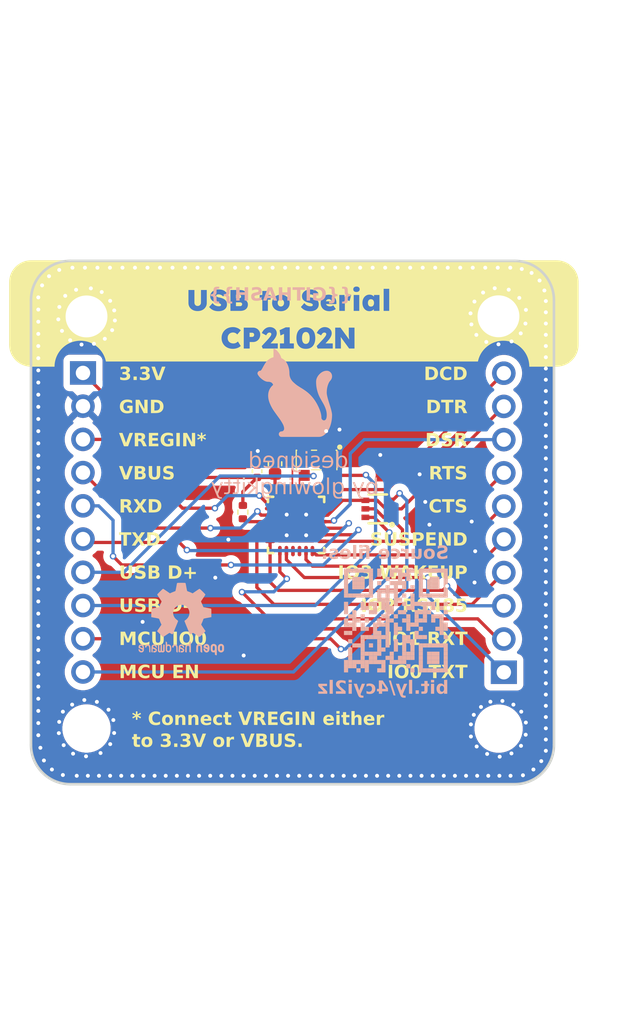
<source format=kicad_pcb>
(kicad_pcb (version 20240108) (generator "pcbnew") (generator_version "8.0")
  (layers (0 "F.Cu" signal) (31 "B.Cu" signal) (34 "B.Paste" user) (35 "F.Paste" user) (36 "B.SilkS" user "B.Silkscreen") (37 "F.SilkS" user "F.Silkscreen") (38 "B.Mask" user) (39 "F.Mask" user) (44 "Edge.Cuts" user))
  (net 0 "")
  (net 1 "dminus")
  (net 2 "input1")
  (net 3 "dplus")
  (net 4 "rts")
  (net 5 "mcu_io0")
  (net 6 "dtr")
  (net 7 "mcu_en")
  (net 8 "vio")
  (net 9 "rstb")
  (net 10 "ri_clk")
  (net 11 "gpio_1_rxt")
  (net 12 "suspend")
  (net 13 "gpio_2_rs485")
  (net 14 "dsr")
  (net 15 "vregin")
  (net 16 "dcd")
  (net 17 "gpio_3_wakeup")
  (net 18 "txd")
  (net 19 "rxd")
  (net 20 "vbus")
  (net 21 "gpio_0_txt")
  (net 22 "suspendb")
  (net 23 "cts")
  (net 24 "gnd")
  (footprint "lib:R0402" (layer "F.Cu") (at 149.09 95.34 90)
    (property "Reference" "R1" (hide yes))
    (property "Value" "62.5mW Thick Film Resistors 50V ±100ppm/℃ ±1% 1kΩ 0402  Chip Resistor - Surface Mount ROHS")
  )
  (footprint "lib:C0402" (layer "F.Cu") (at 150.18 92.21 90)
    (property "Reference" "C1" (hide yes))
    (property "Value" "16V 100nF X7R ±10% 0402  Multilayer Ceramic Capacitors MLCC - SMD/SMT ROHS")
  )
  (footprint "lib:CONN-TH_10P-P2.54_MX128-2.54-10P-GN01-CU-Y-A" (layer "F.Cu") (at 169.05 96.15 90)
    (property "Reference" "U5" (hide yes))
    (property "Value" "")
  )
  (footprint "lib:MountingHole_3.2mm_M3" (layer "F.Cu") (at 137.13 111.88)
    (property "Reference" "U6" (hide yes))
    (property "Value" "")
  )
  (footprint "lib:MountingHole_3.2mm_M3" (layer "F.Cu") (at 168.64 80.37)
    (property "Reference" "U7" (hide yes))
    (property "Value" "")
  )
  (footprint "lib:MountingHole_3.2mm_M3" (layer "F.Cu") (at 168.65 111.89)
    (property "Reference" "U9" (hide yes))
    (property "Value" "")
  )
  (footprint "lib:SC-70-6_L2.2-W1.3-P0.65-LS2.1-BR" (layer "F.Cu") (at 159.41 95.09)
    (property "Reference" "U2" (hide yes))
    (property "Value" "")
  )
  (footprint "lib:CONN-TH_10P-P2.54_MX128-2.54-10P-GN01-CU-Y-A" (layer "F.Cu") (at 136.86 96.13 -90)
    (property "Reference" "U4" (hide yes))
    (property "Value" "")
  )
  (footprint "lib:SOT-143-4_L2.9-W1.3-P1.92-LS2.4-BL" (layer "F.Cu") (at 154.73 91.34 180)
    (property "Reference" "U1" (hide yes))
    (property "Value" "")
  )
  (footprint "lib:MountingHole_3.2mm_M3" (layer "F.Cu") (at 137.13 80.38)
    (property "Reference" "U8" (hide yes))
    (property "Value" "")
  )
  (footprint "lib:C0603" (layer "F.Cu") (at 151.55 91.64 90)
    (property "Reference" "C2" (hide yes))
    (property "Value" "10V 10uF X5R ±10% 0603  Multilayer Ceramic Capacitors MLCC - SMD/SMT ROHS")
  )
  (footprint "lib:QFN-24_L4.0-W4.0-P0.50-TL-EP2.6" (layer "F.Cu") (at 153.17 96.32 -90)
    (property "Reference" "U3" (hide yes))
    (property "Value" "")
  )
  (footprint "Symbol:OSHW-Logo2_7.3x6mm_SilkScreen" (layer "B.Cu") (at 144.38 103.51 180)
    (property "Reference" "REF**" (hide yes))
    (property "Value" "OSHW-Logo2_7.3x6mm_SilkScreen" (hide yes))
  )
  (gr_poly (pts (xy 163.17571 100.923009) (xy 163.49338 100.923009) (xy 163.49338 100.60534) (xy 163.17571 100.60534)) (stroke (width -0.000001)) (fill solid) (layer "B.SilkS"))
  (gr_poly (pts (xy 158.410678 107.594072) (xy 158.728347 107.594072) (xy 158.728347 107.276403) (xy 158.410678 107.276403)) (stroke (width -0.000001)) (fill solid) (layer "B.SilkS"))
  (gr_poly (pts (xy 164.446386 105.052717) (xy 164.764055 105.052717) (xy 164.764055 104.735048) (xy 164.446386 104.735048)) (stroke (width -0.000001)) (fill solid) (layer "B.SilkS"))
  (gr_poly (pts (xy 163.811049 106.958733) (xy 164.128718 106.958733) (xy 164.128718 106.641064) (xy 163.811049 106.641064)) (stroke (width -0.000001)) (fill solid) (layer "B.SilkS"))
  (gr_poly (pts (xy 156.822331 107.594072) (xy 157.14 107.594072) (xy 157.14 107.276403) (xy 156.822331 107.276403)) (stroke (width -0.000001)) (fill solid) (layer "B.SilkS"))
  (gr_poly (pts (xy 157.45767 100.60534) (xy 157.775339 100.60534) (xy 157.775339 100.28767) (xy 157.45767 100.28767)) (stroke (width -0.000001)) (fill solid) (layer "B.SilkS"))
  (gr_poly (pts (xy 159.363685 101.558348) (xy 159.681355 101.558348) (xy 159.681355 101.240679) (xy 159.363685 101.240679)) (stroke (width -0.000001)) (fill solid) (layer "B.SilkS"))
  (gr_poly (pts (xy 162.540372 100.28767) (xy 162.858041 100.28767) (xy 162.858041 99.97) (xy 162.540372 99.97)) (stroke (width -0.000001)) (fill solid) (layer "B.SilkS"))
  (gr_poly (pts (xy 160.316693 103.78204) (xy 160.634363 103.78204) (xy 160.634363 103.464371) (xy 160.316693 103.464371)) (stroke (width -0.000001)) (fill solid) (layer "B.SilkS"))
  (gr_poly (pts (xy 164.446386 107.276403) (xy 164.764055 107.276403) (xy 164.764055 106.958733) (xy 164.446386 106.958733)) (stroke (width -0.000001)) (fill solid) (layer "B.SilkS"))
  (gr_poly (pts (xy 162.540372 100.923009) (xy 162.858041 100.923009) (xy 162.858041 100.60534) (xy 162.540372 100.60534)) (stroke (width -0.000001)) (fill solid) (layer "B.SilkS"))
  (gr_poly (pts (xy 151.430167 83.5) (xy 151.405646 83.506056) (xy 151.381424 83.512704) (xy 151.3575 83.519944) (xy 151.333874 83.527774) (xy 151.310546 83.536197) (xy 151.287517 83.545211) (xy 151.264786 83.554816) (xy 151.242354 83.565013) (xy 151.22022 83.575801) (xy 151.198385 83.587181) (xy 151.176848 83.599152) (xy 151.155609 83.611715) (xy 151.134669 83.624869) (xy 151.114028 83.638615) (xy 151.093685 83.652953) (xy 151.073641 83.667882) (xy 151.053995 83.683183) (xy 151.034846 83.698639) (xy 151.016195 83.714249) (xy 150.998041 83.730014) (xy 150.980384 83.745933) (xy 150.963225 83.762006) (xy 150.946563 83.778233) (xy 150.930398 83.794615) (xy 150.914731 83.811151) (xy 150.899561 83.827841) (xy 150.884888 83.844686) (xy 150.870712 83.861685) (xy 150.857033 83.878838) (xy 150.843851 83.896146) (xy 150.831167 83.913608) (xy 150.818979 83.931224) (xy 150.795456 83.96656) (xy 150.772627 84.001792) (xy 150.750494 84.036922) (xy 150.729056 84.071948) (xy 150.708315 84.106872) (xy 150.68827 84.141693) (xy 150.668923 84.176411) (xy 150.650273 84.211026) (xy 150.614654 84.277274) (xy 150.581028 84.337761) (xy 150.564963 84.365843) (xy 150.549396 84.392485) (xy 150.534327 84.417685) (xy 150.519757 84.441443) (xy 150.512618 84.452605) (xy 150.505529 84.463048) (xy 150.498489 84.472769) (xy 150.4915 84.481771) (xy 150.48456 84.490053) (xy 150.477671 84.497614) (xy 150.470831 84.504456) (xy 150.464041 84.510577) (xy 150.457302 84.515978) (xy 150.45395 84.518408) (xy 150.450612 84.520659) (xy 150.447286 84.522729) (xy 150.443972 84.52462) (xy 150.440671 84.52633) (xy 150.437382 84.52786) (xy 150.434105 84.529211) (xy 150.430842 84.530381) (xy 150.42759 84.531371) (xy 150.424351 84.532181) (xy 150.421125 84.532811) (xy 150.417911 84.533261) (xy 150.41471 84.533531) (xy 150.411521 84.533621) (xy 150.401263 84.533866) (xy 150.391179 84.534599) (xy 150.381269 84.535821) (xy 150.371534 84.537531) (xy 150.361972 84.539731) (xy 150.352584 84.542418) (xy 150.343371 84.545595) (xy 150.334331 84.54926) (xy 150.325466 84.553414) (xy 150.316774 84.558056) (xy 150.308257 84.563186) (xy 150.299914 84.568805) (xy 150.291744 84.574913) (xy 150.283749 84.581509) (xy 150.275928 84.588593) (xy 150.268281 84.596166) (xy 150.260957 84.604073) (xy 150.254106 84.61216) (xy 150.247727 84.620428) (xy 150.24182 84.628875) (xy 150.236385 84.637503) (xy 150.231423 84.646311) (xy 150.226934 84.655298) (xy 150.222917 84.664466) (xy 150.219372 84.673815) (xy 150.2163 84.683343) (xy 150.2137 84.693051) (xy 150.211573 84.70294) (xy 150.209919 84.713009) (xy 150.208737 84.723258) (xy 150.208028 84.733687) (xy 150.207792 84.744296) (xy 150.208239 84.752848) (xy 150.209582 84.762042) (xy 150.21182 84.771879) (xy 150.214953 84.78236) (xy 150.218981 84.793483) (xy 150.223904 84.805249) (xy 150.229723 84.817658) (xy 150.236437 84.830709) (xy 150.244046 84.844404) (xy 150.25255 84.858742) (xy 150.26195 84.873722) (xy 150.272245 84.889345) (xy 150.283436 84.905611) (xy 150.295522 84.92252) (xy 150.32238 84.958267) (xy 150.33704 84.976732) (xy 150.352373 84.995094) (xy 150.368376 85.013353) (xy 150.385051 85.031509) (xy 150.402398 85.049562) (xy 150.420416 85.067512) (xy 150.439106 85.08536) (xy 150.458467 85.103105) (xy 150.4785 85.120746) (xy 150.499204 85.138285) (xy 150.52058 85.155721) (xy 150.542627 85.173054) (xy 150.565346 85.190284) (xy 150.588736 85.207412) (xy 150.637531 85.241358) (xy 150.662538 85.257701) (xy 150.68742 85.27299) (xy 150.712178 85.287224) (xy 150.736811 85.300404) (xy 150.76132 85.312529) (xy 150.785704 85.3236) (xy 150.809964 85.333617) (xy 150.834099 85.342579) (xy 150.85811 85.350487) (xy 150.881997 85.35734) (xy 150.90576 85.363139) (xy 150.929398 85.367884) (xy 150.952912 85.371575) (xy 150.976302 85.37421) (xy 150.999568 85.375792) (xy 151.022709 85.376319) (xy 151.060013 85.377245) (xy 151.077993 85.378403) (xy 151.095526 85.380023) (xy 151.112611 85.382106) (xy 151.129249 85.384652) (xy 151.145439 85.387661) (xy 151.161181 85.391133) (xy 151.176476 85.395068) (xy 151.191323 85.399466) (xy 151.205722 85.404327) (xy 151.219674 85.409651) (xy 151.233178 85.415437) (xy 151.246234 85.421687) (xy 151.258843 85.428399) (xy 151.271004 85.435574) (xy 151.282717 85.443213) (xy 151.293983 85.451314) (xy 151.304801 85.459878) (xy 151.315172 85.468904) (xy 151.325094 85.478394) (xy 151.33457 85.488347) (xy 151.343597 85.498762) (xy 151.352177 85.509641) (xy 151.360309 85.520982) (xy 151.367994 85.532786) (xy 151.375231 85.545053) (xy 151.38202 85.557783) (xy 151.388362 85.570975) (xy 151.394256 85.584631) (xy 151.399702 85.598749) (xy 151.404701 85.61333) (xy 151.358444 85.654324) (xy 151.315171 85.696654) (xy 151.274883 85.740322) (xy 151.237579 85.785327) (xy 151.20326 85.83167) (xy 151.171925 85.87935) (xy 151.143574 85.928367) (xy 151.118207 85.978721) (xy 151.095825 86.030412) (xy 151.076427 86.083441) (xy 151.060013 86.137807) (xy 151.046584 86.19351) (xy 151.036138 86.250549) (xy 151.028678 86.308926) (xy 151.024201 86.36864) (xy 151.022709 86.429692) (xy 151.023206 86.465978) (xy 151.024699 86.502419) (xy 151.027186 86.539015) (xy 151.030668 86.575765) (xy 151.035145 86.61267) (xy 151.040616 86.649728) (xy 151.047083 86.686942) (xy 151.054544 86.724309) (xy 151.063 86.761831) (xy 151.07245 86.799508) (xy 151.082895 86.837338) (xy 151.094335 86.875323) (xy 151.106769 86.913462) (xy 151.120198 86.951755) (xy 151.134622 86.990202) (xy 151.15004 87.028803) (xy 151.182666 87.105337) (xy 151.216885 87.180225) (xy 151.252695 87.253467) (xy 151.290098 87.325063) (xy 151.329094 87.395012) (xy 151.369681 87.463316) (xy 151.411861 87.529974) (xy 151.455633 87.594985) (xy 151.544766 87.722334) (xy 151.633896 87.847628) (xy 151.723026 87.970866) (xy 151.812159 88.092048) (xy 151.855931 88.151918) (xy 151.898111 88.211376) (xy 151.938698 88.270421) (xy 151.977694 88.329054) (xy 152.015097 88.387276) (xy 152.050908 88.445086) (xy 152.085126 88.502486) (xy 152.117753 88.559476) (xy 152.133171 88.58765) (xy 152.147594 88.615387) (xy 152.161023 88.642686) (xy 152.173458 88.669549) (xy 152.184897 88.695974) (xy 152.195342 88.721962) (xy 152.204793 88.747512) (xy 152.213249 88.772625) (xy 152.22071 88.797301) (xy 152.227176 88.82154) (xy 152.232648 88.845341) (xy 152.237125 88.868705) (xy 152.240607 88.891631) (xy 152.243094 88.91412) (xy 152.244586 88.936171) (xy 152.245084 88.957785) (xy 152.24486 88.969179) (xy 152.244189 88.980315) (xy 152.24307 88.991194) (xy 152.241503 89.001815) (xy 152.239489 89.01218) (xy 152.237027 89.022287) (xy 152.234118 89.032136) (xy 152.23076 89.041729) (xy 152.226955 89.051064) (xy 152.222702 89.060142) (xy 152.218002 89.068963) (xy 152.212853 89.077527) (xy 152.207257 89.085834) (xy 152.201212 89.093883) (xy 152.19472 89.101676) (xy 152.18778 89.109212) (xy 152.180495 89.116387) (xy 152.172961 89.1231) (xy 152.165177 89.129349) (xy 152.157145 89.135135) (xy 152.148864 89.140458) (xy 152.140333 89.145318) (xy 152.131554 89.149716) (xy 152.122527 89.15365) (xy 152.11325 89.157121) (xy 152.103725 89.160129) (xy 152.093951 89.162675) (xy 152.083929 89.164757) (xy 152.073658 89.166377) (xy 152.063138 89.167534) (xy 152.052371 89.168228) (xy 152.041354 89.168459) (xy 152.031096 89.168704) (xy 152.021012 89.169437) (xy 152.011103 89.170659) (xy 152.001367 89.172369) (xy 151.991805 89.174569) (xy 151.982417 89.177256) (xy 151.973204 89.180433) (xy 151.964164 89.184098) (xy 151.955299 89.188252) (xy 151.946607 89.192894) (xy 151.93809 89.198024) (xy 151.929747 89.203643) (xy 151.921578 89.209751) (xy 151.913582 89.216347) (xy 151.905761 89.223431) (xy 151.898114 89.231004) (xy 151.89079 89.238911) (xy 151.883939 89.246999) (xy 151.87756 89.255266) (xy 151.871653 89.263714) (xy 151.866219 89.272341) (xy 151.861257 89.281149) (xy 151.856767 89.290137) (xy 151.85275 89.299305) (xy 151.849205 89.308653) (xy 151.846133 89.318181) (xy 151.843534 89.32789) (xy 151.841407 89.337778) (xy 151.839752 89.347847) (xy 151.838571 89.358096) (xy 151.837862 89.368525) (xy 151.837625 89.379135) (xy 151.837862 89.389744) (xy 151.838571 89.400173) (xy 151.839752 89.410421) (xy 151.841407 89.42049) (xy 151.843534 89.430379) (xy 151.846133 89.440087) (xy 151.849205 89.449615) (xy 151.85275 89.458964) (xy 151.856767 89.468132) (xy 151.861257 89.47712) (xy 151.866219 89.485927) (xy 151.871653 89.494555) (xy 151.87756 89.503002) (xy 151.883939 89.51127) (xy 151.89079 89.519357) (xy 151.898114 89.527264) (xy 151.905761 89.534837) (xy 151.913582 89.541921) (xy 151.921578 89.548517) (xy 151.929747 89.554625) (xy 151.93809 89.560244) (xy 151.946607 89.565374) (xy 151.955299 89.570017) (xy 151.964164 89.57417) (xy 151.973204 89.577835) (xy 151.982417 89.581012) (xy 151.991805 89.5837) (xy 152.001367 89.585899) (xy 152.011103 89.587609) (xy 152.021012 89.588831) (xy 152.031096 89.589565) (xy 152.041354 89.589809) (xy 154.893563 89.589809) (xy 154.929959 89.588845) (xy 154.965932 89.585952) (xy 155.001483 89.58113) (xy 155.036611 89.57438) (xy 155.071316 89.5657) (xy 155.105598 89.555093) (xy 155.139458 89.542556) (xy 155.172895 89.52809) (xy 155.205909 89.511696) (xy 155.2385 89.493373) (xy 155.270668 89.473121) (xy 155.302414 89.45094) (xy 155.333736 89.42683) (xy 155.364636 89.400791) (xy 155.395114 89.372823) (xy 155.425168 89.342926) (xy 155.454564 89.311537) (xy 155.483064 89.279094) (xy 155.510669 89.245597) (xy 155.537379 89.211045) (xy 155.563193 89.175439) (xy 155.588112 89.138779) (xy 155.612136 89.101064) (xy 155.635264 89.062296) (xy 155.657497 89.022473) (xy 155.678835 88.981596) (xy 155.699278 88.939665) (xy 155.718825 88.89668) (xy 155.737477 88.85264) (xy 155.755234 88.807547) (xy 155.772095 88.7614) (xy 155.788061 88.714199) (xy 155.817158 88.618016) (xy 155.842375 88.520393) (xy 155.863713 88.421331) (xy 155.881171 88.320828) (xy 155.89475 88.218885) (xy 155.904449 88.115502) (xy 155.910269 88.010678) (xy 155.912208 87.904413) (xy 155.911413 87.876434) (xy 155.909025 87.845162) (xy 155.899475 87.772744) (xy 155.883559 87.687157) (xy 155.861276 87.588403) (xy 155.832626 87.476482) (xy 155.79761 87.351393) (xy 155.756228 87.213137) (xy 155.708479 87.061715) (xy 155.66073 86.910293) (xy 155.619348 86.772037) (xy 155.584332 86.646948) (xy 155.555683 86.535027) (xy 155.5334 86.436272) (xy 155.524646 86.391833) (xy 155.517483 86.350686) (xy 155.511913 86.312831) (xy 155.507933 86.278268) (xy 155.505546 86.246996) (xy 155.50475 86.219017) (xy 155.505546 86.157863) (xy 155.507933 86.097841) (xy 155.511913 86.038949) (xy 155.517483 85.981189) (xy 155.524646 85.924561) (xy 155.5334 85.869063) (xy 155.543745 85.814697) (xy 155.555683 85.761462) (xy 155.569212 85.709359) (xy 155.584332 85.658388) (xy 155.601044 85.608547) (xy 155.619348 85.559839) (xy 155.639243 85.512261) (xy 155.66073 85.465816) (xy 155.683809 85.420502) (xy 155.708479 85.376319) (xy 155.710917 85.372153) (xy 155.715045 85.366238) (xy 155.720864 85.358575) (xy 155.728375 85.349163) (xy 155.737577 85.338003) (xy 155.748469 85.325094) (xy 155.775328 85.294031) (xy 155.790101 85.27654) (xy 155.804177 85.258638) (xy 155.817556 85.240326) (xy 155.83024 85.221603) (xy 155.842226 85.20247) (xy 155.853517 85.182926) (xy 155.864111 85.162971) (xy 155.874009 85.142605) (xy 155.878635 85.132229) (xy 155.882962 85.121672) (xy 155.886991 85.110936) (xy 155.890721 85.10002) (xy 155.894153 85.088923) (xy 155.897287 85.077646) (xy 155.900122 85.066189) (xy 155.902659 85.054552) (xy 155.904897 85.042735) (xy 155.906837 85.030738) (xy 155.908478 85.01856) (xy 155.909821 85.006202) (xy 155.910865 84.993665) (xy 155.911612 84.980947) (xy 155.912059 84.968049) (xy 155.912208 84.95497) (xy 155.911748 84.932971) (xy 155.910368 84.911408) (xy 155.908068 84.890281) (xy 155.904847 84.869592) (xy 155.900706 84.84934) (xy 155.895645 84.829524) (xy 155.889664 84.810146) (xy 155.882763 84.791204) (xy 155.874942 84.7727) (xy 155.8662 84.754633) (xy 155.856538 84.737003) (xy 155.845956 84.719811) (xy 155.834454 84.703056) (xy 155.822032 84.686738) (xy 155.80869 84.670857) (xy 155.794427 84.655414) (xy 155.779493 84.640666) (xy 155.764136 84.626869) (xy 155.748357 84.614024) (xy 155.732154 84.60213) (xy 155.715529 84.591188) (xy 155.698481 84.581197) (xy 155.681011 84.572157) (xy 155.663117 84.56407) (xy 155.644801 84.556933) (xy 155.626062 84.550749) (xy 155.6069 84.545515) (xy 155.587316 84.541233) (xy 155.567309 84.537903) (xy 155.546879 84.535524) (xy 155.526026 84.534097) (xy 155.50475 84.533621) (xy 155.46675 84.53465) (xy 155.429148 84.537736) (xy 155.391943 84.54288) (xy 155.355137 84.550082) (xy 155.318728 84.55934) (xy 155.282717 84.570656) (xy 155.247105 84.58403) (xy 155.21189 84.599461) (xy 155.177073 84.616949) (xy 155.142654 84.636494) (xy 155.108632 84.658097) (xy 155.075009 84.681757) (xy 155.041784 84.707474) (xy 155.008956 84.735249) (xy 154.976527 84.76508) (xy 154.944495 84.796969) (xy 154.913656 84.830092) (xy 154.884807 84.863627) (xy 154.857947 84.897573) (xy 154.833078 84.93193) (xy 154.810198 84.9667) (xy 154.789308 85.00188) (xy 154.770407 85.037472) (xy 154.753496 85.073476) (xy 154.738575 85.109891) (xy 154.725644 85.146718) (xy 154.714701 85.183956) (xy 154.705749 85.221605) (xy 154.698786 85.259667) (xy 154.693812 85.298139) (xy 154.690828 85.337024) (xy 154.689833 85.376319) (xy 154.691127 85.462986) (xy 154.695007 85.548522) (xy 154.701474 85.632925) (xy 154.710528 85.716197) (xy 154.722168 85.798338) (xy 154.736394 85.879348) (xy 154.753206 85.959227) (xy 154.772603 86.037976) (xy 154.79389 86.114764) (xy 154.816372 86.188776) (xy 154.840048 86.260011) (xy 154.864918 86.328468) (xy 154.890981 86.394149) (xy 154.918238 86.457052) (xy 154.946689 86.517177) (xy 154.976332 86.574524) (xy 155.036812 86.685424) (xy 155.097292 86.794263) (xy 155.157774 86.901042) (xy 155.218255 87.005764) (xy 155.2479 87.057965) (xy 155.27635 87.110887) (xy 155.303607 87.164531) (xy 155.32967 87.218897) (xy 155.35454 87.273982) (xy 155.378216 87.329788) (xy 155.400698 87.386314) (xy 155.421986 87.443559) (xy 155.441384 87.501164) (xy 155.450113 87.529967) (xy 155.458195 87.558771) (xy 155.465631 87.587574) (xy 155.47242 87.616378) (xy 155.478563 87.645182) (xy 155.484059 87.673986) (xy 155.488908 87.70279) (xy 155.493111 87.731594) (xy 155.496668 87.760398) (xy 155.499577 87.789201) (xy 155.50184 87.818005) (xy 155.503457 87.846808) (xy 155.504427 87.87561) (xy 155.50475 87.904413) (xy 155.504526 87.931119) (xy 155.503855 87.956926) (xy 155.502736 87.981832) (xy 155.501169 88.005839) (xy 155.499154 88.028945) (xy 155.496692 88.051152) (xy 155.493782 88.072458) (xy 155.490425 88.092865) (xy 155.48662 88.112371) (xy 155.482367 88.130978) (xy 155.477667 88.148684) (xy 155.472519 88.16549) (xy 155.466923 88.181396) (xy 155.46088 88.196402) (xy 155.454389 88.210507) (xy 155.44745 88.223712) (xy 155.440164 88.236069) (xy 155.432628 88.247628) (xy 155.424844 88.258391) (xy 155.416811 88.268356) (xy 155.40853 88.277525) (xy 155.4 88.285896) (xy 155.391221 88.29347) (xy 155.382194 88.300247) (xy 155.372917 88.306227) (xy 155.363393 88.31141) (xy 155.353619 88.315795) (xy 155.343597 88.319383) (xy 155.333326 88.322174) (xy 155.322806 88.324167) (xy 155.312038 88.325363) (xy 155.301021 88.325762) (xy 155.290029 88.325531) (xy 155.279335 88.324836) (xy 155.26894 88.32368) (xy 155.258843 88.32206) (xy 155.249044 88.319977) (xy 155.239544 88.317432) (xy 155.230343 88.314423) (xy 155.221439 88.310952) (xy 155.212834 88.307018) (xy 155.204528 88.302621) (xy 155.19652 88.29776) (xy 155.188811 88.292437) (xy 155.1814 88.286651) (xy 155.174287 88.280402) (xy 155.167473 88.273689) (xy 155.160957 88.266514) (xy 155.154765 88.259209) (xy 155.148921 88.252111) (xy 155.143425 88.245218) (xy 155.138277 88.238531) (xy 155.133477 88.23205) (xy 155.129025 88.225774) (xy 155.124922 88.219705) (xy 155.121167 88.213841) (xy 155.117759 88.208182) (xy 155.114701 88.20273) (xy 155.11199 88.197483) (xy 155.109627 88.192442) (xy 155.107613 88.187607) (xy 155.105947 88.182978) (xy 155.104629 88.178554) (xy 155.103659 88.174336) (xy 155.102167 88.166209) (xy 155.100873 88.158288) (xy 155.099779 88.150574) (xy 155.098884 88.143065) (xy 155.098187 88.135763) (xy 155.09769 88.128666) (xy 155.097391 88.121774) (xy 155.097292 88.115088) (xy 155.09616 88.065839) (xy 155.092766 88.015201) (xy 155.087108 87.963175) (xy 155.079187 87.90976) (xy 155.069003 87.854956) (xy 155.056556 87.798764) (xy 155.041845 87.741183) (xy 155.024872 87.682214) (xy 155.005635 87.621856) (xy 154.984135 87.560109) (xy 154.960372 87.496974) (xy 154.934346 87.43245) (xy 154.906056 87.366537) (xy 154.875503 87.299236) (xy 154.842687 87.230546) (xy 154.807607 87.160468) (xy 154.770814 87.090441) (xy 154.732851 87.021905) (xy 154.693719 86.954862) (xy 154.653418 86.889309) (xy 154.611949 86.825248) (xy 154.56931 86.762679) (xy 154.525503 86.701601) (xy 154.480527 86.642014) (xy 154.434383 86.58392) (xy 154.387069 86.527316) (xy 154.338587 86.472204) (xy 154.288936 86.418584) (xy 154.238116 86.366455) (xy 154.186128 86.315817) (xy 154.132971 86.266672) (xy 154.078646 86.219017) (xy 154.016177 86.16779) (xy 153.949727 86.116151) (xy 153.879298 86.064099) (xy 153.80489 86.011635) (xy 153.726501 85.958759) (xy 153.644133 85.905473) (xy 153.557786 85.851775) (xy 153.467458 85.797668) (xy 153.464078 85.795816) (xy 153.460298 85.793553) (xy 153.456121 85.790878) (xy 153.451545 85.787792) (xy 153.446571 85.784294) (xy 153.4412 85.780385) (xy 153.435432 85.776064) (xy 153.429268 85.771332) (xy 153.394997 85.750191) (xy 153.362218 85.729566) (xy 153.330932 85.709456) (xy 153.301139 85.689861) (xy 153.272838 85.670781) (xy 153.246029 85.652215) (xy 153.220713 85.634164) (xy 153.196888 85.616627) (xy 153.172963 85.598312) (xy 153.147347 85.577942) (xy 153.12004 85.555514) (xy 153.091041 85.531031) (xy 153.060352 85.504491) (xy 153.027971 85.475893) (xy 152.993899 85.445239) (xy 152.958135 85.412527) (xy 152.940092 85.395516) (xy 152.922571 85.378221) (xy 152.905572 85.360643) (xy 152.889096 85.342783) (xy 152.873142 85.324639) (xy 152.85771 85.306213) (xy 152.8428 85.287504) (xy 152.828413 85.268512) (xy 152.814549 85.249237) (xy 152.801206 85.229679) (xy 152.788387 85.209839) (xy 152.776089 85.189716) (xy 152.764315 85.16931) (xy 152.753063 85.148622) (xy 152.742333 85.12765) (xy 152.732126 85.106397) (xy 152.722488 85.084921) (xy 152.713472 85.063291) (xy 152.705077 85.041508) (xy 152.697305 85.01957) (xy 152.690155 84.997478) (xy 152.683627 84.975232) (xy 152.67772 84.952832) (xy 152.672435 84.930277) (xy 152.667773 84.907569) (xy 152.663732 84.884707) (xy 152.660312 84.86169) (xy 152.657515 84.838519) (xy 152.655339 84.815195) (xy 152.653785 84.791716) (xy 152.652853 84.768083) (xy 152.652542 84.744296) (xy 152.65192 84.695188) (xy 152.650054 84.646621) (xy 152.646945 84.598594) (xy 152.642593 84.551107) (xy 152.636997 84.50416) (xy 152.630157 84.457754) (xy 152.622074 84.411887) (xy 152.612747 84.366561) (xy 152.602178 84.321775) (xy 152.590364 84.277529) (xy 152.577307 84.233823) (xy 152.563007 84.190657) (xy 152.547464 84.148032) (xy 152.530677 84.105946) (xy 152.512647 84.0644) (xy 152.493374 84.023395) (xy 152.472907 83.983417) (xy 152.451296 83.944957) (xy 152.42854 83.908015) (xy 152.404641 83.872589) (xy 152.379597 83.838681) (xy 152.353409 83.806291) (xy 152.326078 83.775417) (xy 152.297602 83.746061) (xy 152.267982 83.718222) (xy 152.237218 83.691901) (xy 152.20531 83.667097) (xy 152.172258 83.64381) (xy 152.138063 83.62204) (xy 152.102723 83.601788) (xy 152.06624 83.583053) (xy 152.028612 83.565836) (xy 152.020904 83.534628) (xy 152.012102 83.503549) (xy 152.002206 83.472598) (xy 151.991215 83.441776) (xy 151.97913 83.411083) (xy 151.96595 83.380518) (xy 151.951675 83.350082) (xy 151.936307 83.319774) (xy 151.919843 83.289595) (xy 151.902285 83.259545) (xy 151.883633 83.229623) (xy 151.863886 83.19983) (xy 151.843044 83.170165) (xy 151.821108 83.140629) (xy 151.798077 83.111221) (xy 151.773951 83.081942) (xy 151.74948 83.05364) (xy 151.725407 83.027165) (xy 151.701733 83.002515) (xy 151.678456 82.979691) (xy 151.655577 82.958693) (xy 151.633096 82.939521) (xy 151.611013 82.922175) (xy 151.589328 82.906655) (xy 151.568041 82.892961) (xy 151.547151 82.881092) (xy 151.52666 82.87105) (xy 151.506566 82.862833) (xy 151.48687 82.856442) (xy 151.467571 82.851877) (xy 151.458071 82.85028) (xy 151.44867 82.849139) (xy 151.439369 82.848454) (xy 151.430167 82.848226)) (stroke (width -0.000001)) (fill solid) (layer "B.SilkS"))
  (gr_poly (pts (xy 156.822331 102.829025) (xy 157.14 102.829025) (xy 157.14 102.511356) (xy 156.822331 102.511356)) (stroke (width -0.000001)) (fill solid) (layer "B.SilkS"))
  (gr_poly (pts (xy 164.128718 104.099709) (xy 164.446386 104.099709) (xy 164.446386 103.78204) (xy 164.128718 103.78204)) (stroke (width -0.000001)) (fill solid) (layer "B.SilkS"))
  (gr_poly (pts (xy 158.093008 106.958733) (xy 158.410678 106.958733) (xy 158.410678 106.641064) (xy 158.093008 106.641064)) (stroke (width -0.000001)) (fill solid) (layer "B.SilkS"))
  (gr_poly (pts (xy 164.446386 107.594072) (xy 164.764055 107.594072) (xy 164.764055 107.276403) (xy 164.446386 107.276403)) (stroke (width -0.000001)) (fill solid) (layer "B.SilkS"))
  (gr_poly (pts (xy 162.858041 102.829025) (xy 163.17571 102.829025) (xy 163.17571 102.511356) (xy 162.858041 102.511356)) (stroke (width -0.000001)) (fill solid) (layer "B.SilkS"))
  (gr_poly (pts (xy 158.093008 104.417379) (xy 158.410678 104.417379) (xy 158.410678 104.099709) (xy 158.093008 104.099709)) (stroke (width -0.000001)) (fill solid) (layer "B.SilkS"))
  (gr_poly (pts (xy 162.222702 104.735048) (xy 162.540372 104.735048) (xy 162.540372 104.417379) (xy 162.222702 104.417379)) (stroke (width -0.000001)) (fill solid) (layer "B.SilkS"))
  (gr_poly (pts (xy 156.822331 100.60534) (xy 157.14 100.60534) (xy 157.14 100.28767) (xy 156.822331 100.28767)) (stroke (width -0.000001)) (fill solid) (layer "B.SilkS"))
  (gr_poly (pts (xy 159.999024 103.78204) (xy 160.316693 103.78204) (xy 160.316693 103.464371) (xy 159.999024 103.464371)) (stroke (width -0.000001)) (fill solid) (layer "B.SilkS"))
  (gr_poly (pts (xy 159.681355 105.052717) (xy 159.999024 105.052717) (xy 159.999024 104.735048) (xy 159.681355 104.735048)) (stroke (width -0.000001)) (fill solid) (layer "B.SilkS"))
  (gr_poly (pts (xy 161.905033 105.370387) (xy 162.222702 105.370387) (xy 162.222702 105.052717) (xy 161.905033 105.052717)) (stroke (width -0.000001)) (fill solid) (layer "B.SilkS"))
  (gr_poly (pts (xy 159.046016 106.641064) (xy 159.363685 106.641064) (xy 159.363685 106.323395) (xy 159.046016 106.323395)) (stroke (width -0.000001)) (fill solid) (layer "B.SilkS"))
  (gr_poly (pts (xy 164.128718 101.876017) (xy 164.446386 101.876017) (xy 164.446386 101.558348) (xy 164.128718 101.558348)) (stroke (width -0.000001)) (fill solid) (layer "B.SilkS"))
  (gr_poly (pts (xy 160.316693 106.641064) (xy 160.634363 106.641064) (xy 160.634363 106.323395) (xy 160.316693 106.323395)) (stroke (width -0.000001)) (fill solid) (layer "B.SilkS"))
  (gr_poly (pts (xy 160.634363 105.688056) (xy 160.952032 105.688056) (xy 160.952032 105.370387) (xy 160.634363 105.370387)) (stroke (width -0.000001)) (fill solid) (layer "B.SilkS"))
  (gr_poly (pts (xy 163.17571 106.958733) (xy 163.49338 106.958733) (xy 163.49338 106.641064) (xy 163.17571 106.641064)) (stroke (width -0.000001)) (fill solid) (layer "B.SilkS"))
  (gr_poly (pts (xy 161.269694 100.28767) (xy 161.587364 100.28767) (xy 161.587364 99.97) (xy 161.269694 99.97)) (stroke (width -0.000001)) (fill solid) (layer "B.SilkS"))
  (gr_poly (pts (xy 161.269694 101.240679) (xy 161.587364 101.240679) (xy 161.587364 100.923009) (xy 161.269694 100.923009)) (stroke (width -0.000001)) (fill solid) (layer "B.SilkS"))
  (gr_poly (pts (xy 159.999024 102.511356) (xy 160.316693 102.511356) (xy 160.316693 102.193687) (xy 159.999024 102.193687)) (stroke (width -0.000001)) (fill solid) (layer "B.SilkS"))
  (gr_poly (pts (xy 161.905033 101.240679) (xy 162.222702 101.240679) (xy 162.222702 100.923009) (xy 161.905033 100.923009)) (stroke (width -0.000001)) (fill solid) (layer "B.SilkS"))
  (gr_poly (pts (xy 159.681355 106.005725) (xy 159.999024 106.005725) (xy 159.999024 105.688056) (xy 159.681355 105.688056)) (stroke (width -0.000001)) (fill solid) (layer "B.SilkS"))
  (gr_poly (pts (xy 159.999024 105.370387) (xy 160.316693 105.370387) (xy 160.316693 105.052717) (xy 159.999024 105.052717)) (stroke (width -0.000001)) (fill solid) (layer "B.SilkS"))
  (gr_poly (pts (xy 162.540372 104.417379) (xy 162.858041 104.417379) (xy 162.858041 104.099709) (xy 162.540372 104.099709)) (stroke (width -0.000001)) (fill solid) (layer "B.SilkS"))
  (gr_poly (pts (xy 160.634363 104.417379) (xy 160.952032 104.417379) (xy 160.952032 104.099709) (xy 160.634363 104.099709)) (stroke (width -0.000001)) (fill solid) (layer "B.SilkS"))
  (gr_poly (pts (xy 157.45767 99.97) (xy 157.775339 99.97) (xy 157.775339 99.652331) (xy 157.45767 99.652331)) (stroke (width -0.000001)) (fill solid) (layer "B.SilkS"))
  (gr_poly (pts (xy 162.858041 105.688056) (xy 163.17571 105.688056) (xy 163.17571 105.370387) (xy 162.858041 105.370387)) (stroke (width -0.000001)) (fill solid) (layer "B.SilkS"))
  (gr_poly (pts (xy 159.999024 103.146694) (xy 160.316693 103.146694) (xy 160.316693 102.829025) (xy 159.999024 102.829025)) (stroke (width -0.000001)) (fill solid) (layer "B.SilkS"))
  (gr_poly (pts (xy 161.269694 103.146694) (xy 161.587364 103.146694) (xy 161.587364 102.829025) (xy 161.269694 102.829025)) (stroke (width -0.000001)) (fill solid) (layer "B.SilkS"))
  (gr_poly (pts (xy 158.093008 105.370387) (xy 158.410678 105.370387) (xy 158.410678 105.052717) (xy 158.093008 105.052717)) (stroke (width -0.000001)) (fill solid) (layer "B.SilkS"))
  (gr_poly (pts (xy 163.17571 102.511356) (xy 163.49338 102.511356) (xy 163.49338 102.193687) (xy 163.17571 102.193687)) (stroke (width -0.000001)) (fill solid) (layer "B.SilkS"))
  (gr_poly (pts (xy 157.14 104.099709) (xy 157.45767 104.099709) (xy 157.45767 103.78204) (xy 157.14 103.78204)) (stroke (width -0.000001)) (fill solid) (layer "B.SilkS"))
  (gr_poly (pts (xy 164.128718 104.417379) (xy 164.446386 104.417379) (xy 164.446386 104.099709) (xy 164.128718 104.099709)) (stroke (width -0.000001)) (fill solid) (layer "B.SilkS"))
  (gr_poly (pts (xy 157.14 106.323395) (xy 157.45767 106.323395) (xy 157.45767 106.005725) (xy 157.14 106.005725)) (stroke (width -0.000001)) (fill solid) (layer "B.SilkS"))
  (gr_poly (pts (xy 159.046016 105.052717) (xy 159.363685 105.052717) (xy 159.363685 104.735048) (xy 159.046016 104.735048)) (stroke (width -0.000001)) (fill solid) (layer "B.SilkS"))
  (gr_poly (pts (xy 158.728347 105.052717) (xy 159.046016 105.052717) (xy 159.046016 104.735048) (xy 158.728347 104.735048)) (stroke (width -0.000001)) (fill solid) (layer "B.SilkS"))
  (gr_poly (pts (xy 161.269694 102.511356) (xy 161.587364 102.511356) (xy 161.587364 102.193687) (xy 161.269694 102.193687)) (stroke (width -0.000001)) (fill solid) (layer "B.SilkS"))
  (gr_poly (pts (xy 157.775339 105.688056) (xy 158.093008 105.688056) (xy 158.093008 105.370387) (xy 157.775339 105.370387)) (stroke (width -0.000001)) (fill solid) (layer "B.SilkS"))
  (gr_poly (pts (xy 162.858041 103.464371) (xy 163.17571 103.464371) (xy 163.17571 103.146694) (xy 162.858041 103.146694)) (stroke (width -0.000001)) (fill solid) (layer "B.SilkS"))
  (gr_poly (pts (xy 163.811049 101.240679) (xy 164.128718 101.240679) (xy 164.128718 100.923009) (xy 163.811049 100.923009)) (stroke (width -0.000001)) (fill solid) (layer "B.SilkS"))
  (gr_poly (pts (xy 160.634363 99.97) (xy 160.952032 99.97) (xy 160.952032 99.652331) (xy 160.634363 99.652331)) (stroke (width -0.000001)) (fill solid) (layer "B.SilkS"))
  (gr_poly (pts (xy 162.858041 99.97) (xy 163.17571 99.97) (xy 163.17571 99.652331) (xy 162.858041 99.652331)) (stroke (width -0.000001)) (fill solid) (layer "B.SilkS"))
  (gr_poly (pts (xy 162.540372 102.511356) (xy 162.858041 102.511356) (xy 162.858041 102.193687) (xy 162.540372 102.193687)) (stroke (width -0.000001)) (fill solid) (layer "B.SilkS"))
  (gr_poly (pts (xy 160.634363 104.099709) (xy 160.952032 104.099709) (xy 160.952032 103.78204) (xy 160.634363 103.78204)) (stroke (width -0.000001)) (fill solid) (layer "B.SilkS"))
  (gr_poly (pts (xy 161.905033 106.323395) (xy 162.222702 106.323395) (xy 162.222702 106.005725) (xy 161.905033 106.005725)) (stroke (width -0.000001)) (fill solid) (layer "B.SilkS"))
  (gr_poly (pts (xy 163.49338 107.594072) (xy 163.811049 107.594072) (xy 163.811049 107.276403) (xy 163.49338 107.276403)) (stroke (width -0.000001)) (fill solid) (layer "B.SilkS"))
  (gr_poly (pts (xy 160.634363 104.735048) (xy 160.952032 104.735048) (xy 160.952032 104.417379) (xy 160.634363 104.417379)) (stroke (width -0.000001)) (fill solid) (layer "B.SilkS"))
  (gr_poly (pts (xy 158.093008 102.829025) (xy 158.410678 102.829025) (xy 158.410678 102.511356) (xy 158.093008 102.511356)) (stroke (width -0.000001)) (fill solid) (layer "B.SilkS"))
  (gr_poly (pts (xy 161.587364 106.323395) (xy 161.905033 106.323395) (xy 161.905033 106.005725) (xy 161.587364 106.005725)) (stroke (width -0.000001)) (fill solid) (layer "B.SilkS"))
  (gr_poly (pts (xy 159.681355 107.594072) (xy 159.999024 107.594072) (xy 159.999024 107.276403) (xy 159.681355 107.276403)) (stroke (width -0.000001)) (fill solid) (layer "B.SilkS"))
  (gr_poly (pts (xy 163.811049 105.688056) (xy 164.128718 105.688056) (xy 164.128718 105.370387) (xy 163.811049 105.370387)) (stroke (width -0.000001)) (fill solid) (layer "B.SilkS"))
  (gr_poly (pts (xy 156.822331 104.099709) (xy 157.14 104.099709) (xy 157.14 103.78204) (xy 156.822331 103.78204)) (stroke (width -0.000001)) (fill solid) (layer "B.SilkS"))
  (gr_poly (pts (xy 161.269694 106.958733) (xy 161.587364 106.958733) (xy 161.587364 106.641064) (xy 161.269694 106.641064)) (stroke (width -0.000001)) (fill solid) (layer "B.SilkS"))
  (gr_poly (pts (xy 163.17571 101.876017) (xy 163.49338 101.876017) (xy 163.49338 101.558348) (xy 163.17571 101.558348)) (stroke (width -0.000001)) (fill solid) (layer "B.SilkS"))
  (gr_poly (pts (xy 161.587364 104.417379) (xy 161.905033 104.417379) (xy 161.905033 104.099709) (xy 161.587364 104.099709)) (stroke (width -0.000001)) (fill solid) (layer "B.SilkS"))
  (gr_poly (pts (xy 163.811049 101.876017) (xy 164.128718 101.876017) (xy 164.128718 101.558348) (xy 163.811049 101.558348)) (stroke (width -0.000001)) (fill solid) (layer "B.SilkS"))
  (gr_poly (pts (xy 161.587364 105.052717) (xy 161.905033 105.052717) (xy 161.905033 104.735048) (xy 161.587364 104.735048)) (stroke (width -0.000001)) (fill solid) (layer "B.SilkS"))
  (gr_poly (pts (xy 158.728347 106.958733) (xy 159.046016 106.958733) (xy 159.046016 106.641064) (xy 158.728347 106.641064)) (stroke (width -0.000001)) (fill solid) (layer "B.SilkS"))
  (gr_poly (pts (xy 163.811049 100.923009) (xy 164.128718 100.923009) (xy 164.128718 100.60534) (xy 163.811049 100.60534)) (stroke (width -0.000001)) (fill solid) (layer "B.SilkS"))
  (gr_poly (pts (xy 160.316693 102.829025) (xy 160.634363 102.829025) (xy 160.634363 102.511356) (xy 160.316693 102.511356)) (stroke (width -0.000001)) (fill solid) (layer "B.SilkS"))
  (gr_poly (pts (xy 157.45767 104.099709) (xy 157.775339 104.099709) (xy 157.775339 103.78204) (xy 157.45767 103.78204)) (stroke (width -0.000001)) (fill solid) (layer "B.SilkS"))
  (gr_poly (pts (xy 156.822331 101.558348) (xy 157.14 101.558348) (xy 157.14 101.240679) (xy 156.822331 101.240679)) (stroke (width -0.000001)) (fill solid) (layer "B.SilkS"))
  (gr_poly (pts (xy 159.681355 102.829025) (xy 159.999024 102.829025) (xy 159.999024 102.511356) (xy 159.681355 102.511356)) (stroke (width -0.000001)) (fill solid) (layer "B.SilkS"))
  (gr_poly (pts (xy 163.49338 106.323395) (xy 163.811049 106.323395) (xy 163.811049 106.005725) (xy 163.49338 106.005725)) (stroke (width -0.000001)) (fill solid) (layer "B.SilkS"))
  (gr_poly (pts (xy 158.410678 101.876017) (xy 158.728347 101.876017) (xy 158.728347 101.558348) (xy 158.410678 101.558348)) (stroke (width -0.000001)) (fill solid) (layer "B.SilkS"))
  (gr_poly (pts (xy 161.269694 105.370387) (xy 161.587364 105.370387) (xy 161.587364 105.052717) (xy 161.269694 105.052717)) (stroke (width -0.000001)) (fill solid) (layer "B.SilkS"))
  (gr_poly (pts (xy 159.681355 103.464371) (xy 159.999024 103.464371) (xy 159.999024 103.146694) (xy 159.681355 103.146694)) (stroke (width -0.000001)) (fill solid) (layer "B.SilkS"))
  (gr_poly (pts (xy 157.775339 100.923009) (xy 158.093008 100.923009) (xy 158.093008 100.60534) (xy 157.775339 100.60534)) (stroke (width -0.000001)) (fill solid) (layer "B.SilkS"))
  (gr_poly (pts (xy 162.858041 103.146694) (xy 163.17571 103.146694) (xy 163.17571 102.829025) (xy 162.858041 102.829025)) (stroke (width -0.000001)) (fill solid) (layer "B.SilkS"))
  (gr_poly (pts (xy 164.128718 105.688056) (xy 164.446386 105.688056) (xy 164.446386 105.370387) (xy 164.128718 105.370387)) (stroke (width -0.000001)) (fill solid) (layer "B.SilkS"))
  (gr_poly (pts (xy 158.093008 106.641064) (xy 158.410678 106.641064) (xy 158.410678 106.323395) (xy 158.093008 106.323395)) (stroke (width -0.000001)) (fill solid) (layer "B.SilkS"))
  (gr_poly (pts (xy 161.905033 101.876017) (xy 162.222702 101.876017) (xy 162.222702 101.558348) (xy 161.905033 101.558348)) (stroke (width -0.000001)) (fill solid) (layer "B.SilkS"))
  (gr_poly (pts (xy 160.634363 101.240679) (xy 160.952032 101.240679) (xy 160.952032 100.923009) (xy 160.634363 100.923009)) (stroke (width -0.000001)) (fill solid) (layer "B.SilkS"))
  (gr_poly (pts (xy 163.49338 106.641064) (xy 163.811049 106.641064) (xy 163.811049 106.323395) (xy 163.49338 106.323395)) (stroke (width -0.000001)) (fill solid) (layer "B.SilkS"))
  (gr_poly (pts (xy 159.046016 104.099709) (xy 159.363685 104.099709) (xy 159.363685 103.78204) (xy 159.046016 103.78204)) (stroke (width -0.000001)) (fill solid) (layer "B.SilkS"))
  (gr_poly (pts (xy 157.45767 101.240679) (xy 157.775339 101.240679) (xy 157.775339 100.923009) (xy 157.45767 100.923009)) (stroke (width -0.000001)) (fill solid) (layer "B.SilkS"))
  (gr_poly (pts (xy 162.858041 105.052717) (xy 163.17571 105.052717) (xy 163.17571 104.735048) (xy 162.858041 104.735048)) (stroke (width -0.000001)) (fill solid) (layer "B.SilkS"))
  (gr_poly (pts (xy 159.046016 102.511356) (xy 159.363685 102.511356) (xy 159.363685 102.193687) (xy 159.046016 102.193687)) (stroke (width -0.000001)) (fill solid) (layer "B.SilkS"))
  (gr_poly (pts (xy 159.681355 107.276403) (xy 159.999024 107.276403) (xy 159.999024 106.958733) (xy 159.681355 106.958733)) (stroke (width -0.000001)) (fill solid) (layer "B.SilkS"))
  (gr_poly (pts (xy 162.540372 105.688056) (xy 162.858041 105.688056) (xy 162.858041 105.370387) (xy 162.540372 105.370387)) (stroke (width -0.000001)) (fill solid) (layer "B.SilkS"))
  (gr_poly (pts (xy 164.446386 106.641064) (xy 164.764055 106.641064) (xy 164.764055 106.323395) (xy 164.446386 106.323395)) (stroke (width -0.000001)) (fill solid) (layer "B.SilkS"))
  (gr_poly (pts (xy 164.446386 99.97) (xy 164.764055 99.97) (xy 164.764055 99.652331) (xy 164.446386 99.652331)) (stroke (width -0.000001)) (fill solid) (layer "B.SilkS"))
  (gr_poly (pts (xy 158.410678 103.78204) (xy 158.728347 103.78204) (xy 158.728347 103.464371) (xy 158.410678 103.464371)) (stroke (width -0.000001)) (fill solid) (layer "B.SilkS"))
  (gr_poly (pts (xy 163.17571 105.688056) (xy 163.49338 105.688056) (xy 163.49338 105.370387) (xy 163.17571 105.370387)) (stroke (width -0.000001)) (fill solid) (layer "B.SilkS"))
  (gr_poly (pts (xy 164.446386 100.28767) (xy 164.764055 100.28767) (xy 164.764055 99.97) (xy 164.446386 99.97)) (stroke (width -0.000001)) (fill solid) (layer "B.SilkS"))
  (gr_poly (pts (xy 159.363685 100.28767) (xy 159.681355 100.28767) (xy 159.681355 99.97) (xy 159.363685 99.97)) (stroke (width -0.000001)) (fill solid) (layer "B.SilkS"))
  (gr_poly (pts (xy 161.269694 100.923009) (xy 161.587364 100.923009) (xy 161.587364 100.60534) (xy 161.269694 100.60534)) (stroke (width -0.000001)) (fill solid) (layer "B.SilkS"))
  (gr_poly (pts (xy 160.952032 104.417379) (xy 161.269694 104.417379) (xy 161.269694 104.099709) (xy 160.952032 104.099709)) (stroke (width -0.000001)) (fill solid) (layer "B.SilkS"))
  (gr_poly (pts (xy 158.093008 106.323395) (xy 158.410678 106.323395) (xy 158.410678 106.005725) (xy 158.093008 106.005725)) (stroke (width -0.000001)) (fill solid) (layer "B.SilkS"))
  (gr_poly (pts (xy 159.681355 102.193687) (xy 159.999024 102.193687) (xy 159.999024 101.876017) (xy 159.681355 101.876017)) (stroke (width -0.000001)) (fill solid) (layer "B.SilkS"))
  (gr_poly (pts (xy 157.775339 100.60534) (xy 158.093008 100.60534) (xy 158.093008 100.28767) (xy 157.775339 100.28767)) (stroke (width -0.000001)) (fill solid) (layer "B.SilkS"))
  (gr_poly (pts (xy 160.316693 100.923009) (xy 160.634363 100.923009) (xy 160.634363 100.60534) (xy 160.316693 100.60534)) (stroke (width -0.000001)) (fill solid) (layer "B.SilkS"))
  (gr_poly (pts (xy 164.446386 102.511356) (xy 164.764055 102.511356) (xy 164.764055 102.193687) (xy 164.446386 102.193687)) (stroke (width -0.000001)) (fill solid) (layer "B.SilkS"))
  (gr_poly (pts (xy 160.952032 100.60534) (xy 161.269694 100.60534) (xy 161.269694 100.28767) (xy 160.952032 100.28767)) (stroke (width -0.000001)) (fill solid) (layer "B.SilkS"))
  (gr_poly (pts (xy 162.540372 107.594072) (xy 162.858041 107.594072) (xy 162.858041 107.276403) (xy 162.540372 107.276403)) (stroke (width -0.000001)) (fill solid) (layer "B.SilkS"))
  (gr_poly (pts (xy 157.45767 103.146694) (xy 157.775339 103.146694) (xy 157.775339 102.829025) (xy 157.45767 102.829025)) (stroke (width -0.000001)) (fill solid) (layer "B.SilkS"))
  (gr_poly (pts (xy 159.363685 105.688056) (xy 159.681355 105.688056) (xy 159.681355 105.370387) (xy 159.363685 105.370387)) (stroke (width -0.000001)) (fill solid) (layer "B.SilkS"))
  (gr_poly (pts (xy 160.634363 102.193687) (xy 160.952032 102.193687) (xy 160.952032 101.876017) (xy 160.634363 101.876017)) (stroke (width -0.000001)) (fill solid) (layer "B.SilkS"))
  (gr_poly (pts (xy 159.999024 101.558348) (xy 160.316693 101.558348) (xy 160.316693 101.240679) (xy 159.999024 101.240679)) (stroke (width -0.000001)) (fill solid) (layer "B.SilkS"))
  (gr_poly (pts (xy 157.45767 101.876017) (xy 157.775339 101.876017) (xy 157.775339 101.558348) (xy 157.45767 101.558348)) (stroke (width -0.000001)) (fill solid) (layer "B.SilkS"))
  (gr_poly (pts (xy 158.728347 100.923009) (xy 159.046016 100.923009) (xy 159.046016 100.60534) (xy 158.728347 100.60534)) (stroke (width -0.000001)) (fill solid) (layer "B.SilkS"))
  (gr_poly (pts (xy 163.17571 106.323395) (xy 163.49338 106.323395) (xy 163.49338 106.005725) (xy 163.17571 106.005725)) (stroke (width -0.000001)) (fill solid) (layer "B.SilkS"))
  (gr_poly (pts (xy 163.49338 101.240679) (xy 163.811049 101.240679) (xy 163.811049 100.923009) (xy 163.49338 100.923009)) (stroke (width -0.000001)) (fill solid) (layer "B.SilkS"))
  (gr_poly (pts (xy 160.952032 102.193687) (xy 161.269694 102.193687) (xy 161.269694 101.876017) (xy 160.952032 101.876017)) (stroke (width -0.000001)) (fill solid) (layer "B.SilkS"))
  (gr_poly (pts (xy 160.634363 101.558348) (xy 160.952032 101.558348) (xy 160.952032 101.240679) (xy 160.634363 101.240679)) (stroke (width -0.000001)) (fill solid) (layer "B.SilkS"))
  (gr_poly (pts (xy 159.046016 106.958733) (xy 159.363685 106.958733) (xy 159.363685 106.641064) (xy 159.046016 106.641064)) (stroke (width -0.000001)) (fill solid) (layer "B.SilkS"))
  (gr_poly (pts (xy 164.446386 104.099709) (xy 164.764055 104.099709) (xy 164.764055 103.78204) (xy 164.446386 103.78204)) (stroke (width -0.000001)) (fill solid) (layer "B.SilkS"))
  (gr_poly (pts (xy 162.540372 106.641064) (xy 162.858041 106.641064) (xy 162.858041 106.323395) (xy 162.540372 106.323395)) (stroke (width -0.000001)) (fill solid) (layer "B.SilkS"))
  (gr_poly (pts (xy 158.728347 101.876017) (xy 159.046016 101.876017) (xy 159.046016 101.558348) (xy 158.728347 101.558348)) (stroke (width -0.000001)) (fill solid) (layer "B.SilkS"))
  (gr_poly (pts (xy 163.811049 106.323395) (xy 164.128718 106.323395) (xy 164.128718 106.005725) (xy 163.811049 106.005725)) (stroke (width -0.000001)) (fill solid) (layer "B.SilkS"))
  (gr_poly (pts (xy 157.45767 106.958733) (xy 157.775339 106.958733) (xy 157.775339 106.641064) (xy 157.45767 106.641064)) (stroke (width -0.000001)) (fill solid) (layer "B.SilkS"))
  (gr_poly (pts (xy 163.49338 102.829025) (xy 163.811049 102.829025) (xy 163.811049 102.511356) (xy 163.49338 102.511356)) (stroke (width -0.000001)) (fill solid) (layer "B.SilkS"))
  (gr_poly (pts (xy 157.14 101.876017) (xy 157.45767 101.876017) (xy 157.45767 101.558348) (xy 157.14 101.558348)) (stroke (width -0.000001)) (fill solid) (layer "B.SilkS"))
  (gr_poly (pts (xy 161.587364 106.641064) (xy 161.905033 106.641064) (xy 161.905033 106.323395) (xy 161.587364 106.323395)) (stroke (width -0.000001)) (fill solid) (layer "B.SilkS"))
  (gr_poly (pts (xy 163.49338 103.78204) (xy 163.811049 103.78204) (xy 163.811049 103.464371) (xy 163.49338 103.464371)) (stroke (width -0.000001)) (fill solid) (layer "B.SilkS"))
  (gr_poly (pts (xy 162.222702 103.464371) (xy 162.540372 103.464371) (xy 162.540372 103.146694) (xy 162.222702 103.146694)) (stroke (width -0.000001)) (fill solid) (layer "B.SilkS"))
  (gr_poly (pts (xy 159.999024 105.688056) (xy 160.316693 105.688056) (xy 160.316693 105.370387) (xy 159.999024 105.370387)) (stroke (width -0.000001)) (fill solid) (layer "B.SilkS"))
  (gr_poly (pts (xy 162.540372 101.558348) (xy 162.858041 101.558348) (xy 162.858041 101.240679) (xy 162.540372 101.240679)) (stroke (width -0.000001)) (fill solid) (layer "B.SilkS"))
  (gr_poly (pts (xy 162.222702 104.099709) (xy 162.540372 104.099709) (xy 162.540372 103.78204) (xy 162.222702 103.78204)) (stroke (width -0.000001)) (fill solid) (layer "B.SilkS"))
  (gr_poly (pts (xy 156.822331 101.876017) (xy 157.14 101.876017) (xy 157.14 101.558348) (xy 156.822331 101.558348)) (stroke (width -0.000001)) (fill solid) (layer "B.SilkS"))
  (gr_poly (pts (xy 160.316693 99.97) (xy 160.634363 99.97) (xy 160.634363 99.652331) (xy 160.316693 99.652331)) (stroke (width -0.000001)) (fill solid) (layer "B.SilkS"))
  (gr_poly (pts (xy 159.999024 101.240679) (xy 160.316693 101.240679) (xy 160.316693 100.923009) (xy 159.999024 100.923009)) (stroke (width -0.000001)) (fill solid) (layer "B.SilkS"))
  (gr_poly (pts (xy 158.728347 105.688056) (xy 159.046016 105.688056) (xy 159.046016 105.370387) (xy 158.728347 105.370387)) (stroke (width -0.000001)) (fill solid) (layer "B.SilkS"))
  (gr_poly (pts (xy 159.363685 100.923009) (xy 159.681355 100.923009) (xy 159.681355 100.60534) (xy 159.363685 100.60534)) (stroke (width -0.000001)) (fill solid) (layer "B.SilkS"))
  (gr_poly (pts (xy 158.093008 105.688056) (xy 158.410678 105.688056) (xy 158.410678 105.370387) (xy 158.093008 105.370387)) (stroke (width -0.000001)) (fill solid) (layer "B.SilkS"))
  (gr_poly (pts (xy 164.446386 101.876017) (xy 164.764055 101.876017) (xy 164.764055 101.558348) (xy 164.446386 101.558348)) (stroke (width -0.000001)) (fill solid) (layer "B.SilkS"))
  (gr_poly (pts (xy 159.999024 102.193687) (xy 160.316693 102.193687) (xy 160.316693 101.876017) (xy 159.999024 101.876017)) (stroke (width -0.000001)) (fill solid) (layer "B.SilkS"))
  (gr_poly (pts (xy 160.634363 106.958733) (xy 160.952032 106.958733) (xy 160.952032 106.641064) (xy 160.634363 106.641064)) (stroke (width -0.000001)) (fill solid) (layer "B.SilkS"))
  (gr_poly (pts (xy 159.363685 103.78204) (xy 159.681355 103.78204) (xy 159.681355 103.464371) (xy 159.363685 103.464371)) (stroke (width -0.000001)) (fill solid) (layer "B.SilkS"))
  (gr_poly (pts (xy 156.822331 103.146694) (xy 157.14 103.146694) (xy 157.14 102.829025) (xy 156.822331 102.829025)) (stroke (width -0.000001)) (fill solid) (layer "B.SilkS"))
  (gr_poly (pts (xy 158.093008 105.052717) (xy 158.410678 105.052717) (xy 158.410678 104.735048) (xy 158.093008 104.735048)) (stroke (width -0.000001)) (fill solid) (layer "B.SilkS"))
  (gr_poly (pts (xy 162.540372 106.005725) (xy 162.858041 106.005725) (xy 162.858041 105.688056) (xy 162.540372 105.688056)) (stroke (width -0.000001)) (fill solid) (layer "B.SilkS"))
  (gr_poly (pts (xy 163.811049 104.417379) (xy 164.128718 104.417379) (xy 164.128718 104.099709) (xy 163.811049 104.099709)) (stroke (width -0.000001)) (fill solid) (layer "B.SilkS"))
  (gr_poly (pts (xy 158.728347 99.97) (xy 159.046016 99.97) (xy 159.046016 99.652331) (xy 158.728347 99.652331)) (stroke (width -0.000001)) (fill solid) (layer "B.SilkS"))
  (gr_poly (pts (xy 164.446386 104.417379) (xy 164.764055 104.417379) (xy 164.764055 104.099709) (xy 164.446386 104.099709)) (stroke (width -0.000001)) (fill solid) (layer "B.SilkS"))
  (gr_poly (pts (xy 156.822331 100.923009) (xy 157.14 100.923009) (xy 157.14 100.60534) (xy 156.822331 100.60534)) (stroke (width -0.000001)) (fill solid) (layer "B.SilkS"))
  (gr_poly (pts (xy 159.999024 104.735048) (xy 160.316693 104.735048) (xy 160.316693 104.417379) (xy 159.999024 104.417379)) (stroke (width -0.000001)) (fill solid) (layer "B.SilkS"))
  (gr_poly (pts (xy 159.363685 105.052717) (xy 159.681355 105.052717) (xy 159.681355 104.735048) (xy 159.363685 104.735048)) (stroke (width -0.000001)) (fill solid) (layer "B.SilkS"))
  (gr_poly (pts (xy 163.49338 101.876017) (xy 163.811049 101.876017) (xy 163.811049 101.558348) (xy 163.49338 101.558348)) (stroke (width -0.000001)) (fill solid) (layer "B.SilkS"))
  (gr_poly (pts (xy 160.316693 106.958733) (xy 160.634363 106.958733) (xy 160.634363 106.641064) (xy 160.316693 106.641064)) (stroke (width -0.000001)) (fill solid) (layer "B.SilkS"))
  (gr_poly (pts (xy 164.446386 106.323395) (xy 164.764055 106.323395) (xy 164.764055 106.005725) (xy 164.446386 106.005725)) (stroke (width -0.000001)) (fill solid) (layer "B.SilkS"))
  (gr_poly (pts (xy 157.14 104.735048) (xy 157.45767 104.735048) (xy 157.45767 104.417379) (xy 157.14 104.417379)) (stroke (width -0.000001)) (fill solid) (layer "B.SilkS"))
  (gr_poly (pts (xy 157.14 103.464371) (xy 157.45767 103.464371) (xy 157.45767 103.146694) (xy 157.14 103.146694)) (stroke (width -0.000001)) (fill solid) (layer "B.SilkS"))
  (gr_poly (pts (xy 157.775339 99.97) (xy 158.093008 99.97) (xy 158.093008 99.652331) (xy 157.775339 99.652331)) (stroke (width -0.000001)) (fill solid) (layer "B.SilkS"))
  (gr_poly (pts (xy 162.222702 103.78204) (xy 162.540372 103.78204) (xy 162.540372 103.464371) (xy 162.222702 103.464371)) (stroke (width -0.000001)) (fill solid) (layer "B.SilkS"))
  (gr_poly (pts (xy 159.363685 104.099709) (xy 159.681355 104.099709) (xy 159.681355 103.78204) (xy 159.363685 103.78204)) (stroke (width -0.000001)) (fill solid) (layer "B.SilkS"))
  (gr_poly (pts (xy 159.363685 107.594072) (xy 159.681355 107.594072) (xy 159.681355 107.276403) (xy 159.363685 107.276403)) (stroke (width -0.000001)) (fill solid) (layer "B.SilkS"))
  (gr_poly (pts (xy 159.999024 103.464371) (xy 160.316693 103.464371) (xy 160.316693 103.146694) (xy 159.999024 103.146694)) (stroke (width -0.000001)) (fill solid) (layer "B.SilkS"))
  (gr_poly (pts (xy 162.222702 105.052717) (xy 162.540372 105.052717) (xy 162.540372 104.735048) (xy 162.222702 104.735048)) (stroke (width -0.000001)) (fill solid) (layer "B.SilkS"))
  (gr_poly (pts (xy 156.822331 102.511356) (xy 157.14 102.511356) (xy 157.14 102.193687) (xy 156.822331 102.193687)) (stroke (width -0.000001)) (fill solid) (layer "B.SilkS"))
  (gr_poly (pts (xy 159.363685 102.193687) (xy 159.681355 102.193687) (xy 159.681355 101.876017) (xy 159.363685 101.876017)) (stroke (width -0.000001)) (fill solid) (layer "B.SilkS"))
  (gr_poly (pts (xy 159.046016 106.323395) (xy 159.363685 106.323395) (xy 159.363685 106.005725) (xy 159.046016 106.005725)) (stroke (width -0.000001)) (fill solid) (layer "B.SilkS"))
  (gr_poly (pts (xy 164.128718 99.97) (xy 164.446386 99.97) (xy 164.446386 99.652331) (xy 164.128718 99.652331)) (stroke (width -0.000001)) (fill solid) (layer "B.SilkS"))
  (gr_poly (pts (xy 162.540372 106.323395) (xy 162.858041 106.323395) (xy 162.858041 106.005725) (xy 162.540372 106.005725)) (stroke (width -0.000001)) (fill solid) (layer "B.SilkS"))
  (gr_poly (pts (xy 157.775339 107.594072) (xy 158.093008 107.594072) (xy 158.093008 107.276403) (xy 157.775339 107.276403)) (stroke (width -0.000001)) (fill solid) (layer "B.SilkS"))
  (gr_poly (pts (xy 158.728347 102.511356) (xy 159.046016 102.511356) (xy 159.046016 102.193687) (xy 158.728347 102.193687)) (stroke (width -0.000001)) (fill solid) (layer "B.SilkS"))
  (gr_poly (pts (xy 159.363685 106.005725) (xy 159.681355 106.005725) (xy 159.681355 105.688056) (xy 159.363685 105.688056)) (stroke (width -0.000001)) (fill solid) (layer "B.SilkS"))
  (gr_poly (pts (xy 163.17571 103.146694) (xy 163.49338 103.146694) (xy 163.49338 102.829025) (xy 163.17571 102.829025)) (stroke (width -0.000001)) (fill solid) (layer "B.SilkS"))
  (gr_poly (pts (xy 162.222702 103.146694) (xy 162.540372 103.146694) (xy 162.540372 102.829025) (xy 162.222702 102.829025)) (stroke (width -0.000001)) (fill solid) (layer "B.SilkS"))
  (gr_poly (pts (xy 162.540372 106.958733) (xy 162.858041 106.958733) (xy 162.858041 106.641064) (xy 162.540372 106.641064)) (stroke (width -0.000001)) (fill solid) (layer "B.SilkS"))
  (gr_poly (pts (xy 164.446386 106.005725) (xy 164.764055 106.005725) (xy 164.764055 105.688056) (xy 164.446386 105.688056)) (stroke (width -0.000001)) (fill solid) (layer "B.SilkS"))
  (gr_poly (pts (xy 159.046016 102.829025) (xy 159.363685 102.829025) (xy 159.363685 102.511356) (xy 159.046016 102.511356)) (stroke (width -0.000001)) (fill solid) (layer "B.SilkS"))
  (gr_poly (pts (xy 162.540372 99.97) (xy 162.858041 99.97) (xy 162.858041 99.652331) (xy 162.540372 99.652331)) (stroke (width -0.000001)) (fill solid) (layer "B.SilkS"))
  (gr_poly (pts (xy 160.952032 100.923009) (xy 161.269694 100.923009) (xy 161.269694 100.60534) (xy 160.952032 100.60534)) (stroke (width -0.000001)) (fill solid) (layer "B.SilkS"))
  (gr_poly (pts (xy 159.999024 102.829025) (xy 160.316693 102.829025) (xy 160.316693 102.511356) (xy 159.999024 102.511356)) (stroke (width -0.000001)) (fill solid) (layer "B.SilkS"))
  (gr_poly (pts (xy 158.093008 101.876017) (xy 158.410678 101.876017) (xy 158.410678 101.558348) (xy 158.093008 101.558348)) (stroke (width -0.000001)) (fill solid) (layer "B.SilkS"))
  (gr_poly (pts (xy 158.728347 101.558348) (xy 159.046016 101.558348) (xy 159.046016 101.240679) (xy 158.728347 101.240679)) (stroke (width -0.000001)) (fill solid) (layer "B.SilkS"))
  (gr_poly (pts (xy 160.316693 103.146694) (xy 160.634363 103.146694) (xy 160.634363 102.829025) (xy 160.316693 102.829025)) (stroke (width -0.000001)) (fill solid) (layer "B.SilkS"))
  (gr_poly (pts (xy 159.681355 102.511356) (xy 159.999024 102.511356) (xy 159.999024 102.193687) (xy 159.681355 102.193687)) (stroke (width -0.000001)) (fill solid) (layer "B.SilkS"))
  (gr_poly (pts (xy 162.540372 101.240679) (xy 162.858041 101.240679) (xy 162.858041 100.923009) (xy 162.540372 100.923009)) (stroke (width -0.000001)) (fill solid) (layer "B.SilkS"))
  (gr_poly (pts (xy 163.17571 100.60534) (xy 163.49338 100.60534) (xy 163.49338 100.28767) (xy 163.17571 100.28767)) (stroke (width -0.000001)) (fill solid) (layer "B.SilkS"))
  (gr_poly (pts (xy 157.14 105.370387) (xy 157.45767 105.370387) (xy 157.45767 105.052717) (xy 157.14 105.052717)) (stroke (width -0.000001)) (fill solid) (layer "B.SilkS"))
  (gr_poly (pts (xy 159.999024 105.052717) (xy 160.316693 105.052717) (xy 160.316693 104.735048) (xy 159.999024 104.735048)) (stroke (width -0.000001)) (fill solid) (layer "B.SilkS"))
  (gr_poly (pts (xy 161.905033 102.511356) (xy 162.222702 102.511356) (xy 162.222702 102.193687) (xy 161.905033 102.193687)) (stroke (width -0.000001)) (fill solid) (layer "B.SilkS"))
  (gr_poly (pts (xy 157.775339 101.240679) (xy 158.093008 101.240679) (xy 158.093008 100.923009) (xy 157.775339 100.923009)) (stroke (width -0.000001)) (fill solid) (layer "B.SilkS"))
  (gr_poly (pts (xy 158.093008 106.005725) (xy 158.410678 106.005725) (xy 158.410678 105.688056) (xy 158.093008 105.688056)) (stroke (width -0.000001)) (fill solid) (layer "B.SilkS"))
  (gr_poly (pts (xy 162.540372 103.146694) (xy 162.858041 103.146694) (xy 162.858041 102.829025) (xy 162.540372 102.829025)) (stroke (width -0.000001)) (fill solid) (layer "B.SilkS"))
  (gr_poly (pts (xy 162.858041 101.876017) (xy 163.17571 101.876017) (xy 163.17571 101.558348) (xy 162.858041 101.558348)) (stroke (width -0.000001)) (fill solid) (layer "B.SilkS"))
  (gr_poly (pts (xy 159.999024 101.876017) (xy 160.316693 101.876017) (xy 160.316693 101.558348) (xy 159.999024 101.558348)) (stroke (width -0.000001)) (fill solid) (layer "B.SilkS"))
  (gr_poly (pts (xy 157.775339 103.78204) (xy 158.093008 103.78204) (xy 158.093008 103.464371) (xy 157.775339 103.464371)) (stroke (width -0.000001)) (fill solid) (layer "B.SilkS"))
  (gr_poly (pts (xy 159.046016 104.735048) (xy 159.363685 104.735048) (xy 159.363685 104.417379) (xy 159.046016 104.417379)) (stroke (width -0.000001)) (fill solid) (layer "B.SilkS"))
  (gr_poly (pts (xy 162.540372 107.276403) (xy 162.858041 107.276403) (xy 162.858041 106.958733) (xy 162.540372 106.958733)) (stroke (width -0.000001)) (fill solid) (layer "B.SilkS"))
  (gr_poly (pts (xy 159.999024 104.417379) (xy 160.316693 104.417379) (xy 160.316693 104.099709) (xy 159.999024 104.099709)) (stroke (width -0.000001)) (fill solid) (layer "B.SilkS"))
  (gr_poly (pts (xy 164.128718 102.829025) (xy 164.446386 102.829025) (xy 164.446386 102.511356) (xy 164.128718 102.511356)) (stroke (width -0.000001)) (fill solid) (layer "B.SilkS"))
  (gr_poly (pts (xy 161.905033 106.641064) (xy 162.222702 106.641064) (xy 162.222702 106.323395) (xy 161.905033 106.323395)) (stroke (width -0.000001)) (fill solid) (layer "B.SilkS"))
  (gr_poly (pts (xy 160.316693 101.558348) (xy 160.634363 101.558348) (xy 160.634363 101.240679) (xy 160.316693 101.240679)) (stroke (width -0.000001)) (fill solid) (layer "B.SilkS"))
  (gr_poly (pts (xy 156.822331 103.78204) (xy 157.14 103.78204) (xy 157.14 103.464371) (xy 156.822331 103.464371)) (stroke (width -0.000001)) (fill solid) (layer "B.SilkS"))
  (gr_poly (pts (xy 161.905033 106.005725) (xy 162.222702 106.005725) (xy 162.222702 105.688056) (xy 161.905033 105.688056)) (stroke (width -0.000001)) (fill solid) (layer "B.SilkS"))
  (gr_poly (pts (xy 157.45767 107.276403) (xy 157.775339 107.276403) (xy 157.775339 106.958733) (xy 157.45767 106.958733)) (stroke (width -0.000001)) (fill solid) (layer "B.SilkS"))
  (gr_poly (pts (xy 160.634363 103.464371) (xy 160.952032 103.464371) (xy 160.952032 103.146694) (xy 160.634363 103.146694)) (stroke (width -0.000001)) (fill solid) (layer "B.SilkS"))
  (gr_poly (pts (xy 161.905033 99.97) (xy 162.222702 99.97) (xy 162.222702 99.652331) (xy 161.905033 99.652331)) (stroke (width -0.000001)) (fill solid) (layer "B.SilkS"))
  (gr_poly (pts (xy 164.446386 101.240679) (xy 164.764055 101.240679) (xy 164.764055 100.923009) (xy 164.446386 100.923009)) (stroke (width -0.000001)) (fill solid) (layer "B.SilkS"))
  (gr_poly (pts (xy 157.14 106.641064) (xy 157.45767 106.641064) (xy 157.45767 106.323395) (xy 157.14 106.323395)) (stroke (width -0.000001)) (fill solid) (layer "B.SilkS"))
  (gr_poly (pts (xy 161.269694 103.78204) (xy 161.587364 103.78204) (xy 161.587364 103.464371) (xy 161.269694 103.464371)) (stroke (width -0.000001)) (fill solid) (layer "B.SilkS"))
  (gr_poly (pts (xy 164.446386 106.958733) (xy 164.764055 106.958733) (xy 164.764055 106.641064) (xy 164.446386 106.641064)) (stroke (width -0.000001)) (fill solid) (layer "B.SilkS"))
  (gr_poly (pts (xy 161.905033 102.193687) (xy 162.222702 102.193687) (xy 162.222702 101.876017) (xy 161.905033 101.876017)) (stroke (width -0.000001)) (fill solid) (layer "B.SilkS"))
  (gr_poly (pts (xy 163.811049 99.97) (xy 164.128718 99.97) (xy 164.128718 99.652331) (xy 163.811049 99.652331)) (stroke (width -0.000001)) (fill solid) (layer "B.SilkS"))
  (gr_poly (pts (xy 158.410678 106.323395) (xy 158.728347 106.323395) (xy 158.728347 106.005725) (xy 158.410678 106.005725)) (stroke (width -0.000001)) (fill solid) (layer "B.SilkS"))
  (gr_poly (pts (xy 162.540372 105.052717) (xy 162.858041 105.052717) (xy 162.858041 104.735048) (xy 162.540372 104.735048)) (stroke (width -0.000001)) (fill solid) (layer "B.SilkS"))
  (gr_poly (pts (xy 163.49338 102.511356) (xy 163.811049 102.511356) (xy 163.811049 102.193687) (xy 163.49338 102.193687)) (stroke (width -0.000001)) (fill solid) (layer "B.SilkS"))
  (gr_poly (pts (xy 164.446386 103.146694) (xy 164.764055 103.146694) (xy 164.764055 102.829025) (xy 164.446386 102.829025)) (stroke (width -0.000001)) (fill solid) (layer "B.SilkS"))
  (gr_poly (pts (xy 161.587364 99.97) (xy 161.905033 99.97) (xy 161.905033 99.652331) (xy 161.587364 99.652331)) (stroke (width -0.000001)) (fill solid) (layer "B.SilkS"))
  (gr_poly (pts (xy 157.14 107.276403) (xy 157.45767 107.276403) (xy 157.45767 106.958733) (xy 157.14 106.958733)) (stroke (width -0.000001)) (fill solid) (layer "B.SilkS"))
  (gr_poly (pts (xy 158.410678 104.417379) (xy 158.728347 104.417379) (xy 158.728347 104.099709) (xy 158.410678 104.099709)) (stroke (width -0.000001)) (fill solid) (layer "B.SilkS"))
  (gr_poly (pts (xy 161.905033 105.688056) (xy 162.222702 105.688056) (xy 162.222702 105.370387) (xy 161.905033 105.370387)) (stroke (width -0.000001)) (fill solid) (layer "B.SilkS"))
  (gr_poly (pts (xy 158.728347 100.28767) (xy 159.046016 100.28767) (xy 159.046016 99.97) (xy 158.728347 99.97)) (stroke (width -0.000001)) (fill solid) (layer "B.SilkS"))
  (gr_poly (pts (xy 158.093008 100.60534) (xy 158.410678 100.60534) (xy 158.410678 100.28767) (xy 158.093008 100.28767)) (stroke (width -0.000001)) (fill solid) (layer "B.SilkS"))
  (gr_poly (pts (xy 159.999024 104.099709) (xy 160.316693 104.099709) (xy 160.316693 103.78204) (xy 159.999024 103.78204)) (stroke (width -0.000001)) (fill solid) (layer "B.SilkS"))
  (gr_poly (pts (xy 164.446386 105.688056) (xy 164.764055 105.688056) (xy 164.764055 105.370387) (xy 164.446386 105.370387)) (stroke (width -0.000001)) (fill solid) (layer "B.SilkS"))
  (gr_poly (pts (xy 157.45767 104.417379) (xy 157.775339 104.417379) (xy 157.775339 104.099709) (xy 157.45767 104.099709)) (stroke (width -0.000001)) (fill solid) (layer "B.SilkS"))
  (gr_poly (pts (xy 164.128718 104.735048) (xy 164.446386 104.735048) (xy 164.446386 104.417379) (xy 164.128718 104.417379)) (stroke (width -0.000001)) (fill solid) (layer "B.SilkS"))
  (gr_poly (pts (xy 159.681355 104.099709) (xy 159.999024 104.099709) (xy 159.999024 103.78204) (xy 159.681355 103.78204)) (stroke (width -0.000001)) (fill solid) (layer "B.SilkS"))
  (gr_poly (pts (xy 160.316693 100.28767) (xy 160.634363 100.28767) (xy 160.634363 99.97) (xy 160.316693 99.97)) (stroke (width -0.000001)) (fill solid) (layer "B.SilkS"))
  (gr_poly (pts (xy 160.634363 102.511356) (xy 160.952032 102.511356) (xy 160.952032 102.193687) (xy 160.634363 102.193687)) (stroke (width -0.000001)) (fill solid) (layer "B.SilkS"))
  (gr_poly (pts (xy 160.634363 101.876017) (xy 160.952032 101.876017) (xy 160.952032 101.558348) (xy 160.634363 101.558348)) (stroke (width -0.000001)) (fill solid) (layer "B.SilkS"))
  (gr_poly (pts (xy 157.775339 101.876017) (xy 158.093008 101.876017) (xy 158.093008 101.558348) (xy 157.775339 101.558348)) (stroke (width -0.000001)) (fill solid) (layer "B.SilkS"))
  (gr_poly (pts (xy 163.17571 99.97) (xy 163.49338 99.97) (xy 163.49338 99.652331) (xy 163.17571 99.652331)) (stroke (width -0.000001)) (fill solid) (layer "B.SilkS"))
  (gr_poly (pts (xy 161.587364 103.464371) (xy 161.905033 103.464371) (xy 161.905033 103.146694) (xy 161.587364 103.146694)) (stroke (width -0.000001)) (fill solid) (layer "B.SilkS"))
  (gr_poly (pts (xy 164.446386 101.558348) (xy 164.764055 101.558348) (xy 164.764055 101.240679) (xy 164.446386 101.240679)) (stroke (width -0.000001)) (fill solid) (layer "B.SilkS"))
  (gr_poly (pts (xy 161.269694 106.323395) (xy 161.587364 106.323395) (xy 161.587364 106.005725) (xy 161.269694 106.005725)) (stroke (width -0.000001)) (fill solid) (layer "B.SilkS"))
  (gr_poly (pts (xy 160.316693 106.323395) (xy 160.634363 106.323395) (xy 160.634363 106.005725) (xy 160.316693 106.005725)) (stroke (width -0.000001)) (fill solid) (layer "B.SilkS"))
  (gr_poly (pts (xy 163.49338 100.60534) (xy 163.811049 100.60534) (xy 163.811049 100.28767) (xy 163.49338 100.28767)) (stroke (width -0.000001)) (fill solid) (layer "B.SilkS"))
  (gr_poly (pts (xy 162.858041 102.511356) (xy 163.17571 102.511356) (xy 163.17571 102.193687) (xy 162.858041 102.193687)) (stroke (width -0.000001)) (fill solid) (layer "B.SilkS"))
  (gr_poly (pts (xy 159.046016 103.146694) (xy 159.363685 103.146694) (xy 159.363685 102.829025) (xy 159.046016 102.829025)) (stroke (width -0.000001)) (fill solid) (layer "B.SilkS"))
  (gr_poly (pts (xy 157.45767 100.923009) (xy 157.775339 100.923009) (xy 157.775339 100.60534) (xy 157.45767 100.60534)) (stroke (width -0.000001)) (fill solid) (layer "B.SilkS"))
  (gr_poly (pts (xy 161.905033 102.829025) (xy 162.222702 102.829025) (xy 162.222702 102.511356) (xy 161.905033 102.511356)) (stroke (width -0.000001)) (fill solid) (layer "B.SilkS"))
  (gr_poly (pts (xy 159.363685 105.370387) (xy 159.681355 105.370387) (xy 159.681355 105.052717) (xy 159.363685 105.052717)) (stroke (width -0.000001)) (fill solid) (layer "B.SilkS"))
  (gr_poly (pts (xy 159.363685 101.876017) (xy 159.681355 101.876017) (xy 159.681355 101.558348) (xy 159.363685 101.558348)) (stroke (width -0.000001)) (fill solid) (layer "B.SilkS"))
  (gr_poly (pts (xy 163.49338 105.688056) (xy 163.811049 105.688056) (xy 163.811049 105.370387) (xy 163.49338 105.370387)) (stroke (width -0.000001)) (fill solid) (layer "B.SilkS"))
  (gr_poly (pts (xy 163.49338 106.958733) (xy 163.811049 106.958733) (xy 163.811049 106.641064) (xy 163.49338 106.641064)) (stroke (width -0.000001)) (fill solid) (layer "B.SilkS"))
  (gr_poly (pts (xy 161.905033 107.594072) (xy 162.222702 107.594072) (xy 162.222702 107.276403) (xy 161.905033 107.276403)) (stroke (width -0.000001)) (fill solid) (layer "B.SilkS"))
  (gr_poly (pts (xy 160.634363 106.005725) (xy 160.952032 106.005725) (xy 160.952032 105.688056) (xy 160.634363 105.688056)) (stroke (width -0.000001)) (fill solid) (layer "B.SilkS"))
  (gr_poly (pts (xy 161.269694 106.005725) (xy 161.587364 106.005725) (xy 161.587364 105.688056) (xy 161.269694 105.688056)) (stroke (width -0.000001)) (fill solid) (layer "B.SilkS"))
  (gr_poly (pts (xy 157.45767 105.688056) (xy 157.775339 105.688056) (xy 157.775339 105.370387) (xy 157.45767 105.370387)) (stroke (width -0.000001)) (fill solid) (layer "B.SilkS"))
  (gr_poly (pts (xy 156.822331 104.735048) (xy 157.14 104.735048) (xy 157.14 104.417379) (xy 156.822331 104.417379)) (stroke (width -0.000001)) (fill solid) (layer "B.SilkS"))
  (gr_poly (pts (xy 159.999024 100.60534) (xy 160.316693 100.60534) (xy 160.316693 100.28767) (xy 159.999024 100.28767)) (stroke (width -0.000001)) (fill solid) (layer "B.SilkS"))
  (gr_poly (pts (xy 157.14 106.958733) (xy 157.45767 106.958733) (xy 157.45767 106.641064) (xy 157.14 106.641064)) (stroke (width -0.000001)) (fill solid) (layer "B.SilkS"))
  (gr_poly (pts (xy 160.952032 106.958733) (xy 161.269694 106.958733) (xy 161.269694 106.641064) (xy 160.952032 106.641064)) (stroke (width -0.000001)) (fill solid) (layer "B.SilkS"))
  (gr_poly (pts (xy 156.822331 107.276403) (xy 157.14 107.276403) (xy 157.14 106.958733) (xy 156.822331 106.958733)) (stroke (width -0.000001)) (fill solid) (layer "B.SilkS"))
  (gr_poly (pts (xy 161.587364 102.829025) (xy 161.905033 102.829025) (xy 161.905033 102.511356) (xy 161.587364 102.511356)) (stroke (width -0.000001)) (fill solid) (layer "B.SilkS"))
  (gr_poly (pts (xy 156.822331 99.97) (xy 157.14 99.97) (xy 157.14 99.652331) (xy 156.822331 99.652331)) (stroke (width -0.000001)) (fill solid) (layer "B.SilkS"))
  (gr_poly (pts (xy 163.17571 106.641064) (xy 163.49338 106.641064) (xy 163.49338 106.323395) (xy 163.17571 106.323395)) (stroke (width -0.000001)) (fill solid) (layer "B.SilkS"))
  (gr_poly (pts (xy 164.446386 100.60534) (xy 164.764055 100.60534) (xy 164.764055 100.28767) (xy 164.446386 100.28767)) (stroke (width -0.000001)) (fill solid) (layer "B.SilkS"))
  (gr_poly (pts (xy 158.093008 107.276403) (xy 158.410678 107.276403) (xy 158.410678 106.958733) (xy 158.093008 106.958733)) (stroke (width -0.000001)) (fill solid) (layer "B.SilkS"))
  (gr_poly (pts (xy 156.822331 100.28767) (xy 157.14 100.28767) (xy 157.14 99.97) (xy 156.822331 99.97)) (stroke (width -0.000001)) (fill solid) (layer "B.SilkS"))
  (gr_poly (pts (xy 159.681355 106.958733) (xy 159.999024 106.958733) (xy 159.999024 106.641064) (xy 159.681355 106.641064)) (stroke (width -0.000001)) (fill solid) (layer "B.SilkS"))
  (gr_poly (pts (xy 163.17571 107.594072) (xy 163.49338 107.594072) (xy 163.49338 107.276403) (xy 163.17571 107.276403)) (stroke (width -0.000001)) (fill solid) (layer "B.SilkS"))
  (gr_poly (pts (xy 160.952032 103.146694) (xy 161.269694 103.146694) (xy 161.269694 102.829025) (xy 160.952032 102.829025)) (stroke (width -0.000001)) (fill solid) (layer "B.SilkS"))
  (gr_poly (pts (xy 159.046016 104.417379) (xy 159.363685 104.417379) (xy 159.363685 104.099709) (xy 159.046016 104.099709)) (stroke (width -0.000001)) (fill solid) (layer "B.SilkS"))
  (gr_poly (pts (xy 164.128718 103.464371) (xy 164.446386 103.464371) (xy 164.446386 103.146694) (xy 164.128718 103.146694)) (stroke (width -0.000001)) (fill solid) (layer "B.SilkS"))
  (gr_poly (pts (xy 161.587364 104.099709) (xy 161.905033 104.099709) (xy 161.905033 103.78204) (xy 161.587364 103.78204)) (stroke (width -0.000001)) (fill solid) (layer "B.SilkS"))
  (gr_poly (pts (xy 160.952032 99.97) (xy 161.269694 99.97) (xy 161.269694 99.652331) (xy 160.952032 99.652331)) (stroke (width -0.000001)) (fill solid) (layer "B.SilkS"))
  (gr_poly (pts (xy 161.269694 106.641064) (xy 161.587364 106.641064) (xy 161.587364 106.323395) (xy 161.269694 106.323395)) (stroke (width -0.000001)) (fill solid) (layer "B.SilkS"))
  (gr_poly (pts (xy 158.728347 101.240679) (xy 159.046016 101.240679) (xy 159.046016 100.923009) (xy 158.728347 100.923009)) (stroke (width -0.000001)) (fill solid) (layer "B.SilkS"))
  (gr_poly (pts (xy 156.822331 101.240679) (xy 157.14 101.240679) (xy 157.14 100.923009) (xy 156.822331 100.923009)) (stroke (width -0.000001)) (fill solid) (layer "B.SilkS"))
  (gr_poly (pts (xy 163.811049 103.464371) (xy 164.128718 103.464371) (xy 164.128718 103.146694) (xy 163.811049 103.146694)) (stroke (width -0.000001)) (fill solid) (layer "B.SilkS"))
  (gr_poly (pts (xy 159.363685 99.97) (xy 159.681355 99.97) (xy 159.681355 99.652331) (xy 159.363685 99.652331)) (stroke (width -0.000001)) (fill solid) (layer "B.SilkS"))
  (gr_poly (pts (xy 161.587364 100.60534) (xy 161.905033 100.60534) (xy 161.905033 100.28767) (xy 161.587364 100.28767)) (stroke (width -0.000001)) (fill solid) (layer "B.SilkS"))
  (gr_poly (pts (xy 161.587364 107.276403) (xy 161.905033 107.276403) (xy 161.905033 106.958733) (xy 161.587364 106.958733)) (stroke (width -0.000001)) (fill solid) (layer "B.SilkS"))
  (gr_poly (pts (xy 164.446386 100.923009) (xy 164.764055 100.923009) (xy 164.764055 100.60534) (xy 164.446386 100.60534)) (stroke (width -0.000001)) (fill solid) (layer "B.SilkS"))
  (gr_poly (pts (xy 162.858041 107.594072) (xy 163.17571 107.594072) (xy 163.17571 107.276403) (xy 162.858041 107.276403)) (stroke (width -0.000001)) (fill solid) (layer "B.SilkS"))
  (gr_poly (pts (xy 163.811049 100.60534) (xy 164.128718 100.60534) (xy 164.128718 100.28767) (xy 163.811049 100.28767)) (stroke (width -0.000001)) (fill solid) (layer "B.SilkS"))
  (gr_poly (pts (xy 158.410678 99.97) (xy 158.728347 99.97) (xy 158.728347 99.652331) (xy 158.410678 99.652331)) (stroke (width -0.000001)) (fill solid) (layer "B.SilkS"))
  (gr_poly (pts (xy 158.093008 104.099709) (xy 158.410678 104.099709) (xy 158.410678 103.78204) (xy 158.093008 103.78204)) (stroke (width -0.000001)) (fill solid) (layer "B.SilkS"))
  (gr_poly (pts (xy 159.999024 106.641064) (xy 160.316693 106.641064) (xy 160.316693 106.323395) (xy 159.999024 106.323395)) (stroke (width -0.000001)) (fill solid) (layer "B.SilkS"))
  (gr_poly (pts (xy 158.093008 100.923009) (xy 158.410678 100.923009) (xy 158.410678 100.60534) (xy 158.093008 100.60534)) (stroke (width -0.000001)) (fill solid) (layer "B.SilkS"))
  (gr_poly (pts (xy 157.45767 103.78204) (xy 157.775339 103.78204) (xy 157.775339 103.464371) (xy 157.45767 103.464371)) (stroke (width -0.000001)) (fill solid) (layer "B.SilkS"))
  (gr_poly (pts (xy 161.587364 103.78204) (xy 161.905033 103.78204) (xy 161.905033 103.464371) (xy 161.587364 103.464371)) (stroke (width -0.000001)) (fill solid) (layer "B.SilkS"))
  (gr_poly (pts (xy 157.14 99.97) (xy 157.45767 99.97) (xy 157.45767 99.652331) (xy 157.14 99.652331)) (stroke (width -0.000001)) (fill solid) (layer "B.SilkS"))
  (gr_poly (pts (xy 164.128718 107.594072) (xy 164.446386 107.594072) (xy 164.446386 107.276403) (xy 164.128718 107.276403)) (stroke (width -0.000001)) (fill solid) (layer "B.SilkS"))
  (gr_poly (pts (xy 162.540372 100.60534) (xy 162.858041 100.60534) (xy 162.858041 100.28767) (xy 162.540372 100.28767)) (stroke (width -0.000001)) (fill solid) (layer "B.SilkS"))
  (gr_poly (pts (xy 161.587364 105.370387) (xy 161.905033 105.370387) (xy 161.905033 105.052717) (xy 161.587364 105.052717)) (stroke (width -0.000001)) (fill solid) (layer "B.SilkS"))
  (gr_poly (pts (xy 158.410678 105.052717) (xy 158.728347 105.052717) (xy 158.728347 104.735048) (xy 158.410678 104.735048)) (stroke (width -0.000001)) (fill solid) (layer "B.SilkS"))
  (gr_poly (pts (xy 162.858041 103.78204) (xy 163.17571 103.78204) (xy 163.17571 103.464371) (xy 162.858041 103.464371)) (stroke (width -0.000001)) (fill solid) (layer "B.SilkS"))
  (gr_poly (pts (xy 163.811049 107.594072) (xy 164.128718 107.594072) (xy 164.128718 107.276403) (xy 163.811049 107.276403)) (stroke (width -0.000001)) (fill solid) (layer "B.SilkS"))
  (gr_poly (pts (xy 164.128718 103.78204) (xy 164.446386 103.78204) (xy 164.446386 103.464371) (xy 164.128718 103.464371)) (stroke (width -0.000001)) (fill solid) (layer "B.SilkS"))
  (gr_poly (pts (xy 158.728347 106.323395) (xy 159.046016 106.323395) (xy 159.046016 106.005725) (xy 158.728347 106.005725)) (stroke (width -0.000001)) (fill solid) (layer "B.SilkS"))
  (gr_poly (pts (xy 157.45767 103.464371) (xy 157.775339 103.464371) (xy 157.775339 103.146694) (xy 157.45767 103.146694)) (stroke (width -0.000001)) (fill solid) (layer "B.SilkS"))
  (gr_poly (pts (xy 158.410678 106.958733) (xy 158.728347 106.958733) (xy 158.728347 106.641064) (xy 158.410678 106.641064)) (stroke (width -0.000001)) (fill solid) (layer "B.SilkS"))
  (gr_poly (pts (xy 162.540372 103.78204) (xy 162.858041 103.78204) (xy 162.858041 103.464371) (xy 162.540372 103.464371)) (stroke (width -0.000001)) (fill solid) (layer "B.SilkS"))
  (gr_poly (pts (xy 158.093008 99.97) (xy 158.410678 99.97) (xy 158.410678 99.652331) (xy 158.093008 99.652331)) (stroke (width -0.000001)) (fill solid) (layer "B.SilkS"))
  (gr_poly (pts (xy 157.14 106.005725) (xy 157.45767 106.005725) (xy 157.45767 105.688056) (xy 157.14 105.688056)) (stroke (width -0.000001)) (fill solid) (layer "B.SilkS"))
  (gr_poly (pts (xy 158.093008 103.464371) (xy 158.410678 103.464371) (xy 158.410678 103.146694) (xy 158.093008 103.146694)) (stroke (width -0.000001)) (fill solid) (layer "B.SilkS"))
  (gr_poly (pts (xy 156.822331 106.958733) (xy 157.14 106.958733) (xy 157.14 106.641064) (xy 156.822331 106.641064)) (stroke (width -0.000001)) (fill solid) (layer "B.SilkS"))
  (gr_poly (pts (xy 159.363685 104.735048) (xy 159.681355 104.735048) (xy 159.681355 104.417379) (xy 159.363685 104.417379)) (stroke (width -0.000001)) (fill solid) (layer "B.SilkS"))
  (gr_poly (pts (xy 158.728347 106.641064) (xy 159.046016 106.641064) (xy 159.046016 106.323395) (xy 158.728347 106.323395)) (stroke (width -0.000001)) (fill solid) (layer "B.SilkS"))
  (gr_poly (pts (xy 162.222702 102.511356) (xy 162.540372 102.511356) (xy 162.540372 102.193687) (xy 162.222702 102.193687)) (stroke (width -0.000001)) (fill solid) (layer "B.SilkS"))
  (gr_poly (pts (xy 161.905033 104.099709) (xy 162.222702 104.099709) (xy 162.222702 103.78204) (xy 161.905033 103.78204)) (stroke (width -0.000001)) (fill solid) (layer "B.SilkS"))
  (gr_poly (pts (xy 163.49338 103.464371) (xy 163.811049 103.464371) (xy 163.811049 103.146694) (xy 163.49338 103.146694)) (stroke (width -0.000001)) (fill solid) (layer "B.SilkS"))
  (gr_poly (pts (xy 163.49338 100.923009) (xy 163.811049 100.923009) (xy 163.811049 100.60534) (xy 163.49338 100.60534)) (stroke (width -0.000001)) (fill solid) (layer "B.SilkS"))
  (gr_poly (pts (xy 159.363685 106.958733) (xy 159.681355 106.958733) (xy 159.681355 106.641064) (xy 159.363685 106.641064)) (stroke (width -0.000001)) (fill solid) (layer "B.SilkS"))
  (gr_poly (pts (xy 158.410678 107.276403) (xy 158.728347 107.276403) (xy 158.728347 106.958733) (xy 158.410678 106.958733)) (stroke (width -0.000001)) (fill solid) (layer "B.SilkS"))
  (gr_poly (pts (xy 162.540372 101.876017) (xy 162.858041 101.876017) (xy 162.858041 101.558348) (xy 162.540372 101.558348)) (stroke (width -0.000001)) (fill solid) (layer "B.SilkS"))
  (gr_poly (pts (xy 161.269694 105.688056) (xy 161.587364 105.688056) (xy 161.587364 105.370387) (xy 161.269694 105.370387)) (stroke (width -0.000001)) (fill solid) (layer "B.SilkS"))
  (gr_poly (pts (xy 160.634363 105.370387) (xy 160.952032 105.370387) (xy 160.952032 105.052717) (xy 160.634363 105.052717)) (stroke (width -0.000001)) (fill solid) (layer "B.SilkS"))
  (gr_poly (pts (xy 163.811049 106.641064) (xy 164.128718 106.641064) (xy 164.128718 106.323395) (xy 163.811049 106.323395)) (stroke (width -0.000001)) (fill solid) (layer "B.SilkS"))
  (gr_poly (pts (xy 161.269694 101.876017) (xy 161.587364 101.876017) (xy 161.587364 101.558348) (xy 161.269694 101.558348)) (stroke (width -0.000001)) (fill solid) (layer "B.SilkS"))
  (gr_poly (pts (xy 161.269694 105.052717) (xy 161.587364 105.052717) (xy 161.587364 104.735048) (xy 161.269694 104.735048)) (stroke (width -0.000001)) (fill solid) (layer "B.SilkS"))
  (gr_poly (pts (xy 163.17571 101.240679) (xy 163.49338 101.240679) (xy 163.49338 100.923009) (xy 163.17571 100.923009)) (stroke (width -0.000001)) (fill solid) (layer "B.SilkS"))
  (gr_poly (pts (xy 160.952032 106.641064) (xy 161.269694 106.641064) (xy 161.269694 106.323395) (xy 160.952032 106.323395)) (stroke (width -0.000001)) (fill solid) (layer "B.SilkS"))
  (gr_poly (pts (xy 160.634363 100.923009) (xy 160.952032 100.923009) (xy 160.952032 100.60534) (xy 160.634363 100.60534)) (stroke (width -0.000001)) (fill solid) (layer "B.SilkS"))
  (gr_poly (pts (xy 158.728347 100.60534) (xy 159.046016 100.60534) (xy 159.046016 100.28767) (xy 158.728347 100.28767)) (stroke (width -0.000001)) (fill solid) (layer "B.SilkS"))
  (gr_poly (pts (xy 159.363685 106.323395) (xy 159.681355 106.323395) (xy 159.681355 106.005725) (xy 159.363685 106.005725)) (stroke (width -0.000001)) (fill solid) (layer "B.SilkS"))
  (gr_poly (pts (xy 158.410678 102.829025) (xy 158.728347 102.829025) (xy 158.728347 102.511356) (xy 158.410678 102.511356)) (stroke (width -0.000001)) (fill solid) (layer "B.SilkS"))
  (gr_poly (pts (xy 163.49338 99.97) (xy 163.811049 99.97) (xy 163.811049 99.652331) (xy 163.49338 99.652331)) (stroke (width -0.000001)) (fill solid) (layer "B.SilkS"))
  (gr_poly (pts (xy 158.093008 101.240679) (xy 158.410678 101.240679) (xy 158.410678 100.923009) (xy 158.093008 100.923009)) (stroke (width -0.000001)) (fill solid) (layer "B.SilkS"))
  (gr_poly (pts (xy 158.093008 102.511356) (xy 158.410678 102.511356) (xy 158.410678 102.193687) (xy 158.093008 102.193687)) (stroke (width -0.000001)) (fill solid) (layer "B.SilkS"))
  (gr_poly (pts (xy 157.775339 106.958733) (xy 158.093008 106.958733) (xy 158.093008 106.641064) (xy 157.775339 106.641064)) (stroke (width -0.000001)) (fill solid) (layer "B.SilkS"))
  (gr_poly (pts (xy 160.952032 100.28767) (xy 161.269694 100.28767) (xy 161.269694 99.97) (xy 160.952032 99.97)) (stroke (width -0.000001)) (fill solid) (layer "B.SilkS"))
  (gr_poly (pts (xy 161.587364 100.28767) (xy 161.905033 100.28767) (xy 161.905033 99.97) (xy 161.587364 99.97)) (stroke (width -0.000001)) (fill solid) (layer "B.SilkS"))
  (gr_poly (pts (xy 159.681355 101.558348) (xy 159.999024 101.558348) (xy 159.999024 101.240679) (xy 159.681355 101.240679)) (stroke (width -0.000001)) (fill solid) (layer "B.SilkS"))
  (gr_poly (pts (xy 158.728347 103.146694) (xy 159.046016 103.146694) (xy 159.046016 102.829025) (xy 158.728347 102.829025)) (stroke (width -0.000001)) (fill solid) (layer "B.SilkS"))
  (gr_poly (pts (xy 152.006652 79.071638) (xy 152.015049 79.072066) (xy 152.023339 79.072779) (xy 152.031522 79.073778) (xy 152.039599 79.075062) (xy 152.047568 79.076631) (xy 152.05543 79.078485) (xy 152.063185 79.080625) (xy 152.070834 79.08305) (xy 152.078375 79.08576) (xy 152.08581 79.088755) (xy 152.093137 79.092035) (xy 152.100358 79.095601) (xy 152.107471 79.099451) (xy 152.114478 79.103587) (xy 152.121378 79.108008) (xy 152.128396 79.112394) (xy 152.1352 79.116993) (xy 152.141791 79.121807) (xy 152.148168 79.126835) (xy 152.154332 79.132076) (xy 152.160282 79.137532) (xy 152.16602 79.143201) (xy 152.171545 79.149084) (xy 152.176856 79.155182) (xy 152.181956 79.161493) (xy 152.186842 79.168018) (xy 152.191517 79.174757) (xy 152.195979 79.18171) (xy 152.200229 79.188877) (xy 152.204268 79.196258) (xy 152.208094 79.203853) (xy 152.211952 79.211635) (xy 152.215563 79.219578) (xy 152.218927 79.227681) (xy 152.222044 79.235944) (xy 152.224913 79.244368) (xy 152.227534 79.252953) (xy 152.229907 79.261697) (xy 152.232031 79.270603) (xy 152.233906 79.279668) (xy 152.235533 79.288895) (xy 152.23691 79.298281) (xy 152.238037 79.307828) (xy 152.238914 79.317536) (xy 152.239541 79.327404) (xy 152.239918 79.337432) (xy 152.240043 79.347621) (xy 152.239918 79.357266) (xy 152.239541 79.366804) (xy 152.238914 79.376235) (xy 152.238037 79.385559) (xy 152.23691 79.394776) (xy 152.235533 79.403887) (xy 152.233906 79.412891) (xy 152.232031 79.421787) (xy 152.229907 79.430577) (xy 152.227534 79.43926) (xy 152.224913 79.447835) (xy 152.222044 79.456304) (xy 152.218927 79.464665) (xy 152.215563 79.47292) (xy 152.211952 79.481067) (xy 152.208094 79.489107) (xy 152.204268 79.496711) (xy 152.200229 79.504119) (xy 152.195979 79.511331) (xy 152.191517 79.518346) (xy 152.186842 79.525166) (xy 152.181956 79.531789) (xy 152.176856 79.538217) (xy 152.171545 79.544448) (xy 152.16602 79.550483) (xy 152.160282 79.556322) (xy 152.154332 79.561964) (xy 152.148168 79.567411) (xy 152.141791 79.572661) (xy 152.1352 79.577715) (xy 152.128396 79.582573) (xy 152.121378 79.587234) (xy 152.114478 79.59138) (xy 152.107471 79.595257) (xy 152.100358 79.598868) (xy 152.093137 79.60221) (xy 152.08581 79.605286) (xy 152.078375 79.608094) (xy 152.070834 79.610634) (xy 152.063185 79.612907) (xy 152.05543 79.614913) (xy 152.047568 79.616651) (xy 152.039599 79.618122) (xy 152.031522 79.619325) (xy 152.023339 79.620261) (xy 152.015049 79.62093) (xy 152.006652 79.621331) (xy 151.998148 79.621465) (xy 151.989357 79.621331) (xy 151.980693 79.62093) (xy 151.972156 79.620261) (xy 151.963747 79.619325) (xy 151.955464 79.618122) (xy 151.947308 79.616651) (xy 151.939278 79.614913) (xy 151.931374 79.612907) (xy 151.923595 79.610634) (xy 151.915942 79.608094) (xy 151.908413 79.605286) (xy 151.90101 79.60221) (xy 151.89373 79.598868) (xy 151.886575 79.595257) (xy 151.879544 79.59138) (xy 151.872636 79.587234) (xy 151.865879 79.582573) (xy 151.859298 79.577715) (xy 151.852895 79.572661) (xy 151.846669 79.567411) (xy 151.840621 79.561964) (xy 151.834751 79.556322) (xy 151.82906 79.550483) (xy 151.823548 79.544448) (xy 151.818214 79.538217) (xy 151.81306 79.531789) (xy 151.808085 79.525166) (xy 151.803291 79.518346) (xy 151.798676 79.511331) (xy 151.794243 79.504119) (xy 151.789989 79.496711) (xy 151.785917 79.489107) (xy 151.782043 79.481067) (xy 151.77842 79.47292) (xy 151.775048 79.464665) (xy 151.771927 79.456304) (xy 151.769056 79.447835) (xy 151.766436 79.43926) (xy 151.764065 79.430577) (xy 151.761945 79.421787) (xy 151.760075 79.412891) (xy 151.758455 79.403887) (xy 151.757084 79.394776) (xy 151.755963 79.385559) (xy 151.755091 79.376235) (xy 151.754469 79.366804) (xy 151.754096 79.357266) (xy 151.753971 79.347621) (xy 151.754096 79.337708) (xy 151.754469 79.327938) (xy 151.755091 79.31831) (xy 151.755963 79.308825) (xy 151.757084 79.299483) (xy 151.758455 79.290284) (xy 151.760075 79.281227) (xy 151.761945 79.272313) (xy 151.764065 79.263542) (xy 151.766436 79.254913) (xy 151.769056 79.246427) (xy 151.771927 79.238083) (xy 151.775048 79.229882) (xy 151.77842 79.221824) (xy 151.782043 79.213908) (xy 151.785917 79.206135) (xy 151.789989 79.198265) (xy 151.794243 79.190626) (xy 151.798676 79.183218) (xy 151.803291 79.176042) (xy 151.808085 79.169098) (xy 151.81306 79.162386) (xy 151.818214 79.155905) (xy 151.823548 79.149656) (xy 151.82906 79.143639) (xy 151.834751 79.137853) (xy 151.840621 79.1323) (xy 151.846669 79.126978) (xy 151.852895 79.121888) (xy 151.859298 79.117029) (xy 151.865879 79.112403) (xy 151.872636 79.108008) (xy 151.879544 79.103587) (xy 151.886575 79.099451) (xy 151.89373 79.095601) (xy 151.90101 79.092035) (xy 151.908413 79.088755) (xy 151.915942 79.08576) (xy 151.923595 79.08305) (xy 151.931374 79.080625) (xy 151.939278 79.078485) (xy 151.947308 79.076631) (xy 151.955464 79.075062) (xy 151.963747 79.073778) (xy 151.972156 79.072779) (xy 151.980693 79.072066) (xy 151.989357 79.071638) (xy 151.998148 79.071496)) (stroke (width -0.000001)) (fill solid) (layer "F.SilkS"))
  (gr_poly (pts (xy 153.923087 81.570494) (xy 153.93148 81.571085) (xy 153.939747 81.571911) (xy 153.947889 81.572974) (xy 153.955905 81.574274) (xy 153.963796 81.575809) (xy 153.971562 81.577581) (xy 153.979202 81.579588) (xy 153.986717 81.581832) (xy 153.994107 81.584313) (xy 154.001372 81.587029) (xy 154.008512 81.589982) (xy 154.015526 81.593171) (xy 154.022416 81.596596) (xy 154.02918 81.600257) (xy 154.03582 81.604155) (xy 154.042334 81.608289) (xy 154.048724 81.612659) (xy 154.054988 81.617265) (xy 154.061128 81.622108) (xy 154.067143 81.627187) (xy 154.073033 81.632502) (xy 154.078799 81.638054) (xy 154.08444 81.643841) (xy 154.089956 81.649865) (xy 154.095347 81.656125) (xy 154.100614 81.662622) (xy 154.110774 81.676323) (xy 154.120436 81.69097) (xy 154.129843 81.70649) (xy 154.13864 81.722812) (xy 154.146829 81.739936) (xy 154.15441 81.757863) (xy 154.161382 81.776591) (xy 154.167747 81.796122) (xy 154.173504 81.816455) (xy 154.178653 81.83759) (xy 154.183196 81.859528) (xy 154.187132 81.882267) (xy 154.190462 81.90581) (xy 154.193186 81.930154) (xy 154.195304 81.955301) (xy 154.196816 81.98125) (xy 154.197723 82.008002) (xy 154.198026 82.035556) (xy 154.197723 82.061986) (xy 154.196816 82.08765) (xy 154.195304 82.112547) (xy 154.193186 82.136677) (xy 154.190462 82.160041) (xy 154.187132 82.182639) (xy 154.183196 82.20447) (xy 154.178653 82.225534) (xy 154.173504 82.245832) (xy 154.167747 82.265363) (xy 154.161382 82.284127) (xy 154.15441 82.302125) (xy 154.146829 82.319357) (xy 154.13864 82.335821) (xy 154.129843 82.351519) (xy 154.120436 82.366451) (xy 154.110774 82.380268) (xy 154.100614 82.393194) (xy 154.089956 82.405229) (xy 154.078799 82.416372) (xy 154.067143 82.426623) (xy 154.054988 82.435983) (xy 154.042334 82.444451) (xy 154.02918 82.452028) (xy 154.015526 82.458714) (xy 154.001372 82.464508) (xy 153.986717 82.469411) (xy 153.971562 82.473422) (xy 153.955905 82.476542) (xy 153.939747 82.47877) (xy 153.923087 82.480107) (xy 153.905925 82.480553) (xy 153.888772 82.480107) (xy 153.8721 82.47877) (xy 153.855908 82.476542) (xy 153.840198 82.473422) (xy 153.824969 82.469411) (xy 153.817534 82.467071) (xy 153.81022 82.464508) (xy 153.803025 82.461722) (xy 153.795951 82.458714) (xy 153.788997 82.455483) (xy 153.782163 82.452028) (xy 153.775449 82.448351) (xy 153.768855 82.444451) (xy 153.762381 82.440329) (xy 153.756027 82.435983) (xy 153.749793 82.431414) (xy 153.743679 82.426623) (xy 153.731811 82.416372) (xy 153.720423 82.405229) (xy 153.709513 82.393194) (xy 153.699083 82.380268) (xy 153.689133 82.366451) (xy 153.680014 82.351519) (xy 153.671483 82.335821) (xy 153.66354 82.319357) (xy 153.656186 82.302125) (xy 153.64942 82.284127) (xy 153.643243 82.265363) (xy 153.637653 82.245832) (xy 153.632652 82.225534) (xy 153.62824 82.20447) (xy 153.624415 82.182639) (xy 153.621179 82.160041) (xy 153.618532 82.136677) (xy 153.616472 82.112547) (xy 153.615002 82.08765) (xy 153.614119 82.061986) (xy 153.613825 82.035556) (xy 153.614119 82.008002) (xy 153.615002 81.98125) (xy 153.616472 81.955301) (xy 153.618532 81.930154) (xy 153.621179 81.90581) (xy 153.624415 81.882267) (xy 153.62824 81.859528) (xy 153.632652 81.83759) (xy 153.637653 81.816455) (xy 153.643243 81.796122) (xy 153.64942 81.776591) (xy 153.656186 81.757863) (xy 153.66354 81.739936) (xy 153.671483 81.722812) (xy 153.680014 81.70649) (xy 153.689133 81.69097) (xy 153.699083 81.676323) (xy 153.709513 81.662622) (xy 153.720423 81.649865) (xy 153.731811 81.638054) (xy 153.743679 81.627187) (xy 153.756027 81.617265) (xy 153.768855 81.608289) (xy 153.782163 81.600257) (xy 153.795951 81.593171) (xy 153.81022 81.587029) (xy 153.824969 81.581832) (xy 153.840198 81.577581) (xy 153.855908 81.574274) (xy 153.8721 81.571911) (xy 153.888772 81.570494) (xy 153.905925 81.570022)) (stroke (width -0.000001)) (fill solid) (layer "F.SilkS"))
  (gr_poly (pts (xy 148.866445 79.304334) (xy 148.873105 79.304548) (xy 148.879642 79.304904) (xy 148.886055 79.305403) (xy 148.892344 79.306045) (xy 148.898508 79.306829) (xy 148.904547 79.307756) (xy 148.91046 79.308826) (xy 148.916248 79.310038) (xy 148.92191 79.311393) (xy 148.927446 79.31289) (xy 148.932856 79.31453) (xy 148.938139 79.316313) (xy 148.943295 79.318239) (xy 148.948323 79.320308) (xy 148.953224 79.322519) (xy 148.958008 79.324569) (xy 148.962647 79.326726) (xy 148.967143 79.32899) (xy 148.971494 79.331361) (xy 148.975702 79.333839) (xy 148.979767 79.336425) (xy 148.983688 79.339117) (xy 148.987466 79.341916) (xy 148.991102 79.344823) (xy 148.994594 79.347836) (xy 148.997943 79.350956) (xy 149.00115 79.354183) (xy 149.004215 79.357517) (xy 149.007137 79.360958) (xy 149.009918 79.364505) (xy 149.012556 79.36816) (xy 149.015043 79.37193) (xy 149.01737 79.375825) (xy 149.019536 79.379845) (xy 149.021542 79.383989) (xy 149.023387 79.388259) (xy 149.025072 79.392653) (xy 149.026596 79.397173) (xy 149.02796 79.401817) (xy 149.029163 79.406586) (xy 149.030206 79.41148) (xy 149.031088 79.416499) (xy 149.03181 79.421643) (xy 149.032372 79.426911) (xy 149.032773 79.432305) (xy 149.033014 79.437823) (xy 149.033094 79.443467) (xy 149.033014 79.449403) (xy 149.032773 79.455233) (xy 149.032372 79.460956) (xy 149.03181 79.466572) (xy 149.031088 79.472081) (xy 149.030206 79.477483) (xy 149.029163 79.482778) (xy 149.02796 79.487966) (xy 149.026596 79.493047) (xy 149.025072 79.498021) (xy 149.023387 79.502888) (xy 149.021542 79.507649) (xy 149.019536 79.512302) (xy 149.01737 79.516848) (xy 149.015043 79.521287) (xy 149.012556 79.525619) (xy 149.010215 79.529836) (xy 149.007729 79.533927) (xy 149.005099 79.537894) (xy 149.002325 79.541736) (xy 148.999406 79.545453) (xy 148.996344 79.549045) (xy 148.993137 79.552513) (xy 148.989786 79.555855) (xy 148.986291 79.559073) (xy 148.982651 79.562166) (xy 148.978868 79.565135) (xy 148.97494 79.567979) (xy 148.970868 79.570698) (xy 148.966652 79.573292) (xy 148.962292 79.575761) (xy 148.957788 79.578106) (xy 148.953438 79.58004) (xy 148.948946 79.581849) (xy 148.944312 79.583534) (xy 148.939536 79.585094) (xy 148.934617 79.586529) (xy 148.929556 79.587839) (xy 148.924352 79.589025) (xy 148.919005 79.590086) (xy 148.913515 79.591022) (xy 148.907882 79.591833) (xy 148.902106 79.59252) (xy 148.896186 79.593082) (xy 148.890123 79.593519) (xy 148.883916 79.593831) (xy 148.87107 79.594081) (xy 148.560713 79.594081) (xy 148.560713 79.304263) (xy 148.85966 79.304263)) (stroke (width -0.000001)) (fill solid) (layer "F.SilkS"))
  (gr_poly (pts (xy 148.793008 78.722487) (xy 148.803572 78.722915) (xy 148.813761 78.723628) (xy 148.823575 78.724627) (xy 148.833016 78.725911) (xy 148.842081 78.72748) (xy 148.850773 78.729334) (xy 148.85909 78.731474) (xy 148.867032 78.733899) (xy 148.8746 78.736609) (xy 148.881794 78.739604) (xy 148.888614 78.742884) (xy 148.895059 78.74645) (xy 148.901129 78.750301) (xy 148.906825 78.754436) (xy 148.912147 78.758857) (xy 148.917121 78.763519) (xy 148.921774 78.768377) (xy 148.926107 78.773431) (xy 148.930118 78.778681) (xy 148.933809 78.784127) (xy 148.937178 78.78977) (xy 148.940227 78.795609) (xy 148.942955 78.801644) (xy 148.945362 78.807875) (xy 148.947448 78.814303) (xy 148.949213 78.820926) (xy 148.950657 78.827746) (xy 148.95178 78.834761) (xy 148.952582 78.841973) (xy 148.953064 78.849381) (xy 148.953224 78.856984) (xy 148.953153 78.862083) (xy 148.95294 78.867111) (xy 148.952585 78.872067) (xy 148.952088 78.876952) (xy 148.951448 78.881765) (xy 148.950665 78.886507) (xy 148.94974 78.891178) (xy 148.948672 78.895778) (xy 148.947461 78.900306) (xy 148.946107 78.904763) (xy 148.944609 78.909149) (xy 148.942968 78.913463) (xy 148.941184 78.917707) (xy 148.939255 78.921879) (xy 148.937183 78.92598) (xy 148.934967 78.93001) (xy 148.932625 78.933664) (xy 148.930139 78.937211) (xy 148.927509 78.940652) (xy 148.924735 78.943986) (xy 148.921817 78.947213) (xy 148.918754 78.950333) (xy 148.915548 78.953347) (xy 148.912197 78.956253) (xy 148.908702 78.959052) (xy 148.905062 78.961745) (xy 148.901279 78.96433) (xy 148.897351 78.966808) (xy 148.893279 78.969179) (xy 148.889063 78.971444) (xy 148.884703 78.9736) (xy 148.880198 78.97565) (xy 148.875568 78.977584) (xy 148.870794 78.979393) (xy 148.865877 78.981078) (xy 148.860815 78.982638) (xy 148.85561 78.984073) (xy 148.850262 78.985383) (xy 148.84477 78.986569) (xy 148.839134 78.98763) (xy 148.833356 78.988566) (xy 148.827435 78.989377) (xy 148.821372 78.990064) (xy 148.815165 78.990626) (xy 148.802325 78.991375) (xy 148.788917 78.991624) (xy 148.560713 78.991624) (xy 148.560713 78.722345) (xy 148.782071 78.722345)) (stroke (width -0.000001)) (fill solid) (layer "F.SilkS"))
  (gr_poly (pts (xy 158.894968 79.064783) (xy 158.903861 79.065184) (xy 158.912594 79.065853) (xy 158.921166 79.066789) (xy 158.929577 79.067992) (xy 158.937826 79.069463) (xy 158.945914 79.071201) (xy 158.953841 79.073207) (xy 158.961606 79.07548) (xy 158.969209 79.078021) (xy 158.97665 79.080829) (xy 158.98393 79.083904) (xy 158.991047 79.087247) (xy 158.998002 79.090857) (xy 159.004794 79.094735) (xy 159.011424 79.09888) (xy 159.017892 79.102999) (xy 159.024163 79.107367) (xy 159.030236 79.111985) (xy 159.036112 79.116853) (xy 159.041791 79.12197) (xy 159.047273 79.127336) (xy 159.052559 79.132952) (xy 159.057647 79.138818) (xy 159.062539 79.144933) (xy 159.067235 79.151298) (xy 159.071735 79.157912) (xy 159.076038 79.164775) (xy 159.080146 79.171889) (xy 159.084058 79.179251) (xy 159.087774 79.186863) (xy 159.091295 79.194725) (xy 159.094898 79.20281) (xy 159.098267 79.211091) (xy 159.101402 79.219568) (xy 159.104302 79.228241) (xy 159.106969 79.237111) (xy 159.109403 79.246176) (xy 159.111603 79.255438) (xy 159.113571 79.264896) (xy 159.115306 79.274551) (xy 159.116808 79.284401) (xy 159.118079 79.294447) (xy 159.119118 79.30469) (xy 159.119926 79.315129) (xy 159.120503 79.325764) (xy 159.120848 79.336594) (xy 159.120964 79.347621) (xy 159.120848 79.358372) (xy 159.120503 79.368945) (xy 159.119926 79.37934) (xy 159.119118 79.389556) (xy 159.118079 79.399593) (xy 159.116808 79.409452) (xy 159.115306 79.419133) (xy 159.113571 79.428636) (xy 159.111603 79.43796) (xy 159.109403 79.447106) (xy 159.106969 79.456073) (xy 159.104302 79.464862) (xy 159.101402 79.473473) (xy 159.098267 79.481906) (xy 159.094898 79.49016) (xy 159.091295 79.498235) (xy 159.087774 79.506106) (xy 159.084058 79.513745) (xy 159.080146 79.521152) (xy 159.076038 79.528328) (xy 159.071735 79.535272) (xy 159.067235 79.541985) (xy 159.062539 79.548465) (xy 159.057647 79.554714) (xy 159.052559 79.560732) (xy 159.047273 79.566517) (xy 159.041791 79.572071) (xy 159.036112 79.577393) (xy 159.030236 79.582483) (xy 159.024163 79.587342) (xy 159.017892 79.591968) (xy 159.011424 79.596363) (xy 159.004794 79.600232) (xy 158.998002 79.603852) (xy 158.991047 79.607222) (xy 158.98393 79.610342) (xy 158.97665 79.613212) (xy 158.969209 79.615833) (xy 158.961606 79.618204) (xy 158.953841 79.620325) (xy 158.945914 79.622197) (xy 158.937826 79.623819) (xy 158.929577 79.625192) (xy 158.921166 79.626315) (xy 158.912594 79.627188) (xy 158.903861 79.627812) (xy 158.894968 79.628186) (xy 158.885913 79.628311) (xy 158.876877 79.628186) (xy 158.867998 79.627812) (xy 158.859278 79.627188) (xy 158.850717 79.626315) (xy 158.842314 79.625192) (xy 158.83407 79.623819) (xy 158.825985 79.622197) (xy 158.81806 79.620325) (xy 158.810293 79.618204) (xy 158.802686 79.615833) (xy 158.795239 79.613212) (xy 158.787951 79.610342) (xy 158.780823 79.607222) (xy 158.773855 79.603852) (xy 158.767048 79.600232) (xy 158.7604 79.596363) (xy 158.754219 79.591968) (xy 158.748215 79.587342) (xy 158.742388 79.582483) (xy 158.736738 79.577393) (xy 158.731266 79.572071) (xy 158.725971 79.566517) (xy 158.720853 79.560732) (xy 158.715913 79.554714) (xy 158.711151 79.548465) (xy 158.706567 79.541985) (xy 158.702161 79.535272) (xy 158.697934 79.528328) (xy 158.693885 79.521152) (xy 158.690014 79.513745) (xy 158.686322 79.506106) (xy 158.682809 79.498235) (xy 158.679494 79.49016) (xy 158.676392 79.481906) (xy 158.673504 79.473473) (xy 158.67083 79.464862) (xy 158.66837 79.456073) (xy 158.666124 79.447106) (xy 158.664091 79.43796) (xy 158.662273 79.428636) (xy 158.660668 79.419133) (xy 158.659278 79.409452) (xy 158.658101 79.399593) (xy 158.657138 79.389556) (xy 158.656389 79.37934) (xy 158.655854 79.368945) (xy 158.655533 79.358372) (xy 158.655427 79.347621) (xy 158.655533 79.336594) (xy 158.655854 79.325764) (xy 158.656389 79.315129) (xy 158.657138 79.30469) (xy 158.658101 79.294447) (xy 158.659278 79.284401) (xy 158.660668 79.274551) (xy 158.662273 79.264896) (xy 158.664091 79.255438) (xy 158.666124 79.246176) (xy 158.66837 79.237111) (xy 158.67083 79.228241) (xy 158.673504 79.219568) (xy 158.676392 79.211091) (xy 158.679494 79.20281) (xy 158.682809 79.194725) (xy 158.686322 79.186863) (xy 158.690014 79.179251) (xy 158.693885 79.171889) (xy 158.697934 79.164775) (xy 158.702161 79.157912) (xy 158.706567 79.151298) (xy 158.711151 79.144933) (xy 158.715913 79.138818) (xy 158.720853 79.132952) (xy 158.725971 79.127336) (xy 158.731266 79.12197) (xy 158.736738 79.116853) (xy 158.742388 79.111985) (xy 158.748215 79.107367) (xy 158.754219 79.102999) (xy 158.7604 79.09888) (xy 158.767048 79.094735) (xy 158.773855 79.090857) (xy 158.780823 79.087247) (xy 158.787951 79.083904) (xy 158.795239 79.080829) (xy 158.802686 79.078021) (xy 158.810293 79.07548) (xy 158.81806 79.073207) (xy 158.825985 79.071201) (xy 158.83407 79.069463) (xy 158.842314 79.067992) (xy 158.850717 79.066789) (xy 158.859278 79.065853) (xy 158.867998 79.065184) (xy 158.876877 79.064783) (xy 158.885913 79.064649)) (stroke (width -0.000001)) (fill solid) (layer "F.SilkS"))
  (gr_poly (pts (xy 173.168931 76.089587) (xy 173.254591 76.096101) (xy 173.339006 76.106827) (xy 173.422069 76.121661) (xy 173.503674 76.140495) (xy 173.583716 76.163224) (xy 173.662088 76.189742) (xy 173.738685 76.219943) (xy 173.8134 76.253721) (xy 173.886129 76.29097) (xy 173.956763 76.331584) (xy 174.025199 76.375458) (xy 174.091329 76.422484) (xy 174.155048 76.472557) (xy 174.216249 76.525571) (xy 174.274828 76.581421) (xy 174.330677 76.64) (xy 174.383691 76.701201) (xy 174.433764 76.764921) (xy 174.480789 76.831051) (xy 174.524662 76.899486) (xy 174.565276 76.970121) (xy 174.602524 77.042849) (xy 174.636302 77.117564) (xy 174.666503 77.194161) (xy 174.69302 77.272533) (xy 174.715749 77.352574) (xy 174.734583 77.434179) (xy 174.749416 77.517241) (xy 174.760143 77.601654) (xy 174.766656 77.687313) (xy 174.768851 77.774111) (xy 174.768851 82.536611) (xy 174.766656 82.623409) (xy 174.760143 82.709067) (xy 174.749416 82.793481) (xy 174.734583 82.876542) (xy 174.715749 82.958147) (xy 174.69302 83.038188) (xy 174.666503 83.11656) (xy 174.636302 83.193156) (xy 174.602524 83.267872) (xy 174.565276 83.3406) (xy 174.524662 83.411234) (xy 174.480789 83.47967) (xy 174.433764 83.5458) (xy 174.383691 83.609519) (xy 174.330677 83.670721) (xy 174.274828 83.7293) (xy 174.216249 83.785149) (xy 174.155048 83.838164) (xy 174.091329 83.888237) (xy 174.025199 83.935264) (xy 173.956763 83.979137) (xy 173.886129 84.019751) (xy 173.8134 84.057) (xy 173.738685 84.090779) (xy 173.662088 84.12098) (xy 173.583716 84.147498) (xy 173.503674 84.170227) (xy 173.422069 84.189061) (xy 173.339006 84.203895) (xy 173.254591 84.214621) (xy 173.168931 84.221135) (xy 173.082132 84.22333) (xy 170.998538 84.22333) (xy 170.995956 84.121214) (xy 170.988293 84.020439) (xy 170.975674 83.921129) (xy 170.958223 83.823409) (xy 170.936066 83.727403) (xy 170.909327 83.633237) (xy 170.87813 83.541035) (xy 170.8426 83.450921) (xy 170.802862 83.363021) (xy 170.75904 83.277459) (xy 170.71126 83.194359) (xy 170.659645 83.113847) (xy 170.604321 83.036046) (xy 170.545413 82.961083) (xy 170.483044 82.889081) (xy 170.417339 82.820164) (xy 170.348424 82.754459) (xy 170.276422 82.692089) (xy 170.201459 82.63318) (xy 170.123659 82.577855) (xy 170.043147 82.526239) (xy 169.960047 82.478458) (xy 169.874485 82.434636) (xy 169.786584 82.394897) (xy 169.69647 82.359366) (xy 169.604267 82.328168) (xy 169.510099 82.301428) (xy 169.414093 82.27927) (xy 169.316371 82.261819) (xy 169.217059 82.2492) (xy 169.116282 82.241537) (xy 169.014163 82.238955) (xy 168.92464 82.240938) (xy 168.836134 82.246832) (xy 168.748728 82.256553) (xy 168.662506 82.270017) (xy 168.577553 82.28714) (xy 168.493953 82.307839) (xy 168.411788 82.33203) (xy 168.331142 82.359628) (xy 168.252101 82.39055) (xy 168.174746 82.424713) (xy 168.099163 82.462032) (xy 168.025435 82.502424) (xy 167.953646 82.545805) (xy 167.883879 82.59209) (xy 167.750748 82.693042) (xy 167.626713 82.804607) (xy 167.512445 82.926117) (xy 167.408613 83.0569) (xy 167.360821 83.12556) (xy 167.315889 83.196287) (xy 167.273902 83.268997) (xy 167.234943 83.343606) (xy 167.199096 83.420031) (xy 167.166445 83.498187) (xy 167.137073 83.577992) (xy 167.111065 83.65936) (xy 167.088504 83.742209) (xy 167.069475 83.826454) (xy 138.613529 83.826454) (xy 138.594498 83.742209) (xy 138.571937 83.65936) (xy 138.545928 83.577992) (xy 138.516556 83.498187) (xy 138.483904 83.420031) (xy 138.448056 83.343606) (xy 138.409097 83.268997) (xy 138.367109 83.196287) (xy 138.322177 83.12556) (xy 138.274384 83.0569) (xy 138.223815 82.990391) (xy 138.170553 82.926117) (xy 138.114681 82.864161) (xy 138.056284 82.804607) (xy 137.995446 82.74754) (xy 137.93225 82.693042) (xy 137.86678 82.641197) (xy 137.79912 82.59209) (xy 137.729353 82.545805) (xy 137.657564 82.502424) (xy 137.583837 82.462032) (xy 137.508255 82.424713) (xy 137.430901 82.39055) (xy 137.35186 82.359628) (xy 137.271216 82.33203) (xy 137.189053 82.307839) (xy 137.105453 82.28714) (xy 137.020502 82.270017) (xy 136.934282 82.256553) (xy 136.846878 82.246832) (xy 136.758373 82.240938) (xy 136.668851 82.238955) (xy 136.566736 82.241537) (xy 136.46596 82.2492) (xy 136.366651 82.261819) (xy 136.26893 82.27927) (xy 136.172925 82.301428) (xy 136.078759 82.328168) (xy 135.986557 82.359366) (xy 135.896443 82.394897) (xy 135.808543 82.434636) (xy 135.72298 82.478458) (xy 135.639881 82.526239) (xy 135.559368 82.577855) (xy 135.481568 82.63318) (xy 135.406605 82.692089) (xy 135.334602 82.754459) (xy 135.265686 82.820164) (xy 135.199981 82.889081) (xy 135.137611 82.961083) (xy 135.078701 83.036046) (xy 135.023377 83.113847) (xy 134.971761 83.194359) (xy 134.92398 83.277459) (xy 134.880157 83.363021) (xy 134.840419 83.450921) (xy 134.804888 83.541035) (xy 134.77369 83.633237) (xy 134.74695 83.727403) (xy 134.724792 83.823409) (xy 134.707341 83.921129) (xy 134.694722 84.020439) (xy 134.687059 84.121214) (xy 134.684477 84.22333) (xy 132.898539 84.22333) (xy 132.811741 84.221135) (xy 132.726082 84.214621) (xy 132.641669 84.203895) (xy 132.558607 84.189061) (xy 132.477002 84.170227) (xy 132.396961 84.147498) (xy 132.318589 84.12098) (xy 132.241992 84.090779) (xy 132.167277 84.057) (xy 132.094549 84.019751) (xy 132.023914 83.979137) (xy 131.955479 83.935264) (xy 131.889349 83.888237) (xy 131.82563 83.838164) (xy 131.764428 83.785149) (xy 131.705849 83.7293) (xy 131.65 83.670721) (xy 131.596985 83.609519) (xy 131.546912 83.5458) (xy 131.499886 83.47967) (xy 131.456013 83.411234) (xy 131.415398 83.3406) (xy 131.378149 83.267872) (xy 131.344371 83.193156) (xy 131.31417 83.11656) (xy 131.287652 83.038188) (xy 131.264923 82.958147) (xy 131.246089 82.876542) (xy 131.231255 82.793481) (xy 131.220529 82.709067) (xy 131.214015 82.623409) (xy 131.211821 82.536611) (xy 131.211821 82.026428) (xy 147.462165 82.026428) (xy 147.462406 82.049133) (xy 147.463128 82.071606) (xy 147.464331 82.093848) (xy 147.466016 82.115857) (xy 147.468182 82.137635) (xy 147.470829 82.159181) (xy 147.473958 82.180495) (xy 147.477568 82.201577) (xy 147.48166 82.222427) (xy 147.486233 82.243045) (xy 147.491287 82.263432) (xy 147.496823 82.283586) (xy 147.50284 82.303509) (xy 147.509339 82.3232) (xy 147.516319 82.342659) (xy 147.52378 82.361887) (xy 147.531975 82.380562) (xy 147.54056 82.398934) (xy 147.549536 82.417003) (xy 147.558903 82.434769) (xy 147.568661 82.452232) (xy 147.578809 82.469393) (xy 147.589348 82.486249) (xy 147.600277 82.502803) (xy 147.611597 82.519054) (xy 147.623308 82.535002) (xy 147.63541 82.550646) (xy 147.647902 82.565987) (xy 147.660785 82.581025) (xy 147.674058 82.59576) (xy 147.687722 82.610192) (xy 147.701777 82.62432) (xy 147.716485 82.637825) (xy 147.731515 82.650956) (xy 147.746865 82.663712) (xy 147.762536 82.676094) (xy 147.778528 82.688101) (xy 147.794841 82.699734) (xy 147.811475 82.710993) (xy 147.82843 82.721877) (xy 147.845706 82.732387) (xy 147.863302 82.742522) (xy 147.88122 82.752283) (xy 147.899458 82.76167) (xy 147.918018 82.770682) (xy 147.936898 82.77932) (xy 147.956099 82.787584) (xy 147.975621 82.795473) (xy 147.99542 82.802934) (xy 148.015451 82.809914) (xy 148.035715 82.816412) (xy 148.05621 82.822429) (xy 148.076938 82.827965) (xy 148.097897 82.833019) (xy 148.119088 82.837592) (xy 148.14051 82.841684) (xy 148.162164 82.845294) (xy 148.184049 82.848423) (xy 148.206166 82.851071) (xy 148.228513 82.853237) (xy 148.251091 82.854921) (xy 148.2739 82.856125) (xy 148.296939 82.856847) (xy 148.320209 82.857088) (xy 148.349858 82.85666) (xy 148.379426 82.855376) (xy 148.408916 82.853237) (xy 148.438328 82.850242) (xy 148.467667 82.846391) (xy 148.496933 82.841684) (xy 148.526129 82.836122) (xy 148.555257 82.829703) (xy 148.584586 82.821966) (xy 148.613192 82.813587) (xy 148.641077 82.804566) (xy 148.668242 82.794902) (xy 148.694692 82.784597) (xy 148.720428 82.77365) (xy 148.745453 82.762061) (xy 148.769768 82.749832) (xy 148.781885 82.743504) (xy 148.793678 82.737068) (xy 148.805149 82.730525) (xy 148.816297 82.723875) (xy 148.827122 82.717118) (xy 148.837625 82.710254) (xy 148.847805 82.703282) (xy 148.857663 82.696204) (xy 148.867199 82.689019) (xy 148.876413 82.681727) (xy 148.885306 82.674328) (xy 148.893877 82.666822) (xy 148.902126 82.659209) (xy 148.910054 82.65149) (xy 148.91766 82.643663) (xy 148.924946 82.63573) (xy 148.710435 82.295708) (xy 148.699989 82.30587) (xy 148.689188 82.315818) (xy 148.678032 82.325552) (xy 148.666519 82.335073) (xy 148.654647 82.344379) (xy 148.642417 82.353472) (xy 148.629825 82.36235) (xy 148.616872 82.371015) (xy 148.603594 82.379358) (xy 148.589953 82.387274) (xy 148.575949 82.394762) (xy 148.561582 82.401822) (xy 148.546853 82.408454) (xy 148.531761 82.414659) (xy 148.516306 82.420435) (xy 148.500489 82.425783) (xy 148.484945 82.430597) (xy 148.46912 82.434769) (xy 148.453011 82.438299) (xy 148.436616 82.441187) (xy 148.419933 82.443434) (xy 148.40296 82.445038) (xy 148.385693 82.446001) (xy 148.368131 82.446322) (xy 148.355662 82.446206) (xy 148.343333 82.445858) (xy 148.331144 82.445279) (xy 148.319095 82.444467) (xy 148.307187 82.443424) (xy 148.29542 82.442149) (xy 148.283794 82.440643) (xy 148.27231 82.438904) (xy 148.260968 82.436934) (xy 148.249768 82.434732) (xy 148.23871 82.432298) (xy 148.227796 82.429633) (xy 148.217024 82.426736) (xy 148.206395 82.423608) (xy 148.19591 82.420247) (xy 148.185569 82.416655) (xy 148.175676 82.412858) (xy 148.165942 82.408883) (xy 148.156366 82.40473) (xy 148.146949 82.400398) (xy 148.137691 82.395888) (xy 148.128591 82.391199) (xy 148.119651 82.386332) (xy 148.110869 82.381287) (xy 148.102247 82.376063) (xy 148.093785 82.370661) (xy 148.085481 82.36508) (xy 148.077338 82.359321) (xy 148.069355 82.353384) (xy 148.061531 82.347269) (xy 148.053867 82.340975) (xy 148.046364 82.334502) (xy 148.039337 82.327576) (xy 148.032504 82.320489) (xy 148.025868 82.313242) (xy 148.019426 82.305834) (xy 148.01318 82.298266) (xy 148.007129 82.290538) (xy 148.001274 82.282649) (xy 147.995613 82.274599) (xy 147.990149 82.266389) (xy 147.984879 82.258019) (xy 147.979805 82.249488) (xy 147.974927 82.240797) (xy 147.970243 82.231945) (xy 147.965755 82.222933) (xy 147.961462 82.21376) (xy 147.957365 82.204427) (xy 147.953778 82.194657) (xy 147.950421 82.184745) (xy 147.947295 82.17469) (xy 147.9444 82.164492) (xy 147.941735 82.154152) (xy 147.939301 82.143669) (xy 147.937099 82.133043) (xy 147.935128 82.122275) (xy 147.933388 82.111364) (xy 147.931879 82.10031) (xy 147.930603 82.089113) (xy 147.929558 82.077774) (xy 147.928164 82.054668) (xy 147.927699 82.030992) (xy 147.927815 82.01853) (xy 147.928164 82.006245) (xy 147.928745 81.99414) (xy 147.929558 81.982212) (xy 147.930603 81.970463) (xy 147.931879 81.958892) (xy 147.933388 81.9475) (xy 147.935128 81.936285) (xy 147.937099 81.92525) (xy 147.939301 81.914392) (xy 147.941735 81.903713) (xy 147.9444 81.893213) (xy 147.947295 81.88289) (xy 147.950421 81.872747) (xy 147.953778 81.862781) (xy 147.957365 81.852994) (xy 147.961453 81.843385) (xy 147.965718 81.833954) (xy 147.97016 81.824701) (xy 147.974779 81.815627) (xy 147.979576 81.806731) (xy 147.98455 81.798013) (xy 147.989702 81.789473) (xy 147.995031 81.781111) (xy 148.000538 81.772928) (xy 148.006223 81.764923) (xy 148.012087 81.757096) (xy 148.018129 81.749447) (xy 148.024349 81.741977) (xy 148.030747 81.734685) (xy 148.037325 81.727571) (xy 148.044081 81.720636) (xy 148.051 81.713897) (xy 148.058062 81.707372) (xy 148.065268 81.70106) (xy 148.072617 81.694963) (xy 148.080109 81.68908) (xy 148.087743 81.68341) (xy 148.09552 81.677955) (xy 148.10344 81.672713) (xy 148.111501 81.667686) (xy 148.119704 81.662872) (xy 148.128047 81.658272) (xy 148.136532 81.653887) (xy 148.145158 81.649715) (xy 148.153924 81.645757) (xy 148.16283 81.642013) (xy 148.171876 81.638483) (xy 148.181325 81.634891) (xy 148.190847 81.631531) (xy 148.20044 81.628402) (xy 148.210105 81.625505) (xy 148.219841 81.62284) (xy 148.229649 81.620406) (xy 148.239528 81.618204) (xy 148.249478 81.616234) (xy 148.259499 81.614496) (xy 148.269591 81.612989) (xy 148.279753 81.611714) (xy 148.289986 81.610671) (xy 148.300289 81.609859) (xy 148.310662 81.60928) (xy 148.321105 81.608932) (xy 148.331618 81.608816) (xy 148.349673 81.609137) (xy 148.367298 81.6101) (xy 148.375949 81.610822) (xy 148.384493 81.611704) (xy 148.392929 81.612747) (xy 148.401257 81.613951) (xy 148.409477 81.615315) (xy 148.417588 81.616839) (xy 148.425591 81.618524) (xy 148.433486 81.620369) (xy 148.441272 81.622375) (xy 148.448949 81.624541) (xy 148.456517 81.626868) (xy 148.463976 81.629355) (xy 148.471625 81.6317) (xy 148.479166 81.634169) (xy 148.486601 81.636764) (xy 148.493928 81.639483) (xy 148.501149 81.642326) (xy 148.508262 81.645295) (xy 148.515269 81.648388) (xy 148.522168 81.651606) (xy 148.528961 81.654948) (xy 148.535646 81.658416) (xy 148.542225 81.662008) (xy 148.548696 81.665725) (xy 148.555061 81.669567) (xy 148.561318 81.673533) (xy 148.567469 81.677625) (xy 148.573512 81.681841) (xy 148.585353 81.690542) (xy 148.596913 81.699528) (xy 148.608189 81.708799) (xy 148.619179 81.718355) (xy 148.62988 81.728197) (xy 148.640291 81.738323) (xy 148.650409 81.748734) (xy 148.660231 81.75943) (xy 148.931792 81.44451) (xy 148.922299 81.434348) (xy 148.912645 81.4244) (xy 148.902831 81.414665) (xy 148.892856 81.405145) (xy 148.88272 81.395839) (xy 148.872425 81.386746) (xy 148.861968 81.377868) (xy 148.851352 81.369203) (xy 148.840574 81.360752) (xy 148.829637 81.352516) (xy 148.818538 81.344493) (xy 148.80728 81.336684) (xy 148.795861 81.329089) (xy 148.784281 81.321708) (xy 148.772541 81.314541) (xy 148.76064 81.307588) (xy 148.736465 81.294324) (xy 148.711862 81.281915) (xy 148.686831 81.270363) (xy 148.661372 81.259666) (xy 148.635485 81.249824) (xy 148.60917 81.240839) (xy 148.596034 81.236846) (xy 149.158111 81.236846) (xy 149.158111 82.834267) (xy 149.609952 82.834267) (xy 149.609952 82.647141) (xy 150.531496 82.647141) (xy 150.609086 82.834267) (xy 151.761511 82.834267) (xy 151.761511 82.44404) (xy 151.207275 82.44404) (xy 151.36672 82.270605) (xy 151.384109 82.251352) (xy 151.400931 82.232383) (xy 151.417186 82.213699) (xy 151.432873 82.1953) (xy 151.447993 82.177186) (xy 151.462546 82.159357) (xy 151.476532 82.141814) (xy 151.48995 82.124556) (xy 151.5028 82.107013) (xy 151.515157 82.089756) (xy 151.527021 82.072783) (xy 151.538392 82.056096) (xy 151.549271 82.039693) (xy 151.559656 82.023576) (xy 151.569549 82.007744) (xy 151.578948 81.992198) (xy 151.58785 81.976367) (xy 151.596326 81.960821) (xy 151.604376 81.94556) (xy 151.612001 81.930584) (xy 151.619203 81.915893) (xy 151.625983 81.901488) (xy 151.632342 81.887367) (xy 151.638281 81.873532) (xy 151.64376 81.859911) (xy 151.648812 81.846433) (xy 151.653439 81.833096) (xy 151.657641 81.819903) (xy 151.66142 81.806852) (xy 151.664777 81.793945) (xy 151.667714 81.78118) (xy 151.67023 81.768558) (xy 151.672885 81.755543) (xy 151.675194 81.742742) (xy 151.677153 81.730156) (xy 151.678762 81.717783) (xy 151.680018 81.705625) (xy 151.680918 81.693681) (xy 151.681459 81.681949) (xy 151.68164 81.670431) (xy 151.681363 81.652888) (xy 151.680533 81.635629) (xy 151.67915 81.618656) (xy 151.677214 81.601969) (xy 151.674725 81.585566) (xy 151.671683 81.569449) (xy 151.668089 81.553617) (xy 151.663942 81.538071) (xy 151.659243 81.52281) (xy 151.653992 81.507834) (xy 151.648189 81.493144) (xy 151.641833 81.478739) (xy 151.634927 81.464619) (xy 151.627468 81.450785) (xy 151.619458 81.437236) (xy 151.616789 81.4331) (xy 151.898035 81.4331) (xy 151.964215 81.83702) (xy 152.235777 81.716905) (xy 152.235777 82.44404) (xy 151.925421 82.44404) (xy 151.925421 82.834267) (xy 152.991129 82.834267) (xy 152.991129 82.44404) (xy 152.673927 82.44404) (xy 152.673927 82.035556) (xy 153.187086 82.035556) (xy 153.187407 82.067781) (xy 153.18837 82.099418) (xy 153.189974 82.130466) (xy 153.192221 82.160925) (xy 153.195109 82.190797) (xy 153.198639 82.22008) (xy 153.202811 82.248775) (xy 153.207624 82.276881) (xy 153.21308 82.304399) (xy 153.219177 82.331329) (xy 153.225916 82.35767) (xy 153.233297 82.383424) (xy 153.24132 82.408588) (xy 153.249984 82.433165) (xy 153.259291 82.457153) (xy 153.269239 82.480553) (xy 153.280099 82.503044) (xy 153.291545 82.524875) (xy 153.303577 82.546047) (xy 153.316196 82.566558) (xy 153.329401 82.58641) (xy 153.343194 82.605603) (xy 153.357573 82.624136) (xy 153.372539 82.642008) (xy 153.388092 82.659222) (xy 153.404232 82.675775) (xy 153.42096 82.691669) (xy 153.438276 82.706903) (xy 153.456179 82.721477) (xy 153.474671 82.735392) (xy 153.49375 82.748647) (xy 153.513417 82.761242) (xy 153.533944 82.772848) (xy 153.555005 82.783706) (xy 153.5766 82.793814) (xy 153.598731 82.803174) (xy 153.621395 82.811785) (xy 153.644594 82.819648) (xy 153.668326 82.826761) (xy 153.692593 82.833126) (xy 153.717393 82.838742) (xy 153.742726 82.843609) (xy 153.768593 82.847728) (xy 153.794994 82.851097) (xy 153.821927 82.853718) (xy 153.849394 82.85559) (xy 153.877393 82.856713) (xy 153.905925 82.857088) (xy 153.934475 82.856713) (xy 153.962489 82.85559) (xy 153.989968 82.853718) (xy 154.016912 82.851097) (xy 154.043321 82.847728) (xy 154.069194 82.843609) (xy 154.094531 82.838742) (xy 154.119332 82.833126) (xy 154.143598 82.826761) (xy 154.167327 82.819648) (xy 154.19052 82.811785) (xy 154.213177 82.803174) (xy 154.235297 82.793814) (xy 154.25688 82.783706) (xy 154.277927 82.772848) (xy 154.298436 82.761242) (xy 154.318382 82.748647) (xy 154.337703 82.735392) (xy 154.356399 82.721477) (xy 154.37447 82.706903) (xy 154.391915 82.691669) (xy 154.408736 82.675775) (xy 154.424933 82.659222) (xy 154.435861 82.647141) (xy 154.7345 82.647141) (xy 154.81209 82.834267) (xy 155.964516 82.834267) (xy 155.964516 82.44404) (xy 155.41038 82.44404) (xy 155.569725 82.270605) (xy 155.587114 82.251352) (xy 155.603937 82.232383) (xy 155.620192 82.213699) (xy 155.635879 82.1953) (xy 155.650999 82.177186) (xy 155.665551 82.159357) (xy 155.679537 82.141814) (xy 155.692955 82.124556) (xy 155.705837 82.107013) (xy 155.718218 82.089756) (xy 155.730096 82.072783) (xy 155.741472 82.056096) (xy 155.752346 82.039693) (xy 155.762718 82.023576) (xy 155.772587 82.007744) (xy 155.781954 81.992198) (xy 155.79086 81.976367) (xy 155.799345 81.960821) (xy 155.807407 81.94556) (xy 155.815043 81.930584) (xy 155.822251 81.915893) (xy 155.829029 81.901488) (xy 155.835375 81.887367) (xy 155.841286 81.873532) (xy 155.846769 81.859911) (xy 155.851831 81.846433) (xy 155.85647 81.833096) (xy 155.860683 81.819903) (xy 155.864469 81.806852) (xy 155.867824 81.793945) (xy 155.870747 81.78118) (xy 155.873235 81.768558) (xy 155.875918 81.755543) (xy 155.87824 81.742742) (xy 155.880202 81.730156) (xy 155.881805 81.717783) (xy 155.88305 81.705625) (xy 155.883937 81.693681) (xy 155.884469 81.681949) (xy 155.884646 81.670431) (xy 155.884369 81.652888) (xy 155.883539 81.635629) (xy 155.882156 81.618656) (xy 155.88022 81.601969) (xy 155.877731 81.585566) (xy 155.874689 81.569449) (xy 155.871094 81.553617) (xy 155.866947 81.538071) (xy 155.862248 81.52281) (xy 155.856997 81.507834) (xy 155.851193 81.493144) (xy 155.844838 81.478739) (xy 155.837931 81.464619) (xy 155.830473 81.450785) (xy 155.822463 81.437236) (xy 155.813901 81.423972) (xy 155.804877 81.410752) (xy 155.795475 81.397906) (xy 155.785698 81.385435) (xy 155.775544 81.373338) (xy 155.765015 81.361616) (xy 155.754111 81.350269) (xy 155.742832 81.339296) (xy 155.731178 81.328697) (xy 155.71915 81.318473) (xy 155.706747 81.308623) (xy 155.693971 81.299147) (xy 155.680821 81.290046) (xy 155.667299 81.281319) (xy 155.653403 81.272966) (xy 155.639134 81.264988) (xy 155.624493 81.257383) (xy 155.609567 81.250189) (xy 155.594444 81.243441) (xy 155.579123 81.237138) (xy 155.578349 81.236846) (xy 156.151345 81.236846) (xy 156.151345 82.834267) (xy 156.587213 82.834267) (xy 156.587213 82.359604) (xy 156.587066 82.324089) (xy 156.58663 82.290571) (xy 156.585916 82.259051) (xy 156.584931 82.229529) (xy 156.584857 82.215374) (xy 156.584637 82.201432) (xy 156.584272 82.187704) (xy 156.583765 82.17419) (xy 156.583119 82.160889) (xy 156.582336 82.147803) (xy 156.581417 82.134931) (xy 156.580367 82.122274) (xy 156.579046 82.096887) (xy 156.577465 82.070929) (xy 156.575623 82.044399) (xy 156.57352 82.0173) (xy 156.57192 81.999392) (xy 156.570097 81.98078) (xy 156.56805 81.961464) (xy 156.565781 81.941447) (xy 157.219336 82.834267) (xy 157.627819 82.834267) (xy 157.627819 81.236846) (xy 157.19195 81.236846) (xy 157.19195 81.73661) (xy 157.192084 81.772411) (xy 157.192496 81.806784) (xy 157.193207 81.83973) (xy 157.194233 81.87125) (xy 157.203363 81.99448) (xy 157.210208 82.057806) (xy 157.217053 82.124556) (xy 157.220229 82.148219) (xy 156.555264 81.236846) (xy 156.151345 81.236846) (xy 155.578349 81.236846) (xy 155.563605 81.231281) (xy 155.54789 81.22587) (xy 155.531978 81.220904) (xy 155.51587 81.216385) (xy 155.499564 81.212311) (xy 155.483062 81.208683) (xy 155.466364 81.205501) (xy 155.44947 81.202764) (xy 155.432379 81.200474) (xy 155.415093 81.198629) (xy 155.397611 81.19723) (xy 155.379933 81.196276) (xy 155.36206 81.195769) (xy 155.345269 81.195725) (xy 155.328569 81.196162) (xy 155.311959 81.19708) (xy 155.295439 81.19848) (xy 155.27901 81.20036) (xy 155.26267 81.202722) (xy 155.24642 81.205566) (xy 155.23026 81.20889) (xy 155.214189 81.212697) (xy 155.198208 81.216984) (xy 155.182316 81.221753) (xy 155.166514 81.227003) (xy 155.1508 81.232735) (xy 155.135175 81.238948) (xy 155.119638 81.245643) (xy 155.10419 81.25282) (xy 155.089174 81.260415) (xy 155.074374 81.268367) (xy 155.059789 81.276676) (xy 155.045419 81.285341) (xy 155.031265 81.294362) (xy 155.017325 81.30374) (xy 155.0036 81.313474) (xy 154.990089 81.323565) (xy 154.976792 81.334013) (xy 154.963709 81.344816) (xy 154.950839 81.355977) (xy 154.938182 81.367494) (xy 154.925738 81.379367) (xy 154.913506 81.391597) (xy 154.901487 81.404183) (xy 154.889679 81.417126) (xy 154.878148 81.430078) (xy 154.866956 81.443262) (xy 154.856103 81.456678) (xy 154.84559 81.470326) (xy 154.835416 81.484206) (xy 154.825582 81.498317) (xy 154.816087 81.51266) (xy 154.806931 81.527235) (xy 154.798116 81.542042) (xy 154.789639 81.55708) (xy 154.781503 81.57235) (xy 154.773705 81.587852) (xy 154.766248 81.603585) (xy 154.759129 81.61955) (xy 154.752351 81.635747) (xy 154.745912 81.652175) (xy 155.076806 81.825609) (xy 155.08648 81.807246) (xy 155.096079 81.78981) (xy 155.105604 81.773302) (xy 155.115054 81.75772) (xy 155.12443 81.743065) (xy 155.133732 81.729338) (xy 155.142959 81.716536) (xy 155.152112 81.704662) (xy 155.156976 81.698778) (xy 155.161856 81.693109) (xy 155.166753 81.687653) (xy 155.171667 81.682412) (xy 155.176597 81.677384) (xy 155.181544 81.672571) (xy 155.186509 81.667971) (xy 155.19149 81.663585) (xy 155.19649 81.659413) (xy 155.201506 81.655455) (xy 155.206541 81.651711) (xy 155.211593 81.648181) (xy 155.216664 81.644865) (xy 155.221753 81.641763) (xy 155.22686 81.638875) (xy 155.231985 81.636201) (xy 155.237137 81.633438) (xy 155.242324 81.630853) (xy 155.247546 81.628447) (xy 155.252804 81.626218) (xy 155.258097 81.624168) (xy 155.263425 81.622296) (xy 155.26879 81.620602) (xy 155.27419 81.619087) (xy 155.279626 81.61775) (xy 155.285098 81.616591) (xy 155.290607 81.61561) (xy 155.296152 81.614807) (xy 155.301734 81.614183) (xy 155.307353 81.613737) (xy 155.313009 81.61347) (xy 155.318701 81.613381) (xy 155.325187 81.613452) (xy 155.33151 81.613666) (xy 155.337671 81.614022) (xy 155.34367 81.614521) (xy 155.349508 81.615163) (xy 155.355184 81.615947) (xy 155.360699 81.616874) (xy 155.366053 81.617943) (xy 155.371247 81.619156) (xy 155.376281 81.620511) (xy 155.381155 81.622008) (xy 155.385869 81.623648) (xy 155.390424 81.625431) (xy 155.39482 81.627357) (xy 155.399057 81.629426) (xy 155.403136 81.631637) (xy 155.407344 81.633678) (xy 155.41141 81.635808) (xy 155.415333 81.638027) (xy 155.419115 81.640336) (xy 155.422754 81.642734) (xy 155.42625 81.645221) (xy 155.429604 81.647797) (xy 155.432815 81.650462) (xy 155.435883 81.653217) (xy 155.438807 81.656061) (xy 155.441589 81.658994) (xy 155.444226 81.662016) (xy 155.446721 81.665127) (xy 155.449071 81.668327) (xy 155.451278 81.671617) (xy 155.453341 81.674996) (xy 155.45527 81.678161) (xy 155.457076 81.681379) (xy 155.458758 81.68465) (xy 155.460316 81.687975) (xy 155.461751 81.691354) (xy 155.463061 81.694786) (xy 155.464248 81.698271) (xy 155.46531 81.701809) (xy 155.466247 81.705401) (xy 155.467061 81.709047) (xy 155.467749 81.712746) (xy 155.468313 81.716499) (xy 155.468751 81.720305) (xy 155.469065 81.724165) (xy 155.469253 81.728079) (xy 155.469316 81.732046) (xy 155.469209 81.737243) (xy 155.468888 81.742565) (xy 155.468353 81.748012) (xy 155.467604 81.753583) (xy 155.466641 81.75928) (xy 155.465465 81.765101) (xy 155.464074 81.771047) (xy 155.462469 81.777117) (xy 155.460651 81.783313) (xy 155.458619 81.789633) (xy 155.456372 81.796078) (xy 155.453912 81.802648) (xy 155.451238 81.809342) (xy 155.448349 81.816161) (xy 155.445247 81.823105) (xy 155.441931 81.830173) (xy 155.434801 81.843937) (xy 155.427102 81.857843) (xy 155.418834 81.871891) (xy 155.409995 81.886082) (xy 155.400584 81.900416) (xy 155.390599 81.914893) (xy 155.380041 81.929512) (xy 155.368906 81.944275) (xy 155.346956 81.972799) (xy 155.324419 82.001326) (xy 155.301305 82.029852) (xy 155.277624 82.058377) (xy 155.255075 82.085048) (xy 155.244021 82.09785) (xy 155.233113 82.110294) (xy 155.222348 82.122382) (xy 155.211727 82.134113) (xy 155.201247 82.145487) (xy 155.190908 82.156504) (xy 154.7345 82.647141) (xy 154.435861 82.647141) (xy 154.440504 82.642008) (xy 154.455452 82.624136) (xy 154.469775 82.605603) (xy 154.483474 82.58641) (xy 154.496549 82.566558) (xy 154.509 82.546047) (xy 154.520828 82.524875) (xy 154.532032 82.503044) (xy 154.542613 82.480553) (xy 154.552848 82.457153) (xy 154.562421 82.433165) (xy 154.571332 82.408588) (xy 154.579581 82.383424) (xy 154.587168 82.35767) (xy 154.594094 82.331329) (xy 154.600359 82.304399) (xy 154.605963 82.276881) (xy 154.610907 82.248775) (xy 154.615191 82.22008) (xy 154.618815 82.190797) (xy 154.62178 82.160925) (xy 154.624085 82.130466) (xy 154.625731 82.099418) (xy 154.626718 82.067781) (xy 154.627048 82.035556) (xy 154.626718 82.00334) (xy 154.625731 81.971731) (xy 154.624085 81.940727) (xy 154.62178 81.91033) (xy 154.618815 81.880539) (xy 154.615191 81.851354) (xy 154.610907 81.822776) (xy 154.605963 81.794803) (xy 154.600359 81.767437) (xy 154.594094 81.740676) (xy 154.587168 81.714522) (xy 154.579581 81.688974) (xy 154.571332 81.664032) (xy 154.562421 81.639696) (xy 154.552848 81.615966) (xy 154.542613 81.592842) (xy 154.532032 81.570084) (xy 154.520828 81.548021) (xy 154.509 81.526654) (xy 154.496549 81.505982) (xy 154.483474 81.486006) (xy 154.469775 81.466724) (xy 154.455452 81.448138) (xy 154.440504 81.430247) (xy 154.424933 81.413052) (xy 154.408736 81.396552) (xy 154.391915 81.380747) (xy 154.37447 81.365637) (xy 154.356399 81.351223) (xy 154.337703 81.337504) (xy 154.318382 81.324481) (xy 154.298436 81.312152) (xy 154.277927 81.30027) (xy 154.25688 81.289155) (xy 154.235297 81.278806) (xy 154.213177 81.269223) (xy 154.19052 81.260407) (xy 154.167327 81.252357) (xy 154.143598 81.245074) (xy 154.119332 81.238558) (xy 154.094531 81.232808) (xy 154.069194 81.227825) (xy 154.043321 81.223608) (xy 154.016912 81.220158) (xy 153.989968 81.217475) (xy 153.962489 81.215558) (xy 153.934475 81.214408) (xy 153.905925 81.214025) (xy 153.877393 81.214408) (xy 153.849394 81.215558) (xy 153.821927 81.217475) (xy 153.794994 81.220158) (xy 153.768593 81.223608) (xy 153.742726 81.227825) (xy 153.717393 81.232808) (xy 153.692593 81.238558) (xy 153.668326 81.245074) (xy 153.644594 81.252357) (xy 153.621395 81.260407) (xy 153.598731 81.269223) (xy 153.5766 81.278806) (xy 153.555005 81.289155) (xy 153.533944 81.30027) (xy 153.513417 81.312152) (xy 153.49375 81.324481) (xy 153.474671 81.337504) (xy 153.456179 81.351223) (xy 153.438276 81.365637) (xy 153.42096 81.380747) (xy 153.404232 81.396552) (xy 153.388092 81.413052) (xy 153.372539 81.430247) (xy 153.357573 81.448138) (xy 153.343194 81.466724) (xy 153.329401 81.486006) (xy 153.316196 81.505982) (xy 153.303577 81.526654) (xy 153.291545 81.548021) (xy 153.280099 81.570084) (xy 153.269239 81.592842) (xy 153.259291 81.615966) (xy 153.249984 81.639696) (xy 153.24132 81.664032) (xy 153.233297 81.688974) (xy 153.225916 81.714522) (xy 153.219177 81.740676) (xy 153.21308 81.767437) (xy 153.207624 81.794803) (xy 153.202811 81.822776) (xy 153.198639 81.851354) (xy 153.195109 81.880539) (xy 153.192221 81.91033) (xy 153.189974 81.940727) (xy 153.18837 81.971731) (xy 153.187407 82.00334) (xy 153.187086 82.035556) (xy 152.673927 82.035556) (xy 152.673927 81.214025) (xy 152.365852 81.214025) (xy 151.898035 81.4331) (xy 151.616789 81.4331) (xy 151.610897 81.423972) (xy 151.601856 81.410752) (xy 151.592442 81.397906) (xy 151.582656 81.385435) (xy 151.572498 81.373338) (xy 151.561967 81.361616) (xy 151.551063 81.350269) (xy 151.539786 81.339296) (xy 151.528136 81.328697) (xy 151.516113 81.318473) (xy 151.503717 81.308623) (xy 151.490947 81.299147) (xy 151.477803 81.290046) (xy 151.464286 81.281319) (xy 151.450394 81.272966) (xy 151.436129 81.264988) (xy 151.421489 81.257383) (xy 151.406546 81.250189) (xy 151.391411 81.243441) (xy 151.376082 81.237138) (xy 151.360559 81.231281) (xy 151.344842 81.22587) (xy 151.32893 81.220904) (xy 151.312824 81.216385) (xy 151.296522 81.212311) (xy 151.280025 81.208683) (xy 151.263333 81.205501) (xy 151.246445 81.202764) (xy 151.22936 81.200474) (xy 151.212079 81.198629) (xy 151.194601 81.19723) (xy 151.176927 81.196276) (xy 151.159054 81.195769) (xy 151.142263 81.195725) (xy 151.125563 81.196162) (xy 151.108953 81.19708) (xy 151.092434 81.19848) (xy 151.076004 81.20036) (xy 151.059665 81.202722) (xy 151.043415 81.205566) (xy 151.027255 81.20889) (xy 151.011184 81.212697) (xy 150.995203 81.216984) (xy 150.979311 81.221753) (xy 150.963508 81.227003) (xy 150.947794 81.232735) (xy 150.932169 81.238948) (xy 150.916633 81.245643) (xy 150.901185 81.25282) (xy 150.886167 81.260415) (xy 150.871363 81.268367) (xy 150.856774 81.276676) (xy 150.842399 81.285341) (xy 150.828239 81.294362) (xy 150.814293 81.30374) (xy 150.800562 81.313474) (xy 150.787046 81.323565) (xy 150.773745 81.334013) (xy 150.76066 81.344816) (xy 150.747789 81.355977) (xy 150.735135 81.367494) (xy 150.722696 81.379367) (xy 150.710472 81.391597) (xy 150.698465 81.404183) (xy 150.686674 81.417126) (xy 150.675142 81.430078) (xy 150.66395 81.443262) (xy 150.653097 81.456678) (xy 150.642584 81.470326) (xy 150.63241 81.484206) (xy 150.622576 81.498317) (xy 150.613081 81.51266) (xy 150.603926 81.527235) (xy 150.59511 81.542042) (xy 150.586634 81.55708) (xy 150.578497 81.57235) (xy 150.5707 81.587852) (xy 150.563242 81.603585) (xy 150.556124 81.61955) (xy 150.549345 81.635747) (xy 150.542906 81.652175) (xy 150.8738 81.825609) (xy 150.883441 81.807246) (xy 150.893017 81.78981) (xy 150.902529 81.773302) (xy 150.911975 81.75772) (xy 150.921356 81.743065) (xy 150.930671 81.729338) (xy 150.939922 81.716536) (xy 150.949108 81.704662) (xy 150.953955 81.698778) (xy 150.958823 81.693109) (xy 150.963711 81.687653) (xy 150.96862 81.682412) (xy 150.973548 81.677384) (xy 150.978495 81.672571) (xy 150.983462 81.667971) (xy 150.988448 81.663585) (xy 150.993452 81.659413) (xy 150.998474 81.655455) (xy 151.003515 81.651711) (xy 151.008573 81.648181) (xy 151.013649 81.644865) (xy 151.018742 81.641763) (xy 151.023852 81.638875) (xy 151.028978 81.636201) (xy 151.03413 81.633438) (xy 151.039317 81.630853) (xy 151.044539 81.628447) (xy 151.049797 81.626218) (xy 151.05509 81.624168) (xy 151.060419 81.622296) (xy 151.065783 81.620602) (xy 151.071184 81.619087) (xy 151.07662 81.61775) (xy 151.082093 81.616591) (xy 151.087602 81.61561) (xy 151.093147 81.614807) (xy 151.098729 81.614183) (xy 151.104348 81.613737) (xy 151.110004 81.61347) (xy 151.115697 81.613381) (xy 151.122166 81.613452) (xy 151.128477 81.613666) (xy 151.134629 81.614022) (xy 151.140623 81.614521) (xy 151.146458 81.615163) (xy 151.152135 81.615947) (xy 151.157652 81.616874) (xy 151.163011 81.617943) (xy 151.16821 81.619156) (xy 151.17325 81.620511) (xy 151.17813 81.622008) (xy 151.18285 81.623648) (xy 151.187411 81.625431) (xy 151.191811 81.627357) (xy 151.196051 81.629426) (xy 151.200131 81.631637) (xy 151.204338 81.633678) (xy 151.208401 81.635808) (xy 151.21232 81.638027) (xy 151.216096 81.640336) (xy 151.219729 81.642734) (xy 151.223219 81.645221) (xy 151.226567 81.647797) (xy 151.229772 81.650462) (xy 151.232836 81.653217) (xy 151.235758 81.656061) (xy 151.238539 81.658994) (xy 151.241179 81.662016) (xy 151.243678 81.665127) (xy 151.246037 81.668327) (xy 151.248256 81.671617) (xy 151.250335 81.674996) (xy 151.252264 81.678161) (xy 151.25407 81.681379) (xy 151.255752 81.68465) (xy 151.25731 81.687975) (xy 151.258745 81.691354) (xy 151.260055 81.694786) (xy 151.261242 81.698271) (xy 151.262304 81.701809) (xy 151.263242 81.705401) (xy 151.264055 81.709047) (xy 151.264743 81.712746) (xy 151.265307 81.716499) (xy 151.265745 81.720305) (xy 151.266059 81.724165) (xy 151.266247 81.728079) (xy 151.26631 81.732046) (xy 151.266203 81.737243) (xy 151.265882 81.742565) (xy 151.265347 81.748012) (xy 151.264598 81.753583) (xy 151.263636 81.75928) (xy 151.262459 81.765101) (xy 151.261068 81.771047) (xy 151.259464 81.777117) (xy 151.257645 81.783313) (xy 151.255613 81.789633) (xy 151.253367 81.796078) (xy 151.250907 81.802648) (xy 151.248233 81.809342) (xy 151.245345 81.816161) (xy 151.242243 81.823105) (xy 151.238927 81.830173) (xy 151.231792 81.843937) (xy 151.224084 81.857843) (xy 151.215803 81.871891) (xy 151.206953 81.886082) (xy 151.197535 81.900416) (xy 151.187552 81.914893) (xy 151.177007 81.929512) (xy 151.165901 81.944275) (xy 151.143909 81.972799) (xy 151.121377 82.001326) (xy 151.098287 82.029852) (xy 151.07462 82.058377) (xy 151.05207 82.085048) (xy 151.041016 82.09785) (xy 151.030107 82.110294) (xy 151.019342 82.122382) (xy 151.008721 82.134113) (xy 150.998241 82.145487) (xy 150.987902 82.156504) (xy 150.531496 82.647141) (xy 149.609952 82.647141) (xy 149.609952 82.336784) (xy 149.86554 82.336784) (xy 149.885089 82.336499) (xy 149.90437 82.335643) (xy 149.923384 82.334217) (xy 149.94213 82.332221) (xy 149.960609 82.329654) (xy 149.978821 82.326516) (xy 149.996765 82.322808) (xy 150.014442 82.318529) (xy 150.031852 82.31368) (xy 150.048994 82.30826) (xy 150.065868 82.30227) (xy 150.082476 82.295709) (xy 150.098816 82.288578) (xy 150.114888 82.280876) (xy 150.130693 82.272603) (xy 150.146231 82.263759) (xy 150.161717 82.254426) (xy 150.176773 82.244682) (xy 150.191399 82.234528) (xy 150.205595 82.223965) (xy 150.219362 82.212991) (xy 150.2327 82.201607) (xy 150.245608 82.189814) (xy 150.258087 82.17761) (xy 150.270137 82.164997) (xy 150.281758 82.151973) (xy 150.29295 82.13854) (xy 150.303714 82.124696) (xy 150.314049 82.110443) (xy 150.323956 82.095779) (xy 150.333435 82.080706) (xy 150.342485 82.065223) (xy 150.351334 82.049114) (xy 150.35961 82.032738) (xy 150.367315 82.016096) (xy 150.374447 81.999185) (xy 150.381009 81.982008) (xy 150.386999 81.964563) (xy 150.392418 81.946851) (xy 150.397266 81.928871) (xy 150.401543 81.910624) (xy 150.405249 81.89211) (xy 150.408384 81.873328) (xy 150.41095 81.854278) (xy 150.412944 81.834961) (xy 150.414369 81.815377) (xy 150.415224 81.795524) (xy 150.415509 81.775405) (xy 150.415224 81.755865) (xy 150.414369 81.73661) (xy 150.412944 81.717641) (xy 150.41095 81.698957) (xy 150.408384 81.680559) (xy 150.405249 81.662445) (xy 150.401543 81.644617) (xy 150.397266 81.627074) (xy 150.392418 81.609816) (xy 150.386999 81.592844) (xy 150.381009 81.576156) (xy 150.374447 81.559754) (xy 150.367315 81.543637) (xy 150.35961 81.527805) (xy 150.351334 81.512259) (xy 150.342485 81.496997) (xy 150.333435 81.482083) (xy 150.323956 81.467579) (xy 150.314049 81.453486) (xy 150.303714 81.439802) (xy 150.29295 81.426529) (xy 150.281758 81.413666) (xy 150.270137 81.401213) (xy 150.258087 81.38917) (xy 150.245608 81.377537) (xy 150.2327 81.366314) (xy 150.219362 81.355501) (xy 150.205595 81.345099) (xy 150.191399 81.335106) (xy 150.176773 81.325524) (xy 150.161717 81.316351) (xy 150.146231 81.307588) (xy 150.130693 81.299022) (xy 150.114888 81.291009) (xy 150.098816 81.283548) (xy 150.082476 81.27664) (xy 150.065868 81.270284) (xy 150.048994 81.264481) (xy 150.031852 81.25923) (xy 150.014442 81.254532) (xy 149.996765 81.250387) (xy 149.978821 81.246795) (xy 149.960609 81.243755) (xy 149.94213 81.241267) (xy 149.923384 81.239333) (xy 149.90437 81.237951) (xy 149.885089 81.237122) (xy 149.86554 81.236846) (xy 149.158111 81.236846) (xy 148.596034 81.236846) (xy 148.582428 81.232709) (xy 148.555257 81.225435) (xy 148.528357 81.218483) (xy 148.501234 81.212458) (xy 148.473891 81.207359) (xy 148.446327 81.203187) (xy 148.418545 81.199942) (xy 148.390546 81.197623) (xy 148.362331 81.196232) (xy 148.3339 81.195769) (xy 148.310351 81.19601) (xy 148.287033 81.196732) (xy 148.263945 81.197935) (xy 148.241087 81.19962) (xy 148.218459 81.201786) (xy 148.196061 81.204433) (xy 148.173894 81.207562) (xy 148.151957 81.211172) (xy 148.13025 81.215264) (xy 148.108774 81.219837) (xy 148.087527 81.224891) (xy 148.066511 81.230427) (xy 148.045726 81.236444) (xy 148.02517 81.242943) (xy 148.004844 81.249922) (xy 147.984749 81.257383) (xy 147.964956 81.265281) (xy 147.945501 81.273572) (xy 147.926383 81.282254) (xy 147.907602 81.291329) (xy 147.889159 81.300796) (xy 147.871055 81.310656) (xy 147.853288 81.320907) (xy 147.835859 81.331551) (xy 147.818769 81.342587) (xy 147.802017 81.354015) (xy 147.785604 81.365835) (xy 147.76953 81.378047) (xy 147.753795 81.390652) (xy 147.738398 81.403648) (xy 147.723341 81.417037) (xy 147.708623 81.430818) (xy 147.694272 81.444955) (xy 147.680314 81.459414) (xy 147.666748 81.474193) (xy 147.653574 81.489294) (xy 147.640793 81.504716) (xy 147.628405 81.520459) (xy 147.616408 81.536522) (xy 147.604804 81.552907) (xy 147.593591 81.569612) (xy 147.58277 81.586638) (xy 147.57234 81.603986) (xy 147.562302 81.621654) (xy 147.552656 81.639643) (xy 147.5434 81.657952) (xy 147.534535 81.676582) (xy 147.526062 81.695533) (xy 147.518329 81.714476) (xy 147.511095 81.733651) (xy 147.504359 81.753057) (xy 147.498121 81.772695) (xy 147.492381 81.792565) (xy 147.487139 81.812667) (xy 147.482396 81.833) (xy 147.478151 81.853566) (xy 147.474406 81.874362) (xy 147.471159 81.895391) (xy 147.468411 81.916651) (xy 147.466163 81.938144) (xy 147.464414 81.959867) (xy 147.463165 81.981823) (xy 147.462415 82.00401) (xy 147.462165 82.026428) (xy 131.211821 82.026428) (xy 131.211821 78.359502) (xy 144.927125 78.359502) (xy 144.927125 79.343057) (xy 144.927473 79.365718) (xy 144.928516 79.388057) (xy 144.930254 79.410075) (xy 144.932688 79.431772) (xy 144.935817 79.453148) (xy 144.939641 79.474203) (xy 144.94416 79.494937) (xy 144.949375 79.515351) (xy 144.955285 79.535443) (xy 144.961891 79.555214) (xy 144.969191 79.574665) (xy 144.977187 79.593794) (xy 144.985879 79.612603) (xy 144.995265 79.631091) (xy 145.005347 79.649259) (xy 145.016125 79.667105) (xy 145.027788 79.68456) (xy 145.03997 79.701551) (xy 145.052669 79.718078) (xy 145.065888 79.734142) (xy 145.079624 79.749741) (xy 145.093878 79.764878) (xy 145.108649 79.77955) (xy 145.123938 79.793759) (xy 145.139745 79.807505) (xy 145.156069 79.820787) (xy 145.17291 79.833605) (xy 145.190268 79.84596) (xy 145.208142 79.857852) (xy 145.226534 79.869279) (xy 145.245442 79.880244) (xy 145.264866 79.890745) (xy 145.284998 79.900417) (xy 145.305468 79.909465) (xy 145.326279 79.91789) (xy 145.347429 79.92569) (xy 145.368918 79.932866) (xy 145.390747 79.939418) (xy 145.412915 79.945345) (xy 145.435423 79.950649) (xy 145.45827 79.955329) (xy 145.481457 79.959385) (xy 145.504984 79.962817) (xy 145.52885 79.965624) (xy 145.553056 79.967808) (xy 145.577601 79.969368) (xy 145.602486 79.970304) (xy 145.62771 79.970616) (xy 145.653195 79.970304) (xy 145.678306 79.969368) (xy 145.703043 79.967808) (xy 145.727405 79.965624) (xy 145.751393 79.962817) (xy 145.775007 79.959385) (xy 145.798246 79.955329) (xy 145.821111 79.950649) (xy 145.843602 79.945345) (xy 145.865718 79.939418) (xy 145.88746 79.932866) (xy 145.908827 79.92569) (xy 145.92982 79.91789) (xy 145.950438 79.909465) (xy 145.970682 79.900417) (xy 145.990552 79.890745) (xy 146.009967 79.880244) (xy 146.028847 79.869279) (xy 146.047193 79.857852) (xy 146.065003 79.84596) (xy 146.082279 79.833605) (xy 146.09902 79.820787) (xy 146.115226 79.807505) (xy 146.130897 79.793759) (xy 146.146033 79.77955) (xy 146.160635 79.764878) (xy 146.174701 79.749741) (xy 146.188233 79.734142) (xy 146.201229 79.718078) (xy 146.213691 79.701551) (xy 146.225618 79.68456) (xy 146.23701 79.667105) (xy 146.242661 79.657978) (xy 146.509862 79.657978) (xy 146.530163 79.682116) (xy 146.551105 79.70547) (xy 146.572686 79.728041) (xy 146.594905 79.749827) (xy 146.617762 79.770829) (xy 146.641255 79.791047) (xy 146.665382 79.81048) (xy 146.690144 79.82913) (xy 146.703096 79.838125) (xy 146.716281 79.846852) (xy 146.729698 79.855312) (xy 146.743348 79.863504) (xy 146.757229 79.871429) (xy 146.771342 79.879086) (xy 146.785687 79.886475) (xy 146.800263 79.893597) (xy 146.815071 79.900452) (xy 146.83011 79.907039) (xy 146.84538 79.913359) (xy 146.860882 79.919412) (xy 146.892576 79.930715) (xy 146.925192 79.94095) (xy 146.959432 79.950043) (xy 146.994808 79.957923) (xy 147.031321 79.964591) (xy 147.068973 79.970047) (xy 147.107763 79.974289) (xy 147.147695 79.97732) (xy 147.188768 79.979138) (xy 147.230984 79.979744) (xy 147.253658 79.979512) (xy 147.276028 79.978817) (xy 147.298093 79.977658) (xy 147.319855 79.976036) (xy 147.341312 79.97395) (xy 147.362465 79.971401) (xy 147.383315 79.968388) (xy 147.40386 79.964912) (xy 147.424103 79.960972) (xy 147.444042 79.956568) (xy 147.463678 79.951701) (xy 147.483011 79.946371) (xy 147.502041 79.940576) (xy 147.520768 79.934318) (xy 147.539193 79.927596) (xy 147.557315 79.920411) (xy 147.575342 79.912495) (xy 147.592885 79.904151) (xy 147.609945 79.89538) (xy 147.626522 79.88618) (xy 147.642615 79.876553) (xy 147.658226 79.866498) (xy 147.673353 79.856015) (xy 147.687998 79.845104) (xy 147.702161 79.833765) (xy 147.715841 79.821998) (xy 147.729039 79.809804) (xy 147.741755 79.797181) (xy 147.753989 79.784131) (xy 147.765741 79.770653) (xy 147.777012 79.756747) (xy 147.787801 79.742413) (xy 147.798307 79.727375) (xy 147.808134 79.711927) (xy 147.817283 79.696069) (xy 147.825753 79.679801) (xy 147.833544 79.663122) (xy 147.840657 79.646034) (xy 147.847093 79.628535) (xy 147.85285 79.610627) (xy 147.857929 79.592308) (xy 147.862331 79.573579) (xy 147.866055 79.55444) (xy 147.869102 79.534891) (xy 147.871471 79.514932) (xy 147.873163 79.494563) (xy 147.874179 79.473784) (xy 147.874517 79.452595) (xy 147.874356 79.438163) (xy 147.873875 79.423962) (xy 147.873073 79.409994) (xy 147.87195 79.396258) (xy 147.870505 79.382753) (xy 147.86874 79.36948) (xy 147.866654 79.356438) (xy 147.864247 79.343629) (xy 147.86152 79.331051) (xy 147.858471 79.318705) (xy 147.855101 79.306591) (xy 147.851411 79.294708) (xy 147.847399 79.283057) (xy 147.843067 79.271638) (xy 147.838414 79.26045) (xy 147.83344 79.249494) (xy 147.828163 79.238761) (xy 147.822603 79.228242) (xy 147.816758 79.217937) (xy 147.810629 79.207846) (xy 147.804215 79.197969) (xy 147.797516 79.188306) (xy 147.790531 79.178858) (xy 147.783261 79.169623) (xy 147.775704 79.160602) (xy 147.767861 79.151795) (xy 147.759732 79.143202) (xy 147.751315 79.134823) (xy 147.742612 79.126657) (xy 147.733621 79.118706) (xy 147.724342 79.110968) (xy 147.714775 79.103444) (xy 147.704975 79.095831) (xy 147.694962 79.088397) (xy 147.684734 79.081141) (xy 147.674292 79.074063) (xy 147.663635 79.067164) (xy 147.652764 79.060443) (xy 147.641678 79.0539) (xy 147.630377 79.047535) (xy 147.60713 79.035341) (xy 147.583021 79.023859) (xy 147.558049 79.013091) (xy 147.532213 79.003035) (xy 147.506186 78.993015) (xy 147.47945 78.983495) (xy 147.452003 78.974474) (xy 147.423841 78.965953) (xy 147.394963 78.95793) (xy 147.365367 78.950407) (xy 147.33505 78.943382) (xy 147.304009 78.936856) (xy 147.26524 78.929438) (xy 147.221856 78.920881) (xy 147.211099 78.917957) (xy 147.200481 78.914889) (xy 147.190003 78.91168) (xy 147.179664 78.908328) (xy 147.169465 78.904833) (xy 147.159405 78.901197) (xy 147.149484 78.897418) (xy 147.139703 78.893497) (xy 147.134919 78.891474) (xy 147.130239 78.889397) (xy 147.125664 78.887267) (xy 147.121194 78.885083) (xy 147.116829 78.882845) (xy 147.11257 78.880554) (xy 147.108416 78.878209) (xy 147.104368 78.875811) (xy 147.100426 78.87336) (xy 147.09659 78.870854) (xy 147.09286 78.868296) (xy 147.089236 78.865684) (xy 147.085719 78.863019) (xy 147.082308 78.8603) (xy 147.079004 78.857528) (xy 147.075807 78.854703) (xy 147.072778 78.851538) (xy 147.069942 78.848319) (xy 147.0673 78.845048) (xy 147.064852 78.841723) (xy 147.062598 78.838344) (xy 147.060538 78.834912) (xy 147.058674 78.831427) (xy 147.057004 78.827889) (xy 147.05553 78.824297) (xy 147.054251 78.820651) (xy 147.053169 78.816952) (xy 147.052282 78.813199) (xy 147.051592 78.809393) (xy 147.051099 78.805533) (xy 147.050803 78.801619) (xy 147.050704 78.797652) (xy 147.050794 78.793151) (xy 147.051062 78.788774) (xy 147.051509 78.784522) (xy 147.052135 78.780395) (xy 147.052939 78.776393) (xy 147.053922 78.772515) (xy 147.055083 78.768762) (xy 147.056422 78.765134) (xy 147.057938 78.761631) (xy 147.059633 78.758252) (xy 147.061505 78.754998) (xy 147.063554 78.751869) (xy 147.065781 78.748865) (xy 147.068185 78.745985) (xy 147.070766 78.743231) (xy 147.073523 78.740601) (xy 147.076458 78.737794) (xy 147.079533 78.735075) (xy 147.082748 78.732446) (xy 147.086103 78.729906) (xy 147.089599 78.727455) (xy 147.093236 78.725093) (xy 147.097013 78.72282) (xy 147.100933 78.720636) (xy 147.104994 78.718541) (xy 147.109198 78.716535) (xy 147.113544 78.714618) (xy 147.118032 78.712791) (xy 147.122664 78.711052) (xy 147.127439 78.709402) (xy 147.132358 78.707842) (xy 147.13742 78.706371) (xy 147.148495 78.703695) (xy 147.159989 78.701377) (xy 147.171904 78.699416) (xy 147.18424 78.697812) (xy 147.197 78.696564) (xy 147.210185 78.695673) (xy 147.223794 78.695138) (xy 147.237831 78.69496) (xy 147.253202 78.695245) (xy 147.268505 78.696101) (xy 147.283739 78.697527) (xy 147.2989 78.699523) (xy 147.313987 78.70209) (xy 147.328997 78.705228) (xy 147.343928 78.708937) (xy 147.358778 78.713217) (xy 147.373549 78.717494) (xy 147.388173 78.722343) (xy 147.402651 78.727763) (xy 147.416983 78.733754) (xy 147.43117 78.740315) (xy 147.445215 78.747447) (xy 147.459118 78.755149) (xy 147.472881 78.763421) (xy 147.479987 78.767771) (xy 147.487019 78.772264) (xy 147.493978 78.776899) (xy 147.500863 78.781677) (xy 147.507675 78.786597) (xy 147.514413 78.791661) (xy 147.521079 78.796866) (xy 147.527673 78.802215) (xy 147.534195 78.807706) (xy 147.540645 78.813339) (xy 147.547023 78.819116) (xy 147.55333 78.825035) (xy 147.559567 78.831096) (xy 147.565732 78.837301) (xy 147.571828 78.843648) (xy 147.577853 78.850138) (xy 147.847133 78.589987) (xy 147.839638 78.579798) (xy 147.831962 78.569769) (xy 147.824105 78.559901) (xy 147.816068 78.550194) (xy 147.807851 78.540647) (xy 147.799453 78.53126) (xy 147.790876 78.522034) (xy 147.78212 78.512968) (xy 147.773184 78.504063) (xy 147.76407 78.495318) (xy 147.754778 78.486734) (xy 147.745307 78.47831) (xy 147.735658 78.470047) (xy 147.725831 78.461944) (xy 147.715827 78.454001) (xy 147.705647 78.446219) (xy 147.695523 78.438633) (xy 147.685094 78.431279) (xy 147.674361 78.424157) (xy 147.663324 78.417266) (xy 147.651981 78.410607) (xy 147.640334 78.404181) (xy 147.628383 78.397985) (xy 147.616127 78.392022) (xy 147.603566 78.38629) (xy 147.5907 78.38079) (xy 147.57753 78.375522) (xy 147.564055 78.370485) (xy 147.550276 78.365681) (xy 147.536192 78.361107) (xy 147.530871 78.359502) (xy 148.138539 78.359502) (xy 148.138539 79.956924) (xy 148.884763 79.956924) (xy 148.91584 79.95646) (xy 148.946268 79.955069) (xy 148.976046 79.952751) (xy 149.005177 79.949506) (xy 149.033662 79.945334) (xy 149.061501 79.940235) (xy 149.088696 79.934209) (xy 149.115248 79.927257) (xy 149.128554 79.923425) (xy 149.141646 79.919342) (xy 149.154524 79.91501) (xy 149.167187 79.910429) (xy 149.179636 79.905597) (xy 149.191871 79.900516) (xy 149.20389 79.895185) (xy 149.215695 79.889605) (xy 149.227284 79.883775) (xy 149.238658 79.877695) (xy 149.249817 79.871366) (xy 149.26076 79.864787) (xy 149.271488 79.857959) (xy 149.282 79.85088) (xy 149.292295 79.843553) (xy 149.302375 79.835976) (xy 149.312493 79.828158) (xy 149.322308 79.820108) (xy 149.331821 79.811827) (xy 149.341031 79.803314) (xy 149.349938 79.794569) (xy 149.358543 79.785592) (xy 149.366844 79.776383) (xy 149.374841 79.766943) (xy 149.382536 79.757271) (xy 149.389926 79.747367) (xy 149.397013 79.737232) (xy 149.403796 79.726865) (xy 149.410275 79.716266) (xy 149.41645 79.705436) (xy 149.42232 79.694374) (xy 149.427886 79.68308) (xy 149.433418 79.671545) (xy 149.438592 79.659761) (xy 149.443409 79.647727) (xy 149.447867 79.635444) (xy 149.451968 79.622911) (xy 149.455712 79.610128) (xy 149.459099 79.597095) (xy 149.462128 79.583813) (xy 149.4648 79.570281) (xy 149.467116 79.556499) (xy 149.469075 79.542468) (xy 149.470678 79.528187) (xy 149.471924 79.513657) (xy 149.472814 79.498877) (xy 149.473348 79.483848) (xy 149.473526 79.468569) (xy 149.473357 79.455546) (xy 149.472851 79.442719) (xy 149.472007 79.430088) (xy 149.470825 79.417653) (xy 149.469305 79.405414) (xy 149.467446 79.393371) (xy 149.465248 79.381524) (xy 149.462711 79.369874) (xy 149.459835 79.358419) (xy 149.456619 79.34716) (xy 149.453062 79.336097) (xy 149.449165 79.325231) (xy 149.444928 79.31456) (xy 149.440349 79.304086) (xy 149.43543 79.293807) (xy 149.430168 79.283724) (xy 149.424611 79.273562) (xy 149.418769 79.263614) (xy 149.41264 79.25388) (xy 149.406225 79.244359) (xy 149.399524 79.235053) (xy 149.392538 79.22596) (xy 149.385265 79.217082) (xy 149.377706 79.208417) (xy 149.369861 79.199967) (xy 149.361731 79.19173) (xy 149.353314 79.183707) (xy 149.344611 79.175898) (xy 149.335622 79.168303) (xy 149.326347 79.160922) (xy 149.316786 79.153755) (xy 149.30694 79.146802) (xy 149.294182 79.137759) (xy 149.281062 79.129137) (xy 149.267583 79.120934) (xy 149.253744 79.113152) (xy 149.239548 79.105791) (xy 149.229842 79.101162) (xy 150.377012 79.101162) (xy 150.577832 79.101162) (xy 150.577832 79.956924) (xy 151.002289 79.956924) (xy 151.002289 79.347621) (xy 151.324948 79.347621) (xy 151.325286 79.370557) (xy 151.326301 79.393155) (xy 151.327994 79.415413) (xy 151.330363 79.437333) (xy 151.33341 79.458914) (xy 151.337134 79.480156) (xy 151.341536 79.50106) (xy 151.346615 79.521625) (xy 151.352372 79.541851) (xy 151.358808 79.561739) (xy 151.365921 79.581287) (xy 151.373713 79.600497) (xy 151.382183 79.619369) (xy 151.391332 79.637902) (xy 151.401159 79.656096) (xy 151.411665 79.673952) (xy 151.422752 79.691406) (xy 151.434357 79.708397) (xy 151.446481 79.724924) (xy 151.459123 79.740988) (xy 151.472284 79.756588) (xy 151.485963 79.771724) (xy 151.500161 79.786397) (xy 151.514878 79.800606) (xy 151.530113 79.814351) (xy 151.545867 79.827633) (xy 151.562139 79.840451) (xy 151.57893 79.852806) (xy 151.596239 79.864698) (xy 151.614067 79.876125) (xy 151.632414 79.88709) (xy 151.651279 79.897591) (xy 151.670545 79.907539) (xy 151.690133 79.916845) (xy 151.710041 79.92551) (xy 151.730271 79.933533) (xy 151.750823 79.940914) (xy 151.771696 79.947653) (xy 151.792891 79.95375) (xy 151.814407 79.959206) (xy 151.836246 79.964019) (xy 151.858407 79.968191) (xy 151.880891 79.971721) (xy 151.903696 79.974609) (xy 151.926825 79.976856) (xy 151.950276 79.97846) (xy 151.974051 79.979423) (xy 151.998148 79.979744) (xy 152.02222 79.979423) (xy 152.045954 79.97846) (xy 152.069351 79.976856) (xy 152.09241 79.974609) (xy 152.115131 79.971721) (xy 152.137515 79.968191) (xy 152.159561 79.964019) (xy 152.181268 79.959206) (xy 152.202637 79.95375) (xy 152.223668 79.947653) (xy 152.24436 79.940914) (xy 152.264713 79.933533) (xy 152.284727 79.92551) (xy 152.304403 79.916845) (xy 152.323739 79.907539) (xy 152.342735 79.897591) (xy 152.361583 79.88709) (xy 152.379914 79.876125) (xy 152.397729 79.864698) (xy 152.415028 79.852806) (xy 152.43181 79.840451) (xy 152.448077 79.827633) (xy 152.463827 79.814351) (xy 152.479061 79.800606) (xy 152.493778 79.786397) (xy 152.50798 79.771724) (xy 152.521665 79.756588) (xy 152.534834 79.740988) (xy 152.547486 79.724924) (xy 152.559623 79.708397) (xy 152.571243 79.691406) (xy 152.582347 79.673952) (xy 152.591732 79.657978) (xy 153.527604 79.657978) (xy 153.547901 79.682116) (xy 153.568832 79.70547) (xy 153.590402 79.728041) (xy 153.61261 79.749827) (xy 153.63546 79.770829) (xy 153.658954 79.791047) (xy 153.670944 79.800861) (xy 153.683095 79.81048) (xy 153.695408 79.819903) (xy 153.707884 79.82913) (xy 153.720837 79.838125) (xy 153.734022 79.846852) (xy 153.747439 79.855312) (xy 153.761089 79.863504) (xy 153.77497 79.871429) (xy 153.789084 79.879086) (xy 153.803428 79.886475) (xy 153.818005 79.893597) (xy 153.832813 79.900452) (xy 153.847852 79.907039) (xy 153.863122 79.913359) (xy 153.878623 79.919412) (xy 153.910318 79.930715) (xy 153.942934 79.94095) (xy 153.977174 79.950043) (xy 154.01255 79.957923) (xy 154.049063 79.964591) (xy 154.086715 79.970047) (xy 154.125506 79.974289) (xy 154.165437 79.97732) (xy 154.20651 79.979138) (xy 154.248726 79.979744) (xy 154.2714 79.979512) (xy 154.29377 79.978817) (xy 154.315836 79.977658) (xy 154.337597 79.976036) (xy 154.359054 79.97395) (xy 154.380207 79.971401) (xy 154.401057 79.968388) (xy 154.421603 79.964912) (xy 154.441845 79.960972) (xy 154.461784 79.956568) (xy 154.48142 79.951701) (xy 154.500753 79.946371) (xy 154.519783 79.940576) (xy 154.53851 79.934318) (xy 154.556935 79.927596) (xy 154.575057 79.920411) (xy 154.593067 79.912495) (xy 154.610599 79.904151) (xy 154.62765 79.89538) (xy 154.644222 79.88618) (xy 154.660313 79.876553) (xy 154.675924 79.866498) (xy 154.691054 79.856015) (xy 154.705703 79.845104) (xy 154.719871 79.833765) (xy 154.733557 79.821998) (xy 154.746761 79.809804) (xy 154.759483 79.797181) (xy 154.771722 79.784131) (xy 154.783479 79.770653) (xy 154.794752 79.756747) (xy 154.805542 79.742413) (xy 154.816049 79.727375) (xy 154.825876 79.711927) (xy 154.835025 79.696069) (xy 154.843495 79.679801) (xy 154.851287 79.663122) (xy 154.8584 79.646034) (xy 154.864836 79.628535) (xy 154.870593 79.610627) (xy 154.875672 79.592308) (xy 154.880074 79.573579) (xy 154.883798 79.55444) (xy 154.886845 79.534891) (xy 154.889214 79.514932) (xy 154.890906 79.494563) (xy 154.891922 79.473784) (xy 154.89226 79.452595) (xy 154.8921 79.438163) (xy 154.891618 79.423962) (xy 154.890816 79.409994) (xy 154.889693 79.396258) (xy 154.888249 79.382753) (xy 154.886483 79.36948) (xy 154.884397 79.356438) (xy 154.88317 79.349903) (xy 155.039896 79.349903) (xy 155.040217 79.372573) (xy 155.04118 79.394939) (xy 155.042784 79.417002) (xy 155.045031 79.438761) (xy 155.047919 79.460218) (xy 155.051449 79.481371) (xy 155.055621 79.502221) (xy 155.060434 79.522768) (xy 155.06589 79.543012) (xy 155.071987 79.562953) (xy 155.078727 79.582591) (xy 155.086108 79.601926) (xy 155.09413 79.620957) (xy 155.102795 79.639686) (xy 155.112102 79.658111) (xy 155.12205 79.676234) (xy 155.132587 79.693688) (xy 155.143658 79.710679) (xy 155.155264 79.727206) (xy 155.167405 79.74327) (xy 155.180081 79.75887) (xy 155.193292 79.774006) (xy 155.207038 79.788679) (xy 155.221318 79.802888) (xy 155.236133 79.816633) (xy 155.251483 79.829915) (xy 155.267368 79.842734) (xy 155.283788 79.855088) (xy 155.300743 79.86698) (xy 155.318232 79.878408) (xy 155.336257 79.889372) (xy 155.354816 79.899873) (xy 155.373866 79.909545) (xy 155.393363 79.918594) (xy 155.413305 79.927018) (xy 155.433694 79.934818) (xy 155.454528 79.941994) (xy 155.475809 79.948546) (xy 155.497535 79.954474) (xy 155.519706 79.959777) (xy 155.542323 79.964457) (xy 155.565385 79.968513) (xy 155.588891 79.971945) (xy 155.612843 79.974752) (xy 155.63724 79.976936) (xy 155.662081 79.978496) (xy 155.687366 79.979432) (xy 155.713096 79.979744) (xy 155.733597 79.979459) (xy 155.754025 79.978603) (xy 155.774381 79.977178) (xy 155.794666 79.975181) (xy 155.814881 79.972614) (xy 155.835028 79.969476) (xy 155.855107 79.965767) (xy 155.87512 79.961488) (xy 155.895096 79.957174) (xy 155.896105 79.956924) (xy 156.463685 79.956924) (xy 156.890424 79.956924) (xy 156.890424 79.375006) (xy 156.890478 79.368784) (xy 156.890638 79.362669) (xy 156.890906 79.356661) (xy 156.89128 79.35076) (xy 156.891762 79.344966) (xy 156.89235 79.339278) (xy 156.893046 79.333698) (xy 156.893848 79.328224) (xy 156.894758 79.322857) (xy 156.895774 79.317598) (xy 156.896897 79.312445) (xy 156.898127 79.307399) (xy 156.899464 79.302461) (xy 156.900908 79.29763) (xy 156.902459 79.292905) (xy 156.904117 79.288288) (xy 156.905874 79.283483) (xy 156.907722 79.278767) (xy 156.909659 79.27414) (xy 156.911686 79.269603) (xy 156.913803 79.265155) (xy 156.916009 79.260796) (xy 156.918304 79.256526) (xy 156.920688 79.252345) (xy 156.92316 79.248254) (xy 156.92572 79.244251) (xy 156.928367 79.240338) (xy 156.931103 79.236514) (xy 156.933925 79.23278) (xy 156.936834 79.229134) (xy 156.93983 79.225577) (xy 156.942913 79.222109) (xy 156.946101 79.21874) (xy 156.949377 79.215477) (xy 156.952742 79.212322) (xy 156.956195 79.209273) (xy 156.959737 79.206331) (xy 156.963367 79.203497) (xy 156.967085 79.200769) (xy 156.970892 79.198148) (xy 156.974787 79.195634) (xy 156.97877 79.193228) (xy 156.982842 79.190928) (xy 156.987002 79.188735) (xy 156.991251 79.186649) (xy 156.995588 79.18467) (xy 157.000014 79.182798) (xy 157.004528 79.181033) (xy 157.009139 79.179099) (xy 157.01382 79.17729) (xy 157.018571 79.175606) (xy 157.023391 79.174046) (xy 157.028281 79.172611) (xy 157.033241 79.1713) (xy 157.038271 79.170114) (xy 157.043371 79.169054) (xy 157.04854 79.168117) (xy 157.053779 79.167306) (xy 157.059088 79.166619) (xy 157.064466 79.166058) (xy 157.069915 79.165621) (xy 157.075433 79.165308) (xy 157.081021 79.165121) (xy 157.086679 79.165059) (xy 157.099707 79.165273) (xy 157.112519 79.165915) (xy 157.125115 79.166984) (xy 157.137493 79.168482) (xy 157.149652 79.170407) (xy 157.161591 79.172761) (xy 157.17331 79.175542) (xy 157.184806 79.178751) (xy 157.195908 79.181676) (xy 157.206367 79.184743) (xy 157.211355 79.18633) (xy 157.216182 79.187953) (xy 157.220847 79.189611) (xy 157.225351 79.191305) (xy 157.229693 79.193034) (xy 157.233874 79.194799) (xy 157.237892 79.196599) (xy 157.241749 79.198435) (xy 157.245443 79.200307) (xy 157.248975 79.202214) (xy 157.252344 79.204157) (xy 157.255551 79.206135) (xy 157.370805 78.740601) (xy 157.567196 78.740601) (xy 157.567196 79.956924) (xy 157.991655 79.956924) (xy 157.991655 79.347621) (xy 158.235534 79.347621) (xy 158.235802 79.370291) (xy 158.236604 79.392657) (xy 158.237941 79.41472) (xy 158.239813 79.436479) (xy 158.24222 79.457936) (xy 158.245161 79.479089) (xy 158.248638 79.499939) (xy 158.252649 79.520486) (xy 158.257195 79.54073) (xy 158.262277 79.560671) (xy 158.267892 79.580309) (xy 158.274043 79.599644) (xy 158.280729 79.618675) (xy 158.28795 79.637404) (xy 158.295705 79.655829) (xy 158.303996 79.673952) (xy 158.313037 79.691406) (xy 158.32245 79.708397) (xy 158.332236 79.724924) (xy 158.342394 79.740988) (xy 158.352925 79.756588) (xy 158.363829 79.771724) (xy 158.375105 79.786397) (xy 158.386755 79.800606) (xy 158.398778 79.814351) (xy 158.411174 79.827633) (xy 158.423944 79.840451) (xy 158.437088 79.852806) (xy 158.450605 79.864698) (xy 158.464496 79.876125) (xy 158.478762 79.88709) (xy 158.493401 79.897591) (xy 158.508642 79.907263) (xy 158.524112 79.916311) (xy 158.539814 79.924736) (xy 158.555745 79.932536) (xy 158.571908 79.939712) (xy 158.588301 79.946264) (xy 158.604925 79.952192) (xy 158.62178 79.957495) (xy 158.638867 79.962175) (xy 158.656185 79.966231) (xy 158.673735 79.969663) (xy 158.691517 79.97247) (xy 158.70953 79.974654) (xy 158.727776 79.976214) (xy 158.746253 79.97715) (xy 158.764964 79.977462) (xy 158.785843 79.977105) (xy 158.806213 79.976035) (xy 158.826075 79.974252) (xy 158.845433 79.971755) (xy 158.854923 79.97024) (xy 158.864288 79.968546) (xy 158.873528 79.966674) (xy 158.882644 79.964624) (xy 158.891634 79.962396) (xy 158.900501 79.959989) (xy 158.909243 79.957404) (xy 158.917862 79.954642) (xy 158.935354 79.948115) (xy 158.95241 79.941091) (xy 158.969031 79.933567) (xy 158.985219 79.925544) (xy 159.000974 79.917023) (xy 159.00869 79.912575) (xy 159.016298 79.908002) (xy 159.023798 79.903304) (xy 159.031191 79.898482) (xy 159.038477 79.893535) (xy 159.045656 79.888463) (xy 159.054433 79.881638) (xy 159.06298 79.874649) (xy 159.071298 79.867495) (xy 159.079391 79.860175) (xy 159.087261 79.85269) (xy 159.09491 79.845039) (xy 159.10234 79.837222) (xy 159.109554 79.829239) (xy 159.109554 79.956924) (xy 159.536293 79.956924) (xy 159.536293 78.740601) (xy 159.11868 78.740601) (xy 159.11868 78.87282) (xy 159.110904 78.863633) (xy 159.102904 78.854631) (xy 159.094681 78.845814) (xy 159.086235 78.837182) (xy 159.077566 78.828734) (xy 159.068673 78.820471) (xy 159.059558 78.812392) (xy 159.050219 78.804498) (xy 159.043599 78.799159) (xy 159.036834 78.79398) (xy 159.029925 78.788961) (xy 159.022872 78.784103) (xy 159.015675 78.779405) (xy 159.008333 78.774868) (xy 159.000848 78.770491) (xy 158.993218 78.766274) (xy 158.985444 78.762218) (xy 158.977526 78.758322) (xy 158.969464 78.754587) (xy 158.961258 78.751012) (xy 158.952907 78.747598) (xy 158.944413 78.744344) (xy 158.935774 78.741251) (xy 158.926992 78.738319) (xy 158.909104 78.732971) (xy 158.890787 78.728336) (xy 158.87204 78.724414) (xy 158.852862 78.721205) (xy 158.833251 78.718709) (xy 158.813206 78.716925) (xy 158.792726 78.715855) (xy 158.77181 78.715499) (xy 158.752271 78.71582) (xy 158.733018 78.716782) (xy 158.71405 78.718387) (xy 158.695368 78.720633) (xy 158.676972 78.723521) (xy 158.65886 78.727051) (xy 158.641034 78.731223) (xy 158.623492 78.736037) (xy 158.606236 78.741492) (xy 158.589264 78.74759) (xy 158.572576 78.754329) (xy 158.556173 78.76171) (xy 158.540054 78.769732) (xy 158.524219 78.778397) (xy 158.508668 78.787703) (xy 158.493401 78.797652) (xy 158.478499 78.807877) (xy 158.464004 78.818583) (xy 158.449917 78.82977) (xy 158.436237 78.841439) (xy 158.422966 78.853589) (xy 158.410103 78.86622) (xy 158.397648 78.879333) (xy 158.385603 78.892926) (xy 158.373967 78.907002) (xy 158.36274 78.921558) (xy 158.351923 78.936596) (xy 158.341516 78.952116) (xy 158.33152 78.968117) (xy 158.321934 78.984599) (xy 158.312759 79.001563) (xy 158.303996 79.019009) (xy 158.295705 79.036873) (xy 158.28795 79.055095) (xy 158.280729 79.073672) (xy 158.274043 79.092606) (xy 158.267892 79.111897) (xy 158.262277 79.131544) (xy 158.257195 79.151547) (xy 158.252649 79.171907) (xy 158.248638 79.192624) (xy 158.245161 79.213697) (xy 158.24222 79.235126) (xy 158.239813 79.256912) (xy 158.237941 79.279055) (xy 158.236604 79.301554) (xy 158.235802 79.324409) (xy 158.235534 79.347621) (xy 157.991655 79.347621) (xy 157.991655 78.740601) (xy 157.567196 78.740601) (xy 157.370805 78.740601) (xy 157.371934 78.736037) (xy 157.363898 78.733827) (xy 157.355713 78.73176) (xy 157.347378 78.729835) (xy 157.338895 78.728052) (xy 157.330262 78.726412) (xy 157.321481 78.724914) (xy 157.312551 78.723558) (xy 157.303473 78.722345) (xy 157.294283 78.72074) (xy 157.284946 78.719349) (xy 157.275462 78.718173) (xy 157.265832 78.71721) (xy 157.256059 78.716461) (xy 157.246142 78.715927) (xy 157.236084 78.715606) (xy 157.225885 78.715499) (xy 157.21366 78.715686) (xy 157.201505 78.716247) (xy 157.18942 78.717183) (xy 157.177405 78.718494) (xy 157.165461 78.720179) (xy 157.153587 78.722238) (xy 157.141784 78.724671) (xy 157.130052 78.727479) (xy 157.11839 78.730662) (xy 157.1068 78.734218) (xy 157.095281 78.73815) (xy 157.083833 78.742455) (xy 157.072456 78.747135) (xy 157.061151 78.752189) (xy 157.049918 78.757618) (xy 157.038757 78.763421) (xy 157.027731 78.76927) (xy 157.016902 78.775403) (xy 157.006271 78.781821) (xy 156.995836 78.788525) (xy 156.985597 78.795514) (xy 156.975555 78.802788) (xy 156.965709 78.810347) (xy 156.956058 78.818191) (xy 156.946603 78.826321) (xy 156.937343 78.834736) (xy 156.928277 78.843436) (xy 156.919406 78.852421) (xy 156.910729 78.861692) (xy 156.902246 78.871247) (xy 156.893957 78.881089) (xy 156.885861 78.891215) (xy 156.881953 78.896364) (xy 156.87811 78.901557) (xy 156.874324 78.906793) (xy 156.870583 78.912071) (xy 156.860758 78.740601) (xy 156.463685 78.740601) (xy 156.463685 79.956924) (xy 155.896105 79.956924) (xy 155.915065 79.952218) (xy 155.935029 79.946619) (xy 155.954991 79.940379) (xy 155.974953 79.933496) (xy 155.994918 79.925973) (xy 156.014887 79.917807) (xy 156.034863 79.909001) (xy 156.055364 79.898909) (xy 156.075792 79.888033) (xy 156.096148 79.876373) (xy 156.116433 79.863928) (xy 156.136648 79.8507) (xy 156.156794 79.836687) (xy 156.176873 79.82189) (xy 156.196885 79.806309) (xy 156.000632 79.530184) (xy 155.985335 79.541167) (xy 155.970252 79.551293) (xy 155.962791 79.556036) (xy 155.955383 79.560564) (xy 155.948029 79.564878) (xy 155.940728 79.568978) (xy 155.933481 79.572864) (xy 155.926287 79.576537) (xy 155.919147 79.579995) (xy 155.91206 79.58324) (xy 155.905027 79.586271) (xy 155.898047 79.589088) (xy 155.891121 79.591691) (xy 155.884248 79.594081) (xy 155.87761 79.596292) (xy 155.87083 79.59836) (xy 155.856845 79.602069) (xy 155.842292 79.605207) (xy 155.827172 79.607774) (xy 155.811485 79.60977) (xy 155.79523 79.611196) (xy 155.778408 79.612052) (xy 155.761018 79.612337) (xy 155.747731 79.612194) (xy 155.734694 79.611766) (xy 155.721908 79.611053) (xy 155.709373 79.610054) (xy 155.697089 79.60877) (xy 155.685055 79.607201) (xy 155.673271 79.605347) (xy 155.661738 79.603207) (xy 155.650454 79.600783) (xy 155.639421 79.598073) (xy 155.628637 79.595078) (xy 155.618102 79.591797) (xy 155.607817 79.588232) (xy 155.597781 79.584381) (xy 155.587994 79.580245) (xy 155.578456 79.575824) (xy 155.569457 79.571145) (xy 155.560726 79.566234) (xy 155.552265 79.561091) (xy 155.544073 79.555716) (xy 155.53615 79.550109) (xy 155.528495 79.54427) (xy 155.521107 79.5382) (xy 155.513988 79.531898) (xy 155.507136 79.525363) (xy 155.500551 79.518598) (xy 155.494233 79.5116) (xy 155.488182 79.50437) (xy 155.482397 79.496909) (xy 155.476877 79.489215) (xy 155.471624 79.48129) (xy 155.466636 79.473133) (xy 155.46426 79.46876) (xy 155.461967 79.464332) (xy 155.459758 79.459849) (xy 155.457632 79.455312) (xy 155.45559 79.45072) (xy 155.453632 79.446075) (xy 155.451758 79.441375) (xy 155.449966 79.436621) (xy 156.240245 79.436621) (xy 156.242527 79.340775) (xy 156.242916 79.323749) (xy 156.242928 79.306901) (xy 156.242564 79.290232) (xy 156.241824 79.273741) (xy 156.240708 79.257428) (xy 156.239217 79.241294) (xy 156.237351 79.225338) (xy 156.235111 79.20956) (xy 156.232496 79.19396) (xy 156.229507 79.178538) (xy 156.226144 79.163295) (xy 156.222407 79.14823) (xy 156.218297 79.133343) (xy 156.213815 79.118635) (xy 156.208959 79.104104) (xy 156.203732 79.089752) (xy 156.198446 79.075604) (xy 156.192858 79.061689) (xy 156.186967 79.048005) (xy 156.180773 79.034553) (xy 156.174277 79.021333) (xy 156.167478 79.008345) (xy 156.160375 78.995589) (xy 156.152969 78.983064) (xy 156.14526 78.970772) (xy 156.137247 78.958711) (xy 156.12893 78.946882) (xy 156.12031 78.935285) (xy 156.111385 78.92392) (xy 156.102156 78.912786) (xy 156.092622 78.901885) (xy 156.082785 78.891215) (xy 156.072967 78.880813) (xy 156.062898 78.870714) (xy 156.052578 78.860917) (xy 156.042007 78.851424) (xy 156.031186 78.842234) (xy 156.020115 78.833347) (xy 156.008793 78.824762) (xy 155.997221 78.816481) (xy 155.985399 78.808503) (xy 155.973328 78.800828) (xy 155.961006 78.793455) (xy 155.948435 78.786386) (xy 155.935615 78.77962) (xy 155.922545 78.773157) (xy 155.909226 78.766997) (xy 155.895658 78.761139) (xy 155.882147 78.755612) (xy 155.868441 78.750441) (xy 155.85454 78.745627) (xy 155.840443 78.74117) (xy 155.826151 78.73707) (xy 155.811664 78.733326) (xy 155.796981 78.729938) (xy 155.782103 78.726908) (xy 155.767029 78.724234) (xy 155.75176 78.721916) (xy 155.736296 78.719955) (xy 155.720637 78.718351) (xy 155.704782 78.717103) (xy 155.688732 78.716212) (xy 155.672486 78.715677) (xy 155.656046 78.715499) (xy 155.639291 78.715686) (xy 155.622699 78.716247) (xy 155.606268 78.717183) (xy 155.59 78.718494) (xy 155.573893 78.720179) (xy 155.557948 78.722238) (xy 155.542164 78.724671) (xy 155.52654 78.727479) (xy 155.511077 78.730662) (xy 155.495774 78.734218) (xy 155.480631 78.73815) (xy 155.465648 78.742455) (xy 155.450824 78.747135) (xy 155.436159 78.752189) (xy 155.421652 78.757618) (xy 155.407304 78.763421) (xy 155.393448 78.769287) (xy 155.379822 78.775474) (xy 155.366427 78.781982) (xy 155.353262 78.78881) (xy 155.340328 78.795959) (xy 155.327626 78.803429) (xy 155.315154 78.811219) (xy 155.302913 78.819331) (xy 155.290904 78.827764) (xy 155.279126 78.836517) (xy 155.267581 78.845591) (xy 155.256266 78.854987) (xy 155.245184 78.864703) (xy 155.234334 78.874741) (xy 155.223717 78.885099) (xy 155.213331 78.895779) (xy 155.203205 78.906458) (xy 155.193365 78.917386) (xy 155.18381 78.928564) (xy 155.174541 78.939992) (xy 155.165558 78.951669) (xy 155.156859 78.963597) (xy 155.148446 78.975774) (xy 155.140318 78.9882) (xy 155.132475 79.000876) (xy 155.124917 79.013802) (xy 155.117643 79.026977) (xy 155.110653 79.040402) (xy 155.103948 79.054077) (xy 155.097528 79.068001) (xy 155.091391 79.082175) (xy 155.085538 79.096598) (xy 155.080005 79.111226) (xy 155.074831 79.126015) (xy 155.070014 79.140964) (xy 155.065555 79.156073) (xy 155.061454 79.171343) (xy 155.05771 79.186774) (xy 155.054324 79.202365) (xy 155.051294 79.218116) (xy 155.048621 79.234028) (xy 155.046306 79.2501) (xy 155.044347 79.266333) (xy 155.042744 79.282726) (xy 155.041498 79.29928) (xy 155.040608 79.315994) (xy 155.040074 79.332868) (xy 155.039896 79.349903) (xy 154.88317 79.349903) (xy 154.881991 79.343629) (xy 154.879263 79.331051) (xy 154.876214 79.318705) (xy 154.872844 79.306591) (xy 154.869154 79.294708) (xy 154.865143 79.283057) (xy 154.86081 79.271638) (xy 154.856157 79.26045) (xy 154.851183 79.249494) (xy 154.845905 79.238761) (xy 154.840342 79.228242) (xy 154.834493 79.217937) (xy 154.828358 79.207846) (xy 154.821938 79.197969) (xy 154.815232 79.188306) (xy 154.808242 79.178858) (xy 154.800966 79.169623) (xy 154.793406 79.160602) (xy 154.78556 79.151795) (xy 154.77743 79.143202) (xy 154.769016 79.134823) (xy 154.760318 79.126657) (xy 154.751335 79.118706) (xy 154.742068 79.110968) (xy 154.732518 79.103444) (xy 154.722717 79.095831) (xy 154.7127 79.088397) (xy 154.702468 79.081141) (xy 154.69202 79.074063) (xy 154.681357 79.067164) (xy 154.67048 79.060443) (xy 154.648082 79.047535) (xy 154.624828 79.035341) (xy 154.60072 79.023859) (xy 154.575762 79.013091) (xy 154.549954 79.003035) (xy 154.523924 78.993015) (xy 154.497178 78.983495) (xy 154.469718 78.974474) (xy 154.441546 78.965953) (xy 154.412662 78.95793) (xy 154.383067 78.950407) (xy 154.352764 78.943382) (xy 154.321752 78.936856) (xy 154.282981 78.929438) (xy 154.239599 78.920881) (xy 154.228841 78.917957) (xy 154.218223 78.914889) (xy 154.207745 78.91168) (xy 154.197406 78.908328) (xy 154.187206 78.904833) (xy 154.177146 78.901197) (xy 154.167226 78.897418) (xy 154.157445 78.893497) (xy 154.152644 78.891474) (xy 154.147952 78.889397) (xy 154.143369 78.887267) (xy 154.138894 78.885083) (xy 154.134527 78.882845) (xy 154.130268 78.880554) (xy 154.126117 78.878209) (xy 154.122073 78.875811) (xy 154.118136 78.87336) (xy 154.114306 78.870854) (xy 154.110582 78.868296) (xy 154.106964 78.865684) (xy 154.103452 78.863019) (xy 154.100046 78.8603) (xy 154.096745 78.857528) (xy 154.093548 78.854703) (xy 154.090503 78.851538) (xy 154.087655 78.848319) (xy 154.085005 78.845048) (xy 154.082552 78.841723) (xy 154.080296 78.838344) (xy 154.078237 78.834912) (xy 154.076374 78.831427) (xy 154.074709 78.827889) (xy 154.07324 78.824297) (xy 154.071967 78.820651) (xy 154.07089 78.816952) (xy 154.07001 78.813199) (xy 154.069325 78.809393) (xy 154.068837 78.805533) (xy 154.068543 78.801619) (xy 154.068446 78.797652) (xy 154.068535 78.793151) (xy 154.068804 78.788774) (xy 154.069251 78.784522) (xy 154.069876 78.780395) (xy 154.070681 78.776393) (xy 154.071663 78.772515) (xy 154.072824 78.768762) (xy 154.074163 78.765134) (xy 154.075679 78.761631) (xy 154.077374 78.758252) (xy 154.079246 78.754998) (xy 154.081295 78.751869) (xy 154.083522 78.748865) (xy 154.085926 78.745985) (xy 154.088507 78.743231) (xy 154.091265 78.740601) (xy 154.094184 78.737794) (xy 154.097246 78.735075) (xy 154.100453 78.732446) (xy 154.103803 78.729906) (xy 154.107296 78.727455) (xy 154.110934 78.725093) (xy 154.114714 78.72282) (xy 154.118638 78.720636) (xy 154.122705 78.718541) (xy 154.126914 78.716535) (xy 154.131266 78.714618) (xy 154.135761 78.712791) (xy 154.140398 78.711052) (xy 154.145178 78.709402) (xy 154.1501 78.707842) (xy 154.155163 78.706371) (xy 154.166209 78.703695) (xy 154.177689 78.701377) (xy 154.189602 78.699416) (xy 154.201945 78.697812) (xy 154.214716 78.696564) (xy 154.227912 78.695673) (xy 154.241532 78.695138) (xy 154.255572 78.69496) (xy 154.270939 78.695245) (xy 154.286233 78.696101) (xy 154.301454 78.697527) (xy 154.316605 78.699523) (xy 154.331685 78.70209) (xy 154.346697 78.705228) (xy 154.361641 78.708937) (xy 154.376519 78.713217) (xy 154.391291 78.717494) (xy 154.405915 78.722343) (xy 154.420393 78.727763) (xy 154.434725 78.733754) (xy 154.448913 78.740315) (xy 154.462957 78.747447) (xy 154.47686 78.755149) (xy 154.490622 78.763421) (xy 154.497713 78.767771) (xy 154.504733 78.772264) (xy 154.511683 78.776899) (xy 154.518563 78.781677) (xy 154.525373 78.786597) (xy 154.532112 78.791661) (xy 154.53878 78.796866) (xy 154.545378 78.802215) (xy 154.551905 78.807706) (xy 154.55836 78.813339) (xy 154.564745 78.819116) (xy 154.571058 78.825035) (xy 154.5773 78.831096) (xy 154.58347 78.837301) (xy 154.589568 78.843648) (xy 154.595595 78.850138) (xy 154.864876 78.589987) (xy 154.857364 78.579798) (xy 154.849676 78.569769) (xy 154.841811 78.559901) (xy 154.833768 78.550194) (xy 154.825549 78.540647) (xy 154.817151 78.53126) (xy 154.808577 78.522034) (xy 154.799824 78.512968) (xy 154.790894 78.504063) (xy 154.781785 78.495318) (xy 154.772499 78.486734) (xy 154.763034 78.47831) (xy 154.75339 78.470047) (xy 154.743569 78.461944) (xy 154.733568 78.454001) (xy 154.723388 78.446219) (xy 154.713247 78.438633) (xy 154.702803 78.431279) (xy 154.692057 78.424157) (xy 154.681009 78.417266) (xy 154.669659 78.410607) (xy 154.658006 78.404181) (xy 154.646051 78.397985) (xy 154.633794 78.392022) (xy 154.621234 78.38629) (xy 154.608372 78.38079) (xy 154.595208 78.375522) (xy 154.581741 78.370485) (xy 154.567972 78.365681) (xy 154.553901 78.361107) (xy 154.539528 78.356766) (xy 154.524852 78.352656) (xy 154.494412 78.344633) (xy 154.462401 78.33768) (xy 154.428817 78.331796) (xy 154.393661 78.326983) (xy 154.356933 78.323239) (xy 154.318633 78.320565) (xy 154.27876 78.31896) (xy 154.237316 78.318425) (xy 154.206653 78.318996) (xy 154.176276 78.320708) (xy 154.146186 78.323561) (xy 154.11638 78.327555) (xy 154.086859 78.332689) (xy 154.057619 78.338965) (xy 154.028662 78.346381) (xy 153.999984 78.354938) (xy 153.986111 78.35935) (xy 153.972433 78.36403) (xy 153.95895 78.368978) (xy 153.945662 78.374192) (xy 153.93257 78.379675) (xy 153.919673 78.385424) (xy 153.906972 78.391441) (xy 153.894466 78.397726) (xy 153.882155 78.404278) (xy 153.870039 78.411097) (xy 153.858119 78.418184) (xy 153.846394 78.425538) (xy 153.834865 78.43316) (xy 153.823531 78.441049) (xy 153.812392 78.449205) (xy 153.801449 78.457629) (xy 153.790738 78.466009) (xy 153.780296 78.474603) (xy 153.770124 78.48341) (xy 153.76022 78.492431) (xy 153.750585 78.501666) (xy 153.741218 78.511115) (xy 153.73212 78.520777) (xy 153.723289 78.530654) (xy 153.714725 78.540745) (xy 153.706429 78.551049) (xy 153.698399 78.561568) (xy 153.690636 78.5723) (xy 153.68314 78.583247) (xy 153.675909 78.594408) (xy 153.668944 78.605782) (xy 153.662245 78.617371) (xy 153.655883 78.629139) (xy 153.649934 78.641048) (xy 153.644395 78.653101) (xy 153.639268 78.665296) (xy 153.634551 78.677633) (xy 153.630246 78.690113) (xy 153.626351 78.702736) (xy 153.622867 78.715501) (xy 153.619793 78.728409) (xy 153.61713 78.741459) (xy 153.614877 78.754652) (xy 153.613034 78.767987) (xy 153.6116 78.781465) (xy 153.610577 78.795086) (xy 153.609963 78.808849) (xy 153.609758 78.822754) (xy 153.609882 78.83551) (xy 153.610256 78.848106) (xy 153.610878 78.860541) (xy 153.61175 78.872816) (xy 153.612871 78.884931) (xy 153.614242 78.896885) (xy 153.615863 78.908678) (xy 153.617733 78.920311) (xy 153.619853 78.931783) (xy 153.622224 78.943096) (xy 153.624844 78.954247) (xy 153.627716 78.965238) (xy 153.630837 78.976069) (xy 153.63421 78.986739) (xy 153.637833 78.997249) (xy 153.641707 79.007599) (xy 153.64611 79.017796) (xy 153.650762 79.027852) (xy 153.655663 79.037764) (xy 153.660814 79.047535) (xy 153.666214 79.057162) (xy 153.671863 79.066647) (xy 153.677762 79.075989) (xy 153.683911 79.085189) (xy 153.69031 79.094246) (xy 153.696959 79.10316) (xy 153.703859 79.111932) (xy 153.711008 79.120561) (xy 153.718409 79.129047) (xy 153.72606 79.13739) (xy 153.733962 79.145591) (xy 153.742115 79.153649) (xy 153.750797 79.161288) (xy 153.759728 79.168803) (xy 153.768908 79.176192) (xy 153.778338 79.183457) (xy 153.788017 79.190597) (xy 153.797945 79.197612) (xy 153.818552 79.211269) (xy 153.840158 79.224426) (xy 153.862765 79.237084) (xy 153.886374 79.249243) (xy 153.910986 79.260904) (xy 153.936631 79.272066) (xy 153.963339 79.282728) (xy 153.991112 79.292891) (xy 154.019952 79.302554) (xy 154.049863 79.311717) (xy 154.080845 79.320381) (xy 154.112902 79.328546) (xy 154.146035 79.336211) (xy 154.183093 79.345339) (xy 154.221342 79.354467) (xy 154.231049 79.356286) (xy 154.240748 79.358318) (xy 154.250444 79.360565) (xy 154.260136 79.363025) (xy 154.269829 79.365699) (xy 154.279524 79.368587) (xy 154.289224 79.37169) (xy 154.298931 79.375006) (xy 154.308531 79.3785) (xy 154.317909 79.382136) (xy 154.327069 79.385916) (xy 154.336013 79.389838) (xy 154.344743 79.393902) (xy 154.353262 79.39811) (xy 154.361571 79.40246) (xy 154.369673 79.406954) (xy 154.373618 79.408977) (xy 154.377454 79.411054) (xy 154.381182 79.413184) (xy 154.384801 79.415368) (xy 154.388312 79.417606) (xy 154.391716 79.419897) (xy 154.395011 79.422242) (xy 154.3982 79.42464) (xy 154.401281 79.427092) (xy 154.404256 79.429597) (xy 154.407124 79.432155) (xy 154.409886 79.434767) (xy 154.412543 79.437433) (xy 154.415093 79.440151) (xy 154.417539 79.442923) (xy 154.419879 79.445749) (xy 154.422096 79.448636) (xy 154.424168 79.451595) (xy 154.426096 79.454626) (xy 154.42788 79.457727) (xy 154.429521 79.460901) (xy 154.431018 79.464145) (xy 154.432372 79.467461) (xy 154.433583 79.470849) (xy 154.434651 79.474307) (xy 154.435576 79.477837) (xy 154.436358 79.481439) (xy 154.436998 79.485112) (xy 154.437495 79.488856) (xy 154.43785 79.492672) (xy 154.438063 79.496559) (xy 154.438134 79.500518) (xy 154.438045 79.505036) (xy 154.437776 79.509466) (xy 154.437329 79.513807) (xy 154.436703 79.518059) (xy 154.435899 79.522221) (xy 154.434917 79.526295) (xy 154.433756 79.530279) (xy 154.432417 79.534175) (xy 154.4309 79.537981) (xy 154.429206 79.541699) (xy 154.427334 79.545327) (xy 154.425285 79.548866) (xy 154.423058 79.552316) (xy 154.420654 79.555677) (xy 154.418073 79.558949) (xy 154.415315 79.562132) (xy 154.412667 79.56494) (xy 154.409859 79.567658) (xy 154.406891 79.570287) (xy 154.403762 79.572827) (xy 154.400472 79.575279) (xy 154.397022 79.577641) (xy 154.393412 79.579914) (xy 154.389641 79.582098) (xy 154.38571 79.584192) (xy 154.381619 79.586198) (xy 154.377367 79.588115) (xy 154.372954 79.589943) (xy 154.368381 79.591681) (xy 154.363648 79.593331) (xy 154.358754 79.594891) (xy 154.3537 79.596363) (xy 154.343287 79.598501) (xy 154.332586 79.600355) (xy 154.3216 79.601924) (xy 154.310329 79.603207) (xy 154.298774 79.604206) (xy 154.286937 79.60492) (xy 154.274818 79.605348) (xy 154.262419 79.605491) (xy 154.248124 79.605303) (xy 154.233778 79.604742) (xy 154.219381 79.603806) (xy 154.204931 79.602496) (xy 154.190429 79.600811) (xy 154.175874 79.598752) (xy 154.161266 79.596318) (xy 154.146605 79.59351) (xy 154.131891 79.590328) (xy 154.117123 79.586771) (xy 154.102301 79.58284) (xy 154.087424 79.578534) (xy 154.072493 79.573854) (xy 154.057507 79.5688) (xy 154.042465 79.563371) (xy 154.027369 79.557568) (xy 154.012272 79.55091) (xy 153.997231 79.543485) (xy 153.982245 79.535293) (xy 153.967314 79.526335) (xy 153.952438 79.516609) (xy 153.937616 79.506118) (xy 153.922848 79.494859) (xy 153.908133 79.482834) (xy 153.893473 79.470042) (xy 153.878865 79.456484) (xy 153.86431 79.442158) (xy 153.849808 79.427066) (xy 153.835358 79.411208) (xy 153.820961 79.394582) (xy 153.806614 79.37719) (xy 153.79232 79.359031) (xy 153.527604 79.657978) (xy 152.591732 79.657978) (xy 152.592837 79.656096) (xy 152.602653 79.637902) (xy 152.611793 79.619369) (xy 152.620258 79.600497) (xy 152.628048 79.581287) (xy 152.635161 79.561739) (xy 152.641599 79.541851) (xy 152.64736 79.521625) (xy 152.652444 79.50106) (xy 152.656852 79.480156) (xy 152.660582 79.458914) (xy 152.663635 79.437333) (xy 152.666009 79.415413) (xy 152.667706 79.393155) (xy 152.668724 79.370557) (xy 152.669064 79.347621) (xy 152.668724 79.324685) (xy 152.667706 79.302088) (xy 152.666009 79.279829) (xy 152.663635 79.257909) (xy 152.660582 79.236328) (xy 152.656852 79.215086) (xy 152.652444 79.194183) (xy 152.64736 79.173618) (xy 152.641599 79.153392) (xy 152.635161 79.133504) (xy 152.628048 79.113955) (xy 152.620258 79.094745) (xy 152.611793 79.075874) (xy 152.602653 79.057341) (xy 152.592837 79.039146) (xy 152.582347 79.021291) (xy 152.571243 79.003836) (xy 152.559623 78.986845) (xy 152.547486 78.970318) (xy 152.534834 78.954255) (xy 152.521665 78.938655) (xy 152.50798 78.923519) (xy 152.493778 78.908846) (xy 152.479061 78.894637) (xy 152.463827 78.880891) (xy 152.448077 78.867609) (xy 152.43181 78.854791) (xy 152.415028 78.842436) (xy 152.397729 78.830545) (xy 152.379914 78.819117) (xy 152.361583 78.808153) (xy 152.342735 78.797652) (xy 152.323739 78.787703) (xy 152.304403 78.778397) (xy 152.284727 78.769732) (xy 152.264713 78.76171) (xy 152.24436 78.754329) (xy 152.223668 78.74759) (xy 152.202637 78.741492) (xy 152.181268 78.736037) (xy 152.159561 78.731223) (xy 152.137515 78.727051) (xy 152.115131 78.723521) (xy 152.09241 78.720633) (xy 152.069351 78.718387) (xy 152.045954 78.716782) (xy 152.02222 78.71582) (xy 151.998148 78.715499) (xy 151.974051 78.71582) (xy 151.950276 78.716782) (xy 151.926825 78.718387) (xy 151.903696 78.720633) (xy 151.880891 78.723521) (xy 151.858407 78.727051) (xy 151.836246 78.731223) (xy 151.814407 78.736037) (xy 151.792891 78.741492) (xy 151.771696 78.74759) (xy 151.750823 78.754329) (xy 151.730271 78.76171) (xy 151.710041 78.769732) (xy 151.690133 78.778397) (xy 151.670545 78.787703) (xy 151.651279 78.797652) (xy 151.632414 78.808153) (xy 151.614067 78.819117) (xy 151.596239 78.830545) (xy 151.57893 78.842436) (xy 151.562139 78.854791) (xy 151.545867 78.867609) (xy 151.530113 78.880891) (xy 151.514878 78.894637) (xy 151.500161 78.908846) (xy 151.485963 78.923519) (xy 151.472284 78.938655) (xy 151.459123 78.954255) (xy 151.446481 78.970318) (xy 151.434357 78.986845) (xy 151.422752 79.003836) (xy 151.411665 79.021291) (xy 151.401159 79.039146) (xy 151.391332 79.057341) (xy 151.382183 79.075874) (xy 151.373713 79.094745) (xy 151.365921 79.113955) (xy 151.358808 79.133504) (xy 151.352372 79.153392) (xy 151.346615 79.173618) (xy 151.341536 79.194183) (xy 151.337134 79.215086) (xy 151.33341 79.236328) (xy 151.330363 79.257909) (xy 151.327994 79.279829) (xy 151.326301 79.302088) (xy 151.325286 79.324685) (xy 151.324948 79.347621) (xy 151.002289 79.347621) (xy 151.002289 79.101162) (xy 151.214518 79.101162) (xy 151.214518 78.740601) (xy 151.002289 78.740601) (xy 151.002289 78.432527) (xy 150.577832 78.432527) (xy 150.577832 78.740601) (xy 150.377012 78.740601) (xy 150.377012 79.101162) (xy 149.229842 79.101162) (xy 149.224994 79.09885) (xy 149.210085 79.09233) (xy 149.194822 79.086229) (xy 149.204671 79.081668) (xy 149.214276 79.076851) (xy 149.223636 79.071777) (xy 149.232751 79.066446) (xy 149.24162 79.06086) (xy 149.250245 79.055017) (xy 149.258623 79.048918) (xy 149.266755 79.042563) (xy 149.27464 79.035952) (xy 149.282279 79.029084) (xy 149.28967 79.02196) (xy 149.296815 79.01458) (xy 149.303711 79.006943) (xy 149.31036 78.999051) (xy 149.316761 78.990902) (xy 149.322913 78.982496) (xy 149.330932 78.970613) (xy 149.338433 78.958356) (xy 149.345415 78.945724) (xy 149.351879 78.932719) (xy 149.357826 78.919338) (xy 149.363254 78.905584) (xy 149.368165 78.891455) (xy 149.372559 78.876952) (xy 149.376435 78.862075) (xy 149.379793 78.846823) (xy 149.382635 78.831197) (xy 149.384959 78.815196) (xy 149.386767 78.79882) (xy 149.388058 78.782071) (xy 149.388833 78.764946) (xy 149.389091 78.747447) (xy 149.38885 78.732739) (xy 149.388128 78.718281) (xy 149.386925 78.704072) (xy 149.38524 78.690113) (xy 149.383074 78.676403) (xy 149.380427 78.662943) (xy 149.377298 78.649732) (xy 149.373687 78.636771) (xy 149.369596 78.624059) (xy 149.365023 78.611597) (xy 149.359969 78.599385) (xy 149.354433 78.587421) (xy 149.348416 78.575708) (xy 149.341917 78.564244) (xy 149.334937 78.553029) (xy 149.327476 78.542064) (xy 149.319552 78.531376) (xy 149.311184 78.52099) (xy 149.302371 78.510908) (xy 149.293113 78.501129) (xy 149.283409 78.491653) (xy 149.27326 78.48248) (xy 149.262665 78.473611) (xy 149.251624 78.465044) (xy 149.240136 78.456781) (xy 149.228202 78.448821) (xy 149.21582 78.441164) (xy 149.202991 78.43381) (xy 149.189715 78.426759) (xy 149.175991 78.420011) (xy 149.161818 78.413566) (xy 149.147197 78.407424) (xy 149.132444 78.401621) (xy 149.117282 78.396193) (xy 149.10171 78.391138) (xy 149.085729 78.386458) (xy 149.069338 78.382153) (xy 149.052536 78.378222) (xy 149.035325 78.374665) (xy 149.017703 78.371482) (xy 148.999671 78.368675) (xy 148.981229 78.366241) (xy 148.943111 78.362497) (xy 148.90335 78.360251) (xy 148.861943 78.359502) (xy 148.138539 78.359502) (xy 147.530871 78.359502) (xy 147.521803 78.356766) (xy 147.50711 78.352656) (xy 147.47667 78.344633) (xy 147.444658 78.33768) (xy 147.411074 78.331796) (xy 147.375919 78.326983) (xy 147.339191 78.323239) (xy 147.300891 78.320565) (xy 147.261019 78.31896) (xy 147.219574 78.318425) (xy 147.188911 78.318996) (xy 147.158534 78.320708) (xy 147.128444 78.323561) (xy 147.098639 78.327555) (xy 147.069117 78.332689) (xy 147.039878 78.338965) (xy 147.01092 78.346381) (xy 146.982243 78.354938) (xy 146.968369 78.35935) (xy 146.954691 78.36403) (xy 146.941208 78.368978) (xy 146.927921 78.374192) (xy 146.914829 78.379675) (xy 146.901932 78.385424) (xy 146.88923 78.391441) (xy 146.876724 78.397726) (xy 146.864413 78.404278) (xy 146.852298 78.411097) (xy 146.840378 78.418184) (xy 146.828653 78.425538) (xy 146.817123 78.43316) (xy 146.805789 78.441049) (xy 146.794651 78.449205) (xy 146.783708 78.457629) (xy 146.773013 78.466009) (xy 146.762583 78.474603) (xy 146.752419 78.48341) (xy 146.742521 78.492431) (xy 146.732888 78.501666) (xy 146.723521 78.511115) (xy 146.71442 78.520777) (xy 146.705585 78.530654) (xy 146.697016 78.540745) (xy 146.688714 78.551049) (xy 146.680678 78.561568) (xy 146.672909 78.5723) (xy 146.665407 78.583247) (xy 146.658172 78.594408) (xy 146.651204 78.605782) (xy 146.644503 78.617371) (xy 146.638158 78.629139) (xy 146.63222 78.641048) (xy 146.62669 78.653101) (xy 146.621568 78.665296) (xy 146.616853 78.677633) (xy 146.612548 78.690113) (xy 146.608651 78.702736) (xy 146.605162 78.715501) (xy 146.602084 78.728409) (xy 146.599414 78.741459) (xy 146.597155 78.754652) (xy 146.595306 78.767987) (xy 146.593867 78.781465) (xy 146.592839 78.795086) (xy 146.592222 78.808849) (xy 146.592016 78.822754) (xy 146.592142 78.83551) (xy 146.592518 78.848106) (xy 146.593145 78.860541) (xy 146.594022 78.872816) (xy 146.59515 78.884931) (xy 146.596527 78.896885) (xy 146.598153 78.908678) (xy 146.600028 78.920311) (xy 146.602153 78.931783) (xy 146.604525 78.943096) (xy 146.607146 78.954247) (xy 146.610015 78.965238) (xy 146.613132 78.976069) (xy 146.616496 78.986739) (xy 146.620107 78.997249) (xy 146.623965 79.007599) (xy 146.628369 79.017796) (xy 146.633024 79.027852) (xy 146.63793 79.037764) (xy 146.643086 79.047535) (xy 146.648492 79.057162) (xy 146.654148 79.066647) (xy 146.660053 79.075989) (xy 146.666207 79.085189) (xy 146.67261 79.094246) (xy 146.679261 79.10316) (xy 146.686161 79.111932) (xy 146.693309 79.120561) (xy 146.700705 79.129047) (xy 146.708347 79.13739) (xy 146.716237 79.145591) (xy 146.724374 79.153649) (xy 146.733057 79.161288) (xy 146.741991 79.168803) (xy 146.751176 79.176192) (xy 146.760611 79.183457) (xy 146.770296 79.190597) (xy 146.78023 79.197612) (xy 146.800847 79.211269) (xy 146.822459 79.224426) (xy 146.845064 79.237084) (xy 146.86866 79.249243) (xy 146.893243 79.260904) (xy 146.918893 79.272066) (xy 146.945611 79.282728) (xy 146.973397 79.292891) (xy 147.002249 79.302554) (xy 147.032165 79.311717) (xy 147.063146 79.320381) (xy 147.095189 79.328546) (xy 147.128293 79.336211) (xy 147.165426 79.345339) (xy 147.2036 79.354467) (xy 147.213311 79.356286) (xy 147.223021 79.358318) (xy 147.232728 79.360565) (xy 147.242432 79.363025) (xy 147.252131 79.365699) (xy 147.261825 79.368587) (xy 147.271511 79.37169) (xy 147.281189 79.375006) (xy 147.290793 79.3785) (xy 147.300182 79.382136) (xy 147.309354 79.385916) (xy 147.318309 79.389838) (xy 147.327046 79.393902) (xy 147.335562 79.39811) (xy 147.343858 79.40246) (xy 147.351933 79.406954) (xy 147.355879 79.408977) (xy 147.359718 79.411054) (xy 147.36345 79.413184) (xy 147.367074 79.415368) (xy 147.370591 79.417606) (xy 147.374 79.419897) (xy 147.377302 79.422242) (xy 147.380495 79.42464) (xy 147.38358 79.427092) (xy 147.386557 79.429597) (xy 147.389426 79.432155) (xy 147.392186 79.434767) (xy 147.394837 79.437433) (xy 147.397379 79.440151) (xy 147.399812 79.442923) (xy 147.402136 79.445749) (xy 147.404352 79.448636) (xy 147.406425 79.451595) (xy 147.408353 79.454626) (xy 147.410137 79.457727) (xy 147.411778 79.460901) (xy 147.413276 79.464145) (xy 147.41463 79.467461) (xy 147.415841 79.470849) (xy 147.416909 79.474307) (xy 147.417834 79.477837) (xy 147.418616 79.481439) (xy 147.419256 79.485112) (xy 147.419753 79.488856) (xy 147.420109 79.492672) (xy 147.420322 79.496559) (xy 147.420393 79.500518) (xy 147.420304 79.505036) (xy 147.420039 79.509466) (xy 147.419596 79.513807) (xy 147.418976 79.518059) (xy 147.418177 79.522221) (xy 147.417201 79.526295) (xy 147.416046 79.530279) (xy 147.414712 79.534175) (xy 147.4132 79.537981) (xy 147.411508 79.541699) (xy 147.409636 79.545327) (xy 147.407584 79.548866) (xy 147.405353 79.552316) (xy 147.40294 79.555677) (xy 147.400347 79.558949) (xy 147.397573 79.562132) (xy 147.394926 79.56494) (xy 147.392118 79.567658) (xy 147.389149 79.570287) (xy 147.38602 79.572827) (xy 147.382731 79.575279) (xy 147.379281 79.577641) (xy 147.375671 79.579914) (xy 147.3719 79.582098) (xy 147.367969 79.584192) (xy 147.363877 79.586198) (xy 147.359625 79.588115) (xy 147.355213 79.589943) (xy 147.35064 79.591681) (xy 147.345906 79.593331) (xy 147.341012 79.594891) (xy 147.335958 79.596363) (xy 147.325549 79.598501) (xy 147.314859 79.600355) (xy 147.303884 79.601924) (xy 147.292624 79.603207) (xy 147.281076 79.604206) (xy 147.269237 79.60492) (xy 147.257104 79.605348) (xy 147.244677 79.605491) (xy 147.230399 79.605303) (xy 147.216065 79.604742) (xy 147.201676 79.603806) (xy 147.187231 79.602496) (xy 147.172731 79.600811) (xy 147.158176 79.598752) (xy 147.143566 79.596318) (xy 147.128901 79.59351) (xy 147.114182 79.590328) (xy 147.099408 79.586771) (xy 147.08458 79.58284) (xy 147.069697 79.578534) (xy 147.05476 79.573854) (xy 147.03977 79.5688) (xy 147.024725 79.563371) (xy 147.009627 79.557568) (xy 146.994546 79.55091) (xy 146.979517 79.543485) (xy 146.96454 79.535293) (xy 146.949614 79.526335) (xy 146.934739 79.516609) (xy 146.919917 79.506118) (xy 146.905147 79.494859) (xy 146.890428 79.482834) (xy 146.875762 79.470042) (xy 146.861149 79.456484) (xy 146.846588 79.442158) (xy 146.83208 79.427066) (xy 146.817625 79.411208) (xy 146.803223 79.394582) (xy 146.788874 79.37719) (xy 146.774578 79.359031) (xy 146.509862 79.657978) (xy 146.242661 79.657978) (xy 146.248059 79.649259) (xy 146.258395 79.631091) (xy 146.26802 79.612603) (xy 146.276933 79.593794) (xy 146.285133 79.574665) (xy 146.292621 79.555214) (xy 146.299396 79.535443) (xy 146.305459 79.515351) (xy 146.310809 79.494937) (xy 146.315447 79.474203) (xy 146.319371 79.453148) (xy 146.322582 79.431772) (xy 146.32508 79.410075) (xy 146.326864 79.388057) (xy 146.327935 79.365718) (xy 146.328291 79.343057) (xy 146.328291 78.359502) (xy 145.88558 78.359502) (xy 145.88558 79.322519) (xy 145.885446 79.33187) (xy 145.885045 79.341096) (xy 145.884376 79.350197) (xy 145.88344 79.359174) (xy 145.882237 79.368025) (xy 145.880766 79.376752) (xy 145.879027 79.385354) (xy 145.877022 79.393831) (xy 145.874748 79.402184) (xy 145.872208 79.410411) (xy 145.8694 79.418514) (xy 145.866324 79.426493) (xy 145.862982 79.434346) (xy 145.859371 79.442075) (xy 145.855494 79.449679) (xy 145.851349 79.457159) (xy 145.84698 79.4642) (xy 145.842433 79.471064) (xy 145.837707 79.477749) (xy 145.832802 79.484256) (xy 145.827719 79.490585) (xy 145.822457 79.496736) (xy 145.817018 79.502709) (xy 145.8114 79.508503) (xy 145.805605 79.514119) (xy 145.799631 79.519557) (xy 145.793481 79.524817) (xy 145.787152 79.529898) (xy 145.780647 79.534801) (xy 145.773964 79.539526) (xy 145.767105 79.544072) (xy 145.760068 79.54844) (xy 145.75287 79.552309) (xy 145.745529 79.555929) (xy 145.738043 79.559299) (xy 145.730414 79.562419) (xy 145.722642 79.565289) (xy 145.714726 79.56791) (xy 145.706667 79.570281) (xy 145.698464 79.572403) (xy 145.690119 79.574275) (xy 145.681631 79.575897) (xy 145.673 79.577269) (xy 145.664226 79.578392) (xy 145.655311 79.579266) (xy 145.646252 79.57989) (xy 145.637052 79.580264) (xy 145.62771 79.580389) (xy 145.619196 79.580264) (xy 145.610771 79.57989) (xy 145.602435 79.579266) (xy 145.594187 79.578392) (xy 145.586029 79.577269) (xy 145.577959 79.575897) (xy 145.569979 79.574275) (xy 145.562088 79.572403) (xy 145.554287 79.570281) (xy 145.546576 79.56791) (xy 145.538954 79.565289) (xy 145.531422 79.562419) (xy 145.523981 79.559299) (xy 145.516629 79.555929) (xy 145.509369 79.552309) (xy 145.502198 79.54844) (xy 145.495441 79.544072) (xy 145.488864 79.539526) (xy 145.482464 79.534801) (xy 145.476244 79.529898) (xy 145.470202 79.524817) (xy 145.464338 79.519557) (xy 145.458653 79.514119) (xy 145.453145 79.508503) (xy 145.447816 79.502709) (xy 145.442664 79.496736) (xy 145.43769 79.490585) (xy 145.432894 79.484256) (xy 145.428274 79.477749) (xy 145.423832 79.471064) (xy 145.419567 79.4642) (xy 145.415479 79.457159) (xy 145.411605 79.449679) (xy 145.407982 79.442075) (xy 145.40461 79.434346) (xy 145.401488 79.426493) (xy 145.398617 79.418514) (xy 145.395997 79.410411) (xy 145.393626 79.402184) (xy 145.391506 79.393831) (xy 145.389635 79.385354) (xy 145.388015 79.376752) (xy 145.386644 79.368025) (xy 145.385523 79.359174) (xy 145.384651 79.350197) (xy 145.384028 79.341096) (xy 145.383655 79.33187) (xy 145.38353 79.322519) (xy 145.38353 78.359502) (xy 144.927125 78.359502) (xy 131.211821 78.359502) (xy 131.211821 78.304733) (xy 157.53525 78.304733) (xy 157.5355 78.316829) (xy 157.53625 78.328586) (xy 157.537499 78.340005) (xy 157.539248 78.351085) (xy 157.541496 78.361827) (xy 157.544244 78.37223) (xy 157.54749 78.382294) (xy 157.551235 78.392019) (xy 157.55548 78.401406) (xy 157.560223 78.410454) (xy 157.565464 78.419164) (xy 157.571204 78.427534) (xy 157.577442 78.435566) (xy 157.584179 78.443259) (xy 157.591413 78.450614) (xy 157.599145 78.457629) (xy 157.607332 78.463985) (xy 157.615931 78.469932) (xy 157.62494 78.475468) (xy 157.634361 78.480593) (xy 157.644193 78.485309) (xy 157.654435 78.489615) (xy 157.665088 78.49351) (xy 157.676152 78.496995) (xy 157.687626 78.500071) (xy 157.699511 78.502736) (xy 157.711805 78.504991) (xy 157.72451 78.506836) (xy 157.737625 78.508271) (xy 157.751149 78.509296) (xy 157.765083 78.509911) (xy 157.779427 78.510116) (xy 157.79322 78.509893) (xy 157.806658 78.509224) (xy 157.819739 78.50811) (xy 157.832465 78.50655) (xy 157.844835 78.504544) (xy 157.856849 78.502092) (xy 157.868508 78.499195) (xy 157.87981 78.495852) (xy 157.890757 78.492063) (xy 157.901348 78.487829) (xy 157.911583 78.483149) (xy 157.921463 78.478023) (xy 157.930987 78.472452) (xy 157.940154 78.466435) (xy 157.948966 78.459973) (xy 157.957423 78.453065) (xy 157.965442 78.4458) (xy 157.972943 78.438268) (xy 157.979925 78.430469) (xy 157.98639 78.422401) (xy 157.992336 78.414066) (xy 157.997765 78.405464) (xy 158.002676 78.396594) (xy 158.00707 78.387457) (xy 158.010946 78.378052) (xy 158.014305 78.36838) (xy 158.017147 78.35844) (xy 158.019472 78.348233) (xy 158.02128 78.337759) (xy 158.022571 78.327018) (xy 158.023346 78.316009) (xy 158.023604 78.304733) (xy 158.023346 78.292369) (xy 158.022571 78.280379) (xy 158.02128 78.268763) (xy 158.021193 78.26822) (xy 159.85786 78.26822) (xy 159.85786 79.956924) (xy 160.282316 79.956924) (xy 160.282316 78.26822) (xy 159.85786 78.26822) (xy 158.021193 78.26822) (xy 158.019472 78.257523) (xy 158.017147 78.246656) (xy 158.014305 78.236165) (xy 158.010946 78.226047) (xy 158.00707 78.216304) (xy 158.002676 78.206936) (xy 157.997765 78.197942) (xy 157.992336 78.189322) (xy 157.98639 78.181076) (xy 157.979925 78.173205) (xy 157.972943 78.165708) (xy 157.965442 78.158585) (xy 157.957423 78.151837) (xy 157.949246 78.145205) (xy 157.940675 78.139) (xy 157.931712 78.133224) (xy 157.922356 78.127876) (xy 157.912607 78.122955) (xy 157.902465 78.118462) (xy 157.891929 78.114397) (xy 157.881001 78.11076) (xy 157.86968 78.107551) (xy 157.857966 78.10477) (xy 157.845858 78.102417) (xy 157.833358 78.100491) (xy 157.820465 78.098994) (xy 157.807179 78.097924) (xy 157.793499 78.097282) (xy 157.779427 78.097068) (xy 157.765347 78.0973) (xy 157.751642 78.097995) (xy 157.738314 78.099154) (xy 157.725362 78.100776) (xy 157.712785 78.102862) (xy 157.700584 78.105411) (xy 157.688757 78.108424) (xy 157.677305 78.1119) (xy 157.666228 78.11584) (xy 157.655525 78.120244) (xy 157.645195 78.125111) (xy 157.635239 78.130442) (xy 157.625656 78.136236) (xy 157.616447 78.142494) (xy 157.60761 78.149216) (xy 157.599145 78.156401) (xy 157.591413 78.163666) (xy 157.584179 78.171198) (xy 157.577442 78.178998) (xy 157.571204 78.187065) (xy 157.565464 78.1954) (xy 157.560223 78.204002) (xy 157.55548 78.212872) (xy 157.551235 78.222009) (xy 157.54749 78.231414) (xy 157.544244 78.241086) (xy 157.541496 78.251026) (xy 157.539248 78.261233) (xy 157.537499 78.271707) (xy 157.53625 78.282448) (xy 157.5355 78.293457) (xy 157.53525 78.304733) (xy 131.211821 78.304733) (xy 131.211821 77.774111) (xy 131.214015 77.687313) (xy 131.220529 77.601654) (xy 131.231255 77.517241) (xy 131.246089 77.434179) (xy 131.264923 77.352574) (xy 131.287652 77.272533) (xy 131.31417 77.194161) (xy 131.344371 77.117564) (xy 131.378149 77.042849) (xy 131.415398 76.970121) (xy 131.456013 76.899486) (xy 131.499886 76.831051) (xy 131.546912 76.764921) (xy 131.596985 76.701201) (xy 131.65 76.64) (xy 131.705849 76.581421) (xy 131.764428 76.525571) (xy 131.82563 76.472557) (xy 131.889349 76.422484) (xy 131.955479 76.375458) (xy 132.023914 76.331584) (xy 132.094549 76.29097) (xy 132.167277 76.253721) (xy 132.241992 76.219943) (xy 132.318589 76.189742) (xy 132.396961 76.163224) (xy 132.477002 76.140495) (xy 132.558607 76.121661) (xy 132.641669 76.106827) (xy 132.726082 76.096101) (xy 132.811741 76.089587) (xy 132.898539 76.087393) (xy 173.082132 76.087393)) (stroke (width -0.000001)) (fill solid) (layer "F.SilkS"))
  (gr_poly (pts (xy 149.793897 81.627144) (xy 149.799754 81.627358) (xy 149.805523 81.627714) (xy 149.811204 81.628213) (xy 149.816795 81.628855) (xy 149.822297 81.629639) (xy 149.82771 81.630566) (xy 149.833033 81.631635) (xy 149.838267 81.632848) (xy 149.843412 81.634202) (xy 149.848466 81.6357) (xy 149.85343 81.63734) (xy 149.858305 81.639123) (xy 149.863089 81.641049) (xy 149.867782 81.643118) (xy 149.872385 81.645329) (xy 149.876898 81.647396) (xy 149.881283 81.649607) (xy 149.885541 81.65196) (xy 149.889671 81.654456) (xy 149.893675 81.657094) (xy 149.897553 81.659875) (xy 149.901304 81.662799) (xy 149.904929 81.665866) (xy 149.908429 81.669075) (xy 149.911804 81.672427) (xy 149.915053 81.675922) (xy 149.918178 81.679559) (xy 149.921179 81.683339) (xy 149.924055 81.687261) (xy 149.926808 81.691326) (xy 149.929437 81.695533) (xy 149.932211 81.699883) (xy 149.934804 81.704376) (xy 149.937217 81.709011) (xy 149.939448 81.713789) (xy 149.9415 81.71871) (xy 149.943372 81.723773) (xy 149.945064 81.728978) (xy 149.946577 81.734327) (xy 149.947911 81.739818) (xy 149.949066 81.745451) (xy 149.950042 81.751228) (xy 149.95084 81.757147) (xy 149.951461 81.763209) (xy 149.951904 81.769413) (xy 149.952169 81.775761) (xy 149.952258 81.782251) (xy 149.952169 81.78875) (xy 149.951904 81.795124) (xy 149.951461 81.801373) (xy 149.95084 81.807498) (xy 149.950042 81.813497) (xy 149.949066 81.819372) (xy 149.947911 81.825121) (xy 149.946577 81.830746) (xy 149.945064 81.836246) (xy 149.943372 81.841621) (xy 149.9415 81.846872) (xy 149.939448 81.851997) (xy 149.937217 81.856998) (xy 149.934804 81.861873) (xy 149.932211 81.866624) (xy 149.929437 81.87125) (xy 149.926808 81.875751) (xy 149.924055 81.880127) (xy 149.921179 81.884379) (xy 149.918178 81.888506) (xy 149.915053 81.892509) (xy 149.911804 81.896386) (xy 149.908429 81.900139) (xy 149.904929 81.903768) (xy 149.901304 81.907271) (xy 149.897553 81.91065) (xy 149.893675 81.913904) (xy 149.889671 81.917033) (xy 149.885541 81.920037) (xy 149.881283 81.922916) (xy 149.876898 81.925671) (xy 149.872385 81.928301) (xy 149.867782 81.930512) (xy 149.863089 81.932581) (xy 149.858305 81.934506) (xy 149.85343 81.936289) (xy 149.848466 81.93793) (xy 149.843412 81.939427) (xy 149.838267 81.940782) (xy 149.833033 81.941994) (xy 149.82771 81.943064) (xy 149.822297 81.943991) (xy 149.816795 81.944775) (xy 149.811204 81.945416) (xy 149.805523 81.945915) (xy 149.799754 81.946272) (xy 149.793897 81.946486) (xy 149.78795 81.946557) (xy 149.603106 81.946557) (xy 149.603106 81.627073) (xy 149.78795 81.627073)) (stroke (width -0.000001)) (fill solid) (layer "F.SilkS"))
  (gr_poly (pts (xy 155.671974 79.060166) (xy 155.678688 79.060406) (xy 155.685313 79.060808) (xy 155.691849 79.061369) (xy 155.698296 79.062091) (xy 155.704653 79.062974) (xy 155.710922 79.064017) (xy 155.717101 79.06522) (xy 155.723191 79.066584) (xy 155.729191 79.068108) (xy 155.735101 79.069793) (xy 155.740922 79.071638) (xy 155.746652 79.073644) (xy 155.752292 79.07581) (xy 155.757841 79.078136) (xy 155.7633 79.080623) (xy 155.768643 79.083262) (xy 155.773844 79.086043) (xy 155.778903 79.088967) (xy 155.78382 79.092033) (xy 155.788595 79.095242) (xy 155.793229 79.098594) (xy 155.79772 79.102088) (xy 155.80207 79.105725) (xy 155.806278 79.109504) (xy 155.810344 79.113426) (xy 155.814268 79.117491) (xy 155.81805 79.121699) (xy 155.821691 79.126049) (xy 155.82519 79.130542) (xy 155.828546 79.135178) (xy 155.831761 79.139956) (xy 155.835008 79.144467) (xy 155.838049 79.14908) (xy 155.840886 79.153795) (xy 155.843518 79.158612) (xy 155.845946 79.163531) (xy 155.848169 79.168553) (xy 155.850188 79.173677) (xy 155.852002 79.178904) (xy 155.853611 79.184232) (xy 155.855016 79.189663) (xy 155.856216 79.195195) (xy 155.857211 79.20083) (xy 155.858002 79.206568) (xy 155.858588 79.212407) (xy 155.858969 79.218348) (xy 155.859146 79.224392) (xy 155.44094 79.224392) (xy 155.442596 79.218339) (xy 155.444366 79.212387) (xy 155.446252 79.206533) (xy 155.448256 79.200779) (xy 155.450382 79.195123) (xy 155.452631 79.189567) (xy 155.455005 79.18411) (xy 155.457508 79.178751) (xy 155.461021 79.171727) (xy 155.464712 79.164917) (xy 155.468582 79.158321) (xy 155.472631 79.151938) (xy 155.476859 79.145769) (xy 155.481264 79.139814) (xy 155.485848 79.134073) (xy 155.49061 79.128546) (xy 155.49555 79.123233) (xy 155.500668 79.118134) (xy 155.505963 79.113249) (xy 155.511435 79.108578) (xy 155.517085 79.10412) (xy 155.522912 79.099877) (xy 155.528917 79.095849) (xy 155.535098 79.092034) (xy 155.541762 79.088164) (xy 155.548622 79.084545) (xy 155.555678 79.081175) (xy 155.562929 79.078055) (xy 155.570375 79.075185) (xy 155.578016 79.072564) (xy 155.585853 79.070193) (xy 155.593885 79.068071) (xy 155.602112 79.066199) (xy 155.610535 79.064577) (xy 155.619153 79.063205) (xy 155.627966 79.062082) (xy 155.636975 79.061208) (xy 155.646179 79.060585) (xy 155.655578 79.06021) (xy 155.665173 79.060085)) (stroke (width -0.000001)) (fill solid) (layer "F.SilkS"))
  (gr_line (start 135.884265 116.136434) (end 169.884264 116.136434) (stroke (width 0.2)) (layer "Edge.Cuts"))
  (gr_arc (start 132.884264 79.136435) (mid 133.762938 77.015108) (end 135.884265 76.136434) (stroke (width 0.2)) (layer "Edge.Cuts"))
  (gr_line (start 169.884264 76.136434) (end 135.884265 76.136434) (stroke (width 0.2)) (layer "Edge.Cuts"))
  (gr_line (start 132.884264 79.136435) (end 132.884264 113.136433) (stroke (width 0.2)) (layer "Edge.Cuts"))
  (gr_arc (start 135.884265 116.136434) (mid 133.76293 115.257768) (end 132.884264 113.136433) (stroke (width 0.2)) (layer "Edge.Cuts"))
  (gr_arc (start 169.884264 76.136434) (mid 172.00557 77.015128) (end 172.884264 79.136434) (stroke (width 0.2)) (layer "Edge.Cuts"))
  (gr_arc (start 172.884264 113.136434) (mid 172.005578 115.257748) (end 169.884264 116.136434) (stroke (width 0.2)) (layer "Edge.Cuts"))
  (gr_line (start 172.884264 113.136434) (end 172.884264 79.136434) (stroke (width 0.2)) (layer "Edge.Cuts"))
  (gr_text "bit.ly/4cyi2lz" (at 164.84 109.395875 0) (layer "B.SilkS") (effects (font (size 1 1) (thickness 0.25) (bold yes)) (justify left bottom mirror)))
  (gr_text "designed \nby glowingkitty" (at 153.06 94.17 0) (layer "B.SilkS") (effects (font (size 1.2 1.2) (thickness 0.3)) (justify bottom mirror)))
  (gr_text "{{GITHASH}}" (at 157.5 79.34 0) (layer "B.SilkS") (effects (font (size 1 1) (thickness 0.25) (bold yes)) (justify left bottom mirror)))
  (gr_text "Source files:" (at 164.84 99.080875 0) (layer "B.SilkS") (effects (font (size 1 1) (thickness 0.25) (bold yes)) (justify left bottom mirror)))
  (gr_text "IO2 RS485" (at 166.28 103.135554 0) (layer "F.SilkS") (effects (font (size 1 1) (thickness 0.25) (bold yes)) (justify right bottom)))
  (gr_text "IO3 WAKEUP" (at 166.28 100.603332 0) (layer "F.SilkS") (effects (font (size 1 1) (thickness 0.25) (bold yes)) (justify right bottom)))
  (gr_text "MCU EN" (at 139.61 108.2 0) (layer "F.SilkS") (effects (font (size 1 1) (thickness 0.25) (bold yes)) (justify left bottom)))
  (gr_text "DCD" (at 166.28 85.41 0) (layer "F.SilkS") (effects (font (size 1 1) (thickness 0.25) (bold yes)) (justify right bottom)))
  (gr_text "USB D+" (at 139.61 100.603332 0) (layer "F.SilkS") (effects (font (size 1 1) (thickness 0.25) (bold yes)) (justify left bottom)))
  (gr_text "VREGIN*" (at 139.61 90.474444 0) (layer "F.SilkS") (effects (font (size 1 1) (thickness 0.25) (bold yes)) (justify left bottom)))
  (gr_text "* Connect VREGIN either \nto 3.3V or VBUS." (at 140.6 113.46 0) (layer "F.SilkS") (effects (font (size 1 1) (thickness 0.25) (bold yes)) (justify left bottom)))
  (gr_text "RXD" (at 139.61 95.538888 0) (layer "F.SilkS") (effects (font (size 1 1) (thickness 0.25) (bold yes)) (justify left bottom)))
  (gr_text "MCU IO0" (at 139.61 105.667776 0) (layer "F.SilkS") (effects (font (size 1 1) (thickness 0.25) (bold yes)) (justify left bottom)))
  (gr_text "3.3V" (at 139.61 85.41 0) (layer "F.SilkS") (effects (font (size 1 1) (thickness 0.25) (bold yes)) (justify left bottom)))
  (gr_text "USB D-" (at 139.61 103.135554 0) (layer "F.SilkS") (effects (font (size 1 1) (thickness 0.25) (bold yes)) (justify left bottom)))
  (gr_text "SUSPEND" (at 166.28 98.07111 0) (layer "F.SilkS") (effects (font (size 1 1) (thickness 0.25) (bold yes)) (justify right bottom)))
  (gr_text "IO0 TXT" (at 166.28 108.2 0) (layer "F.SilkS") (effects (font (size 1 1) (thickness 0.25) (bold yes)) (justify right bottom)))
  (gr_text "CTS" (at 166.28 95.538888 0) (layer "F.SilkS") (effects (font (size 1 1) (thickness 0.25) (bold yes)) (justify right bottom)))
  (gr_text "GND" (at 139.61 87.942222 0) (layer "F.SilkS") (effects (font (size 1 1) (thickness 0.25) (bold yes)) (justify left bottom)))
  (gr_text "TXD" (at 139.61 98.07111 0) (layer "F.SilkS") (effects (font (size 1 1) (thickness 0.25) (bold yes)) (justify left bottom)))
  (gr_text "DSR" (at 166.28 90.474444 0) (layer "F.SilkS") (effects (font (size 1 1) (thickness 0.25) (bold yes)) (justify right bottom)))
  (gr_text "DTR" (at 166.28 87.942222 0) (layer "F.SilkS") (effects (font (size 1 1) (thickness 0.25) (bold yes)) (justify right bottom)))
  (gr_text "RTS" (at 166.28 93.006666 0) (layer "F.SilkS") (effects (font (size 1 1) (thickness 0.25) (bold yes)) (justify right bottom)))
  (gr_text "IO1 RXT" (at 166.28 105.667776 0) (layer "F.SilkS") (effects (font (size 1 1) (thickness 0.25) (bold yes)) (justify right bottom)))
  (gr_text "VBUS" (at 139.61 93.006666 0) (layer "F.SilkS") (effects (font (size 1 1) (thickness 0.25) (bold yes)) (justify left bottom)))
  (segment (start 154.51 91.36) (end 155.68 92.53) (width 0.127) (layer "F.Cu") (net 1))
  (segment (start 155.68 92.53) (end 158.47 92.53) (width 0.25) (layer "F.Cu") (net 1))
  (segment (start 152.88 91.8) (end 153.32 91.36) (width 0.127) (layer "F.Cu") (net 1))
  (segment (start 153.32 91.36) (end 154.51 91.36) (width 0.127) (layer "F.Cu") (net 1))
  (segment (start 152.92 94.32) (end 152.88 94.28) (width 0.127) (layer "F.Cu") (net 1))
  (segment (start 152.88 94.28) (end 152.88 91.8) (width 0.127) (layer "F.Cu") (net 1))
  (segment (start 158.47 92.53) (end 158.5 92.5) (width 0.25) (layer "F.Cu") (net 1))
  (via (at 158.5 92.5) (size 0.5) (drill 0.3) (layers "F.Cu" "B.Cu") (net 1))
  (segment (start 154.62 102.48) (end 159.24 97.86) (width 0.25) (layer "B.Cu") (net 1))
  (segment (start 159.24 97.86) (end 159.24 93.24) (width 0.25) (layer "B.Cu") (net 1))
  (segment (start 136.86 102.48) (end 154.62 102.48) (width 0.25) (layer "B.Cu") (net 1))
  (segment (start 159.24 93.24) (end 158.5 92.5) (width 0.25) (layer "B.Cu") (net 1))
  (segment (start 154.44 92.53) (end 154.49 92.58) (width 0.25) (layer "F.Cu") (net 3))
  (segment (start 153.78 92.53) (end 153.42 92.89) (width 0.127) (layer "F.Cu") (net 3))
  (segment (start 153.78 92.53) (end 154.44 92.53) (width 0.25) (layer "F.Cu") (net 3))
  (segment (start 153.42 92.89) (end 153.42 94.32) (width 0.127) (layer "F.Cu") (net 3))
  (via (at 154.49 92.58) (size 0.5) (drill 0.3) (layers "F.Cu" "B.Cu") (net 3))
  (segment (start 154.49 92.58) (end 147.34 92.58) (width 0.25) (layer "B.Cu") (net 3))
  (segment (start 139.98 99.94) (end 136.86 99.94) (width 0.25) (layer "B.Cu") (net 3))
  (segment (start 147.34 92.58) (end 139.98 99.94) (width 0.25) (layer "B.Cu") (net 3))
  (segment (start 161.3 96.68) (end 161.3 97.57) (width 0.25) (layer "F.Cu") (net 4))
  (segment (start 169.05 92.34) (end 163.82 97.57) (width 0.25) (layer "F.Cu") (net 4))
  (segment (start 159.85 95.74) (end 160.36 95.74) (width 0.25) (layer "F.Cu") (net 4))
  (segment (start 158.46 95.09) (end 159.2 95.09) (width 0.25) (layer "F.Cu") (net 4))
  (segment (start 155.17 97.57) (end 161.3 97.57) (width 0.25) (layer "F.Cu") (net 4))
  (segment (start 159.2 95.09) (end 159.85 95.74) (width 0.25) (layer "F.Cu") (net 4))
  (segment (start 160.36 95.74) (end 161.3 96.68) (width 0.25) (layer "F.Cu") (net 4))
  (segment (start 163.82 97.57) (end 161.3 97.57) (width 0.25) (layer "F.Cu") (net 4))
  (segment (start 156.59 105.81) (end 155.8 105.02) (width 0.25) (layer "F.Cu") (net 5))
  (segment (start 155.8 105.02) (end 136.86 105.02) (width 0.25) (layer "F.Cu") (net 5))
  (segment (start 160.36 94.44) (end 160.54 94.44) (width 0.25) (layer "F.Cu") (net 5))
  (segment (start 160.54 94.44) (end 161.08 93.9) (width 0.25) (layer "F.Cu") (net 5))
  (via (at 161.08 93.9) (size 0.5) (drill 0.3) (layers "F.Cu" "B.Cu") (net 5))
  (via (at 156.59 105.81) (size 0.5) (drill 0.3) (layers "F.Cu" "B.Cu") (net 5))
  (segment (start 156.93 105.81) (end 156.59 105.81) (width 0.25) (layer "B.Cu") (net 5))
  (segment (start 161.63 101.11) (end 156.93 105.81) (width 0.25) (layer "B.Cu") (net 5))
  (segment (start 161.08 93.9) (end 161.63 94.45) (width 0.25) (layer "B.Cu") (net 5))
  (segment (start 161.63 94.45) (end 161.63 101.11) (width 0.25) (layer "B.Cu") (net 5))
  (segment (start 158.46 94.44) (end 156.717609 94.44) (width 0.25) (layer "F.Cu") (net 6))
  (segment (start 156.717609 94.44) (end 155.587609 95.57) (width 0.25) (layer "F.Cu") (net 6))
  (segment (start 161.22 95.09) (end 160.36 95.09) (width 0.25) (layer "F.Cu") (net 6))
  (segment (start 158.46 94.44) (end 159.365 94.44) (width 0.25) (layer "F.Cu") (net 6))
  (segment (start 160.015 95.09) (end 160.36 95.09) (width 0.25) (layer "F.Cu") (net 6))
  (segment (start 169.05 87.26) (end 161.22 95.09) (width 0.25) (layer "F.Cu") (net 6))
  (segment (start 159.365 94.44) (end 160.015 95.09) (width 0.25) (layer "F.Cu") (net 6))
  (segment (start 155.587609 95.57) (end 155.17 95.57) (width 0.25) (layer "F.Cu") (net 6))
  (segment (start 159.13 95.74) (end 160.29 96.9) (width 0.25) (layer "F.Cu") (net 7))
  (segment (start 158.46 95.74) (end 159.13 95.74) (width 0.25) (layer "F.Cu") (net 7))
  (via (at 160.29 96.9) (size 0.5) (drill 0.3) (layers "F.Cu" "B.Cu") (net 7))
  (segment (start 152.96 107.56) (end 136.86 107.56) (width 0.25) (layer "B.Cu") (net 7))
  (segment (start 160.29 96.9) (end 160.29 100.23) (width 0.25) (layer "B.Cu") (net 7))
  (segment (start 160.29 100.23) (end 152.96 107.56) (width 0.25) (layer "B.Cu") (net 7))
  (segment (start 151.55 93.95) (end 151.92 94.32) (width 0.25) (layer "F.Cu") (net 8))
  (segment (start 144.85 92.69) (end 150.18 92.69) (width 0.25) (layer "F.Cu") (net 8))
  (segment (start 151.55 92.415) (end 151.55 93.95) (width 0.25) (layer "F.Cu") (net 8))
  (segment (start 152.42 94.32) (end 151.92 94.32) (width 0.25) (layer "F.Cu") (net 8))
  (segment (start 136.86 84.7) (end 144.85 92.69) (width 0.25) (layer "F.Cu") (net 8))
  (segment (start 149.09 94.83) (end 149.09 93.78) (width 0.25) (layer "F.Cu") (net 8))
  (segment (start 151.275 92.69) (end 151.55 92.415) (width 0.25) (layer "F.Cu") (net 8))
  (segment (start 150.18 92.69) (end 151.275 92.69) (width 0.25) (layer "F.Cu") (net 8))
  (segment (start 149.09 93.78) (end 150.18 92.69) (width 0.25) (layer "F.Cu") (net 8))
  (segment (start 151.17 96.07) (end 149.31 96.07) (width 0.25) (layer "F.Cu") (net 9))
  (segment (start 149.31 96.07) (end 149.09 95.85) (width 0.25) (layer "F.Cu") (net 9))
  (segment (start 151.92 99.91) (end 151.92 98.32) (width 0.25) (layer "F.Cu") (net 11))
  (segment (start 167.06 103.5) (end 151.07 103.5) (width 0.25) (layer "F.Cu") (net 11))
  (segment (start 169.05 105.04) (end 168.6 105.04) (width 0.25) (layer "F.Cu") (net 11))
  (segment (start 151.07 103.5) (end 149.02 101.45) (width 0.25) (layer "F.Cu") (net 11))
  (segment (start 168.6 105.04) (end 167.06 103.5) (width 0.25) (layer "F.Cu") (net 11))
  (segment (start 152.45 100.44) (end 151.92 99.91) (width 0.25) (layer "F.Cu") (net 11))
  (via (at 152.45 100.44) (size 0.5) (drill 0.3) (layers "F.Cu" "B.Cu") (net 11))
  (via (at 149.02 101.45) (size 0.5) (drill 0.3) (layers "F.Cu" "B.Cu") (net 11))
  (segment (start 149.02 101.45) (end 149.04 101.43) (width 0.25) (layer "B.Cu") (net 11))
  (segment (start 149.04 101.43) (end 151.46 101.43) (width 0.25) (layer "B.Cu") (net 11))
  (segment (start 151.46 101.43) (end 152.45 100.44) (width 0.25) (layer "B.Cu") (net 11))
  (segment (start 162.12 99.47) (end 154.42 99.47) (width 0.25) (layer "F.Cu") (net 12))
  (segment (start 153.92 98.97) (end 153.92 98.32) (width 0.25) (layer "F.Cu") (net 12))
  (segment (start 154.42 99.47) (end 153.92 98.97) (width 0.25) (layer "F.Cu") (net 12))
  (segment (start 162.25 99.6) (end 162.12 99.47) (width 0.25) (layer "F.Cu") (net 12))
  (segment (start 169.05 97.42) (end 166.87 99.6) (width 0.25) (layer "F.Cu") (net 12))
  (segment (start 166.87 99.6) (end 162.25 99.6) (width 0.25) (layer "F.Cu") (net 12))
  (segment (start 164.38 101.32) (end 164.71 100.99) (width 0.25) (layer "F.Cu") (net 13))
  (segment (start 151.17 100.69) (end 151.8 101.32) (width 0.25) (layer "F.Cu") (net 13))
  (segment (start 151.17 97.57) (end 151.17 100.69) (width 0.25) (layer "F.Cu") (net 13))
  (segment (start 151.8 101.32) (end 164.38 101.32) (width 0.25) (layer "F.Cu") (net 13))
  (via (at 164.71 100.99) (size 0.5) (drill 0.3) (layers "F.Cu" "B.Cu") (net 13))
  (segment (start 164.71 100.99) (end 166.22 102.5) (width 0.25) (layer "B.Cu") (net 13))
  (segment (start 166.22 102.5) (end 169.05 102.5) (width 0.25) (layer "B.Cu") (net 13))
  (segment (start 155.971399 96.07) (end 156.058043 95.983356) (width 0.25) (layer "F.Cu") (net 14))
  (segment (start 155.17 96.07) (end 155.971399 96.07) (width 0.25) (layer "F.Cu") (net 14))
  (via (at 156.058043 95.983356) (size 0.5) (drill 0.3) (layers "F.Cu" "B.Cu") (net 14))
  (segment (start 157.3 90.87) (end 157.3 94.741399) (width 0.25) (layer "B.Cu") (net 14))
  (segment (start 157.3 94.741399) (end 156.058043 95.983356) (width 0.25) (layer "B.Cu") (net 14))
  (segment (start 169.05 89.8) (end 158.37 89.8) (width 0.25) (layer "B.Cu") (net 14))
  (segment (start 158.37 89.8) (end 157.3 90.87) (width 0.25) (layer "B.Cu") (net 14))
  (segment (start 139.21 89.78) (end 144.47 95.04) (width 0.25) (layer "F.Cu") (net 15))
  (segment (start 136.86 89.78) (end 139.21 89.78) (width 0.25) (layer "F.Cu") (net 15))
  (segment (start 144.47 95.04) (end 146.95 95.04) (width 0.25) (layer "F.Cu") (net 15))
  (segment (start 151.17 94.9) (end 150.35 94.08) (width 0.25) (layer "F.Cu") (net 15))
  (segment (start 151.17 95.07) (end 151.17 94.9) (width 0.25) (layer "F.Cu") (net 15))
  (via (at 150.35 94.08) (size 0.5) (drill 0.3) (layers "F.Cu" "B.Cu") (net 15))
  (via (at 146.95 95.04) (size 0.5) (drill 0.3) (layers "F.Cu" "B.Cu") (net 15))
  (segment (start 147.91 94.08) (end 150.35 94.08) (width 0.25) (layer "B.Cu") (net 15))
  (segment (start 146.95 95.04) (end 147.91 94.08) (width 0.25) (layer "B.Cu") (net 15))
  (segment (start 156.62 93.62) (end 155.17 95.07) (width 0.25) (layer "F.Cu") (net 16))
  (segment (start 169.05 84.72) (end 160.15 93.62) (width 0.25) (layer "F.Cu") (net 16))
  (segment (start 160.15 93.62) (end 156.62 93.62) (width 0.25) (layer "F.Cu") (net 16))
  (segment (start 150.16 101.09) (end 151.46 102.39) (width 0.25) (layer "F.Cu") (net 17))
  (segment (start 151.46 102.39) (end 166.62 102.39) (width 0.25) (layer "F.Cu") (net 17))
  (segment (start 166.62 102.39) (end 169.05 99.96) (width 0.25) (layer "F.Cu") (net 17))
  (segment (start 150.16 97.42) (end 150.16 101.09) (width 0.25) (layer "F.Cu") (net 17))
  (segment (start 150.51 97.07) (end 150.16 97.42) (width 0.25) (layer "F.Cu") (net 17))
  (segment (start 151.17 97.07) (end 150.51 97.07) (width 0.25) (layer "F.Cu") (net 17))
  (segment (start 155.17 96.57) (end 156.81 96.57) (width 0.25) (layer "F.Cu") (net 18))
  (segment (start 144.81 98.24) (end 144.23 97.66) (width 0.25) (layer "F.Cu") (net 18))
  (segment (start 144.23 97.66) (end 137.12 97.66) (width 0.25) (layer "F.Cu") (net 18))
  (segment (start 137.12 97.66) (end 136.86 97.4) (width 0.25) (layer "F.Cu") (net 18))
  (segment (start 156.81 96.57) (end 157.19 96.19) (width 0.25) (layer "F.Cu") (net 18))
  (via (at 144.81 98.24) (size 0.5) (drill 0.3) (layers "F.Cu" "B.Cu") (net 18))
  (via (at 157.19 96.19) (size 0.5) (drill 0.3) (layers "F.Cu" "B.Cu") (net 18))
  (segment (start 155.1 98.28) (end 148.81 98.28) (width 0.25) (layer "B.Cu") (net 18))
  (segment (start 144.85 98.28) (end 144.81 98.24) (width 0.25) (layer "B.Cu") (net 18))
  (segment (start 148.81 98.28) (end 144.85 98.28) (width 0.25) (layer "B.Cu") (net 18))
  (segment (start 157.19 96.19) (end 155.1 98.28) (width 0.25) (layer "B.Cu") (net 18))
  (segment (start 155.17 97.07) (end 157.56 97.07) (width 0.25) (layer "F.Cu") (net 19))
  (segment (start 157.56 97.07) (end 157.93 96.7) (width 0.25) (layer "F.Cu") (net 19))
  (segment (start 139.16 98.71) (end 139.83 99.38) (width 0.25) (layer "F.Cu") (net 19))
  (segment (start 139.83 99.38) (end 148.18 99.38) (width 0.25) (layer "F.Cu") (net 19))
  (via (at 148.18 99.38) (size 0.5) (drill 0.3) (layers "F.Cu" "B.Cu") (net 19))
  (via (at 139.16 98.71) (size 0.5) (drill 0.3) (layers "F.Cu" "B.Cu") (net 19))
  (via (at 157.93 96.7) (size 0.5) (drill 0.3) (layers "F.Cu" "B.Cu") (net 19))
  (segment (start 157.93 96.7) (end 155.25 99.38) (width 0.25) (layer "B.Cu") (net 19))
  (segment (start 138.06 94.86) (end 136.86 94.86) (width 0.25) (layer "B.Cu") (net 19))
  (segment (start 155.25 99.38) (end 148.18 99.38) (width 0.25) (layer "B.Cu") (net 19))
  (segment (start 139.16 95.96) (end 138.06 94.86) (width 0.25) (layer "B.Cu") (net 19))
  (segment (start 139.16 98.71) (end 139.16 95.96) (width 0.25) (layer "B.Cu") (net 19))
  (segment (start 136.86 92.32) (end 141.1 96.56) (width 0.25) (layer "F.Cu") (net 20))
  (segment (start 141.1 96.56) (end 146.61 96.56) (width 0.25) (layer "F.Cu") (net 20))
  (segment (start 150.49 95.57) (end 150.2 95.28) (width 0.25) (layer "F.Cu") (net 20))
  (segment (start 151.17 95.57) (end 150.49 95.57) (width 0.25) (layer "F.Cu") (net 20))
  (via (at 146.61 96.56) (size 0.5) (drill 0.3) (layers "F.Cu" "B.Cu") (net 20))
  (via (at 150.2 95.28) (size 0.5) (drill 0.3) (layers "F.Cu" "B.Cu") (net 20))
  (segment (start 148.92 96.56) (end 146.61 96.56) (width 0.25) (layer "B.Cu") (net 20))
  (segment (start 150.2 95.28) (end 148.92 96.56) (width 0.25) (layer "B.Cu") (net 20))
  (segment (start 152.42 98.32) (end 152.42 98.97) (width 0.25) (layer "F.Cu") (net 21))
  (segment (start 153.79 100.34) (end 163.24 100.34) (width 0.25) (layer "F.Cu") (net 21))
  (segment (start 152.42 98.97) (end 153.79 100.34) (width 0.25) (layer "F.Cu") (net 21))
  (via (at 163.24 100.34) (size 0.5) (drill 0.3) (layers "F.Cu" "B.Cu") (net 21))
  (segment (start 163.24 100.34) (end 163.24 101.77) (width 0.25) (layer "B.Cu") (net 21))
  (segment (start 163.24 101.77) (end 169.05 107.58) (width 0.25) (layer "B.Cu") (net 21))
  (segment (start 154.7 98.61) (end 154.41 98.32) (width 0.25) (layer "F.Cu") (net 23))
  (segment (start 169.05 94.88) (end 165.32 98.61) (width 0.25) (layer "F.Cu") (net 23))
  (segment (start 165.32 98.61) (end 154.7 98.61) (width 0.25) (layer "F.Cu") (net 23))
  (segment (start 150.425 90.865) (end 150.23 90.67) (width 0.25) (layer "F.Cu") (net 24))
  (segment (start 151.55 90.865) (end 150.425 90.865) (width 0.25) (layer "F.Cu") (net 24))
  (segment (start 153.92 94.32) (end 153.92 95.56) (width 0.25) (layer "F.Cu") (net 24))
  (segment (start 153.92 95.56) (end 153.16 96.32) (width 0.25) (layer "F.Cu") (net 24))
  (via (at 133.442944 106.816774) (size 0.5) (drill 0.3) (layers "F.Cu" "B.Cu") (net 24))
  (via (at 171.312944 115.015114) (size 0.5) (drill 0.3) (layers "F.Cu" "B.Cu") (net 24))
  (via (at 166.752944 110.835114) (size 0.5) (drill 0.3) (layers "F.Cu" "B.Cu") (net 24))
  (via (at 133.442944 108.676218) (size 0.5) (drill 0.3) (layers "F.Cu" "B.Cu") (net 24))
  (via (at 163.04 94.56) (size 0.5) (drill 0.3) (layers "F.Cu" "B.Cu") (net 24))
  (via (at 152.44 95.53) (size 0.5) (drill 0.3) (layers "F.Cu" "B.Cu") (net 24))
  (via (at 172.262944 102.411614) (size 0.5) (drill 0.3) (layers "F.Cu" "B.Cu") (net 24))
  (via (at 170.342944 81.675114) (size 0.5) (drill 0.3) (layers "F.Cu" "B.Cu") (net 24))
  (via (at 135.042944 76.825114) (size 0.5) (drill 0.3) (layers "F.Cu" "B.Cu") (net 24))
  (via (at 142.750943 76.655114) (size 0.5) (drill 0.3) (layers "F.Cu" "B.Cu") (net 24))
  (via (at 133.442944 87.292612) (size 0.5) (drill 0.3) (layers "F.Cu" "B.Cu") (net 24))
  (via (at 149.15 106.3) (size 0.5) (drill 0.3) (layers "F.Cu" "B.Cu") (net 24))
  (via (at 166.59 96.06) (size 0.5) (drill 0.3) (layers "F.Cu" "B.Cu") (net 24))
  (via (at 155.950631 115.495114) (size 0.5) (drill 0.3) (layers "F.Cu" "B.Cu") (net 24))
  (via (at 171.172944 77.055114) (size 0.5) (drill 0.3) (layers "F.Cu" "B.Cu") (net 24))
  (via (at 172.262944 88.659614) (size 0.5) (drill 0.3) (layers "F.Cu" "B.Cu") (net 24))
  (via (at 135.322944 110.595114) (size 0.5) (drill 0.3) (layers "F.Cu" "B.Cu") (net 24))
  (via (at 172.262944 106.709114) (size 0.5) (drill 0.3) (layers "F.Cu" "B.Cu") (net 24))
  (via (at 138.084482 115.495114) (size 0.5) (drill 0.3) (layers "F.Cu" "B.Cu") (net 24))
  (via (at 133.442944 96.589832) (size 0.5) (drill 0.3) (layers "F.Cu" "B.Cu") (net 24))
  (via (at 149.995248 115.495114) (size 0.5) (drill 0.3) (layers "F.Cu" "B.Cu") (net 24))
  (via (at 152.547555 115.495114) (size 0.5) (drill 0.3) (layers "F.Cu" "B.Cu") (net 24))
  (via (at 134.482944 115.015114) (size 0.5) (drill 0.3) (layers "F.Cu" "B.Cu") (net 24))
  (via (at 155.099862 115.495114) (size 0.5) (drill 0.3) (layers "F.Cu" "B.Cu") (net 24))
  (via (at 172.262944 80.924114) (size 0.5) (drill 0.3) (layers "F.Cu" "B.Cu") (net 24))
  (via (at 157.652169 115.495114) (size 0.5) (drill 0.3) (layers "F.Cu" "B.Cu") (net 24))
  (via (at 165.715511 76.655114) (size 0.5) (drill 0.3) (layers "F.Cu" "B.Cu") (net 24))
  (via (at 172.262944 97.254614) (size 0.5) (drill 0.3) (layers "F.Cu" "B.Cu") (net 24))
  (via (at 172.262944 100.692614) (size 0.5) (drill 0.3) (layers "F.Cu" "B.Cu") (net 24))
  (via (at 167.629225 76.655114) (size 0.5) (drill 0.3) (layers "F.Cu" "B.Cu") (net 24))
  (via (at 172.262944 109.287614) (size 0.5) (drill 0.3) (layers "F.Cu" "B.Cu") (net 24))
  (via (at 135.012944 112.235114) (size 0.5) (drill 0.3) (layers "F.Cu" "B.Cu") (net 24))
  (via (at 172.262944 104.130614) (size 0.5) (drill 0.3) (layers "F.Cu" "B.Cu") (net 24))
  (via (at 172.262944 99.833114) (size 0.5) (drill 0.3) (layers "F.Cu" "B.Cu") (net 24))
  (via (at 133.442944 97.519554) (size 0.5) (drill 0.3) (layers "F.Cu" "B.Cu") (net 24))
  (via (at 172.262944 103.271114) (size 0.5) (drill 0.3) (layers "F.Cu" "B.Cu") (net 24))
  (via (at 170.232944 78.965114) (size 0.5) (drill 0.3) (layers "F.Cu" "B.Cu") (net 24))
  (via (at 170.722944 112.355114) (size 0.5) (drill 0.3) (layers "F.Cu" "B.Cu") (net 24))
  (via (at 133.442944 89.152056) (size 0.5) (drill 0.3) (layers "F.Cu" "B.Cu") (net 24))
  (via (at 138.942944 113.075114) (size 0.5) (drill 0.3) (layers "F.Cu" "B.Cu") (net 24))
  (via (at 151.696786 115.495114) (size 0.5) (drill 0.3) (layers "F.Cu" "B.Cu") (net 24))
  (via (at 161.055245 115.495114) (size 0.5) (drill 0.3) (layers "F.Cu" "B.Cu") (net 24))
  (via (at 133.442944 103.097886) (size 0.5) (drill 0.3) (layers "F.Cu" "B.Cu") (net 24))
  (via (at 167.302944 110.235114) (size 0.5) (drill 0.3) (layers "F.Cu" "B.Cu") (net 24))
  (via (at 169.562944 115.495114) (size 0.5) (drill 0.3) (layers "F.Cu" "B.Cu") (net 24))
  (via (at 133.442944 101.238442) (size 0.5) (drill 0.3) (layers "F.Cu" "B.Cu") (net 24))
  (via (at 139.3 80.69) (size 0.5) (drill 0.3) (layers "F.Cu" "B.Cu") (net 24))
  (via (at 139.78602 115.495114) (size 0.5) (drill 0.3) (layers "F.Cu" "B.Cu") (net 24))
  (via (at 168.712166 115.495114) (size 0.5) (drill 0.3) (layers "F.Cu" "B.Cu") (net 24))
  (via (at 135.052944 79.655114) (size 0.5) (drill 0.3) (layers "F.Cu" "B.Cu") (net 24))
  (via (at 172.262944 91.238114) (size 0.5) (drill 0.3) (layers "F.Cu" "B.Cu") (net 24))
  (via (at 136.102944 113.805114) (size 0.5) (drill 0.3) (layers "F.Cu" "B.Cu") (net 24))
  (via (at 140.837229 76.655114) (size 0.5) (drill 0.3) (layers "F.Cu" "B.Cu") (net 24))
  (via (at 172.262944 81.783614) (size 0.5) (drill 0.3) (layers "F.Cu" "B.Cu") (net 24))
  (via (at 156.48 89.03) (size 0.5) (drill 0.3) (layers "F.Cu" "B.Cu") (net 24))
  (via (at 145.621514 76.655114) (size 0.5) (drill 0.3) (layers "F.Cu" "B.Cu") (net 24))
  (via (at 133.442944 82.644002) (size 0.5) (drill 0.3) (layers "F.Cu" "B.Cu") (net 24))
  (via (at 133.442944 94.730388) (size 0.5) (drill 0.3) (layers "F.Cu" "B.Cu") (net 24))
  (via (at 146.98 100.35) (size 0.5) (drill 0.3) (layers "F.Cu" "B.Cu") (net 24))
  (via (at 172.262944 98.114114) (size 0.5) (drill 0.3) (layers "F.Cu" "B.Cu") (net 24))
  (via (at 138.935251 115.495114) (size 0.5) (drill 0.3) (layers "F.Cu" "B.Cu") (net 24))
  (via (at 162.61 92.45) (size 0.5) (drill 0.3) (layers "F.Cu" "B.Cu") (net 24))
  (via (at 142.338327 115.495114) (size 0.5) (drill 0.3) (layers "F.Cu" "B.Cu") (net 24))
  (via (at 137.233713 115.495114) (size 0.5) (drill 0.3) (layers "F.Cu" "B.Cu") (net 24))
  (via (at 172.262944 83.502614) (size 0.5) (drill 0.3) (layers "F.Cu" "B.Cu") (net 24))
  (via (at 133.442944 109.60594) (size 0.5) (drill 0.3) (layers "F.Cu" "B.Cu") (net 24))
  (via (at 172.262944 107.568614) (size 0.5) (drill 0.3) (layers "F.Cu" "B.Cu") (net 24))
  (via (at 154.233227 76.655114) (size 0.5) (drill 0.3) (layers "F.Cu" "B.Cu") (net 24))
  (via (at 144.890634 115.495114) (size 0.5) (drill 0.3) (layers "F.Cu" "B.Cu") (net 24))
  (via (at 172.262944 80.064614) (size 0.5) (drill 0.3) (layers "F.Cu" "B.Cu") (net 24))
  (via (at 135.322944 115.435114) (size 0.5) (drill 0.3) (layers "F.Cu" "B.Cu") (net 24))
  (via (at 166.972944 113.255114) (size 0.5) (drill 0.3) (layers "F.Cu" "B.Cu") (net 24))
  (via (at 172.262944 85.221614) (size 0.5) (drill 0.3) (layers "F.Cu" "B.Cu") (net 24))
  (via (at 133.442944 107.746496) (size 0.5) (drill 0.3) (layers "F.Cu" "B.Cu") (net 24))
  (via (at 171.782944 77.635114) (size 0.5) (drill 0.3) (layers "F.Cu" "B.Cu") (net 24))
  (via (at 167.772944 113.825114) (size 0.5) (drill 0.3) (layers "F.Cu" "B.Cu") (net 24))
  (via (at 166.81 100.72) (size 0.5) (drill 0.3) (layers "F.Cu" "B.Cu") (net 24))
  (via (at 172.262944 111.006614) (size 0.5) (drill 0.3) (layers "F.Cu" "B.Cu") (net 24))
  (via (at 139.242944 112.225114) (size 0.5) (drill 0.3) (layers "F.Cu" "B.Cu") (net 24))
  (via (at 171.912944 114.375114) (size 0.5) (drill 0.3) (layers "F.Cu" "B.Cu") (net 24))
  (via (at 168.732944 114.035114) (size 0.5) (drill 0.3) (layers "F.Cu" "B.Cu") (net 24))
  (via (at 161.888083 76.655114) (size 0.5) (drill 0.3) (layers "F.Cu" "B.Cu") (net 24))
  (via (at 168.64 82.51) (size 0.5) (drill 0.3) (layers "F.Cu" "B.Cu") (net 24))
  (via (at 136.382944 115.495114) (size 0.5) (drill 0.3) (layers "F.Cu" "B.Cu") (net 24))
  (via (at 159.974369 76.655114) (size 0.5) (drill 0.3) (layers "F.Cu" "B.Cu") (net 24))
  (via (at 135.382944 113.155114) (size 0.5) (drill 0.3) (layers "F.Cu" "B.Cu") (net 24))
  (via (at 169.422944 78.335114) (size 0.5) (drill 0.3) (layers "F.Cu" "B.Cu") (net 24))
  (via (at 147.98 97.44) (size 0.5) (drill 0.3) (layers "F.Cu" "B.Cu") (net 24))
  (via (at 146.592172 115.495114) (size 0.5) (drill 0.3) (layers "F.Cu" "B.Cu") (net 24))
  (via (at 172.262944 98.973614) (size 0.5) (drill 0.3) (layers "F.Cu" "B.Cu") (net 24))
  (via (at 139.09 81.43) (size 0.5) (drill 0.3) (layers "F.Cu" "B.Cu") (net 24))
  (via (at 133.442944 104.027608) (size 0.5) (drill 0.3) (layers "F.Cu" "B.Cu") (net 24))
  (via (at 133.442944 86.36289) (size 0.5) (drill 0.3) (layers "F.Cu" "B.Cu") (net 24))
  (via (at 163.607552 115.495114) (size 0.5) (drill 0.3) (layers "F.Cu" "B.Cu") (net 24))
  (via (at 148.492085 76.655114) (size 0.5) (drill 0.3) (layers "F.Cu" "B.Cu") (net 24))
  (via (at 133.442944 104.95733) (size 0.5) (drill 0.3) (layers "F.Cu" "B.Cu") (net 24))
  (via (at 172.262944 101.552114) (size 0.5) (drill 0.3) (layers "F.Cu" "B.Cu") (net 24))
  (via (at 166.86 98.33) (size 0.5) (drill 0.3) (layers "F.Cu" "B.Cu") (net 24))
  (via (at 169.542944 76.655114) (size 0.5) (drill 0.3) (layers "F.Cu" "B.Cu") (net 24))
  (via (at 135.502944 78.805114) (size 0.5) (drill 0.3) (layers "F.Cu" "B.Cu") (net 24))
  (via (at 138.53 82.09) (size 0.5) (drill 0.3) (layers "F.Cu" "B.Cu") (net 24))
  (via (at 133.872944 114.325114) (size 0.5) (drill 0.3) (layers "F.Cu" "B.Cu") (net 24))
  (via (at 138.202944 113.755114) (size 0.5) (drill 0.3) (layers "F.Cu" "B.Cu") (net 24))
  (via (at 170.732944 111.425114) (size 0.5) (drill 0.3) (layers "F.Cu" "B.Cu") (net 24))
  (via (at 136.75 82.53) (size 0.5) (drill 0.3) (layers "F.Cu" "B.Cu") (net 24))
  (via (at 141.42 103.73) (size 0.5) (drill 0.3) (layers "F.Cu" "B.Cu") (net 24))
  (via (at 163.801797 76.655114) (size 0.5) (drill 0.3) (layers "F.Cu" "B.Cu") (net 24))
  (via (at 138.292944 78.515114) (size 0.5) (drill 0.3) (layers "F.Cu" "B.Cu") (net 24))
  (via (at 168.942944 109.775114) (size 0.5) (drill 0.3) (layers "F.Cu" "B.Cu") (net 24))
  (via (at 152.44 97.11) (size 0.5) (drill 0.3) (layers "F.Cu" "B.Cu") (net 24))
  (via (at 133.442944 111.465384) (size 0.5) (drill 0.3) (layers "F.Cu" "B.Cu") (net 24))
  (via (at 133.732944 78.005114) (size 0.5) (drill 0.3) (layers "F.Cu" "B.Cu") (net 24))
  (via (at 133.442944 90.081778) (size 0.5) (drill 0.3) (layers "F.Cu" "B.Cu") (net 24))
  (via (at 135.252944 81.485114) (size 0.5) (drill 0.3) (layers "F.Cu" "B.Cu") (net 24))
  (via (at 172.262944 92.957114) (size 0.5) (drill 0.3) (layers "F.Cu" "B.Cu") (net 24))
  (via (at 172.262944 111.866114) (size 0.5) (drill 0.3) (layers "F.Cu" "B.Cu") (net 24))
  (via (at 143.189096 115.495114) (size 0.5) (drill 0.3) (layers "F.Cu" "B.Cu") (net 24))
  (via (at 165.30909 115.495114) (size 0.5) (drill 0.3) (layers "F.Cu" "B.Cu") (net 24))
  (via (at 172.262944 89.519114) (size 0.5) (drill 0.3) (layers "F.Cu" "B.Cu") (net 24))
  (via (at 156.8014 115.495114) (size 0.5) (drill 0.3) (layers "F.Cu" "B.Cu") (net 24))
  (via (at 133.442944 88.222334) (size 0.5) (drill 0.3) (layers "F.Cu" "B.Cu") (net 24))
  (via (at 133.442944 83.573724) (size 0.5) (drill 0.3) (layers "F.Cu" "B.Cu") (net 24))
  (via (at 172.262944 95.535614) (size 0.5) (drill 0.3) (layers "F.Cu" "B.Cu") (net 24))
  (via (at 133.442944 102.168164) (size 0.5) (drill 0.3) (layers "F.Cu" "B.Cu") (net 24))
  (via (at 136.332944 78.345114) (size 0.5) (drill 0.3) (layers "F.Cu" "B.Cu") (net 24))
  (via (at 170.702944 80.925114) (size 0.5) (drill 0.3) (layers "F.Cu" "B.Cu") (net 24))
  (via (at 169.64 82.29) (size 0.5) (drill 0.3) (layers "F.Cu" "B.Cu") (net 24))
  (via (at 166.802944 79.245114) (size 0.5) (drill 0.3) (layers "F.Cu" "B.Cu") (net 24))
  (via (at 143.7078 76.655114) (size 0.5) (drill 0.3) (layers "F.Cu" "B.Cu") (net 24))
  (via (at 138.812944 110.445114) (size 0.5) (drill 0.3) (layers "F.Cu" "B.Cu") (net 24))
  (via (at 172.262944 84.362114) (size 0.5) (drill 0.3) (layers "F.Cu" "B.Cu") (net 24))
  (via (at 150.23 90.67) (size 0.5) (drill 0.3) (layers "F.Cu" "B.Cu") (net 24))
  (via (at 160.204476 115.495114) (size 0.5) (drill 0.3) (layers "F.Cu" "B.Cu") (net 24))
  (via (at 170.74 79.88) (size 0.5) (drill 0.3) (layers "F.Cu" "B.Cu") (net 24))
  (via (at 169.782944 110.055114) (size 0.5) (drill 0.3) (layers "F.Cu" "B.Cu") (net 24))
  (via (at 168.022944 109.835114) (size 0.5) (drill 0.3) (layers "F.Cu" "B.Cu") (net 24))
  (via (at 150.846017 115.495114) (size 0.5) (drill 0.3) (layers "F.Cu" "B.Cu") (net 24))
  (via (at 167.462944 78.555114) (size 0.5) (drill 0.3) (layers "F.Cu" "B.Cu") (net 24))
  (via (at 148.29371 115.495114) (size 0.5) (drill 0.3) (layers "F.Cu" "B.Cu") (net 24))
  (via (at 133.442944 93.800666) (size 0.5) (drill 0.3) (layers "F.Cu" "B.Cu") (net 24))
  (via (at 155.190084 76.655114) (size 0.5) (drill 0.3) (layers "F.Cu" "B.Cu") (net 24))
  (via (at 172.262944 79.205114) (size 0.5) (drill 0.3) (layers "F.Cu" "B.Cu") (net 24))
  (via (at 151.362656 76.655114) (size 0.5) (drill 0.3) (layers "F.Cu" "B.Cu") (net 24))
  (via (at 153.93 95.53) (size 0.5) (drill 0.3) (layers "F.Cu" "B.Cu") (net 24))
  (via (at 133.442944 81.71428) (size 0.5) (drill 0.3) (layers "F.Cu" "B.Cu") (net 24))
  (via (at 137.7 82.47) (size 0.5) (drill 0.3) (layers "F.Cu" "B.Cu") (net 24))
  (via (at 155.46 89.15) (size 0.5) (drill 0.3) (layers "F.Cu" "B.Cu") (net 24))
  (via (at 133.442944 110.535662) (size 0.5) (drill 0.3) (layers "F.Cu" "B.Cu") (net 24))
  (via (at 172.262944 94.676114) (size 0.5) (drill 0.3) (layers "F.Cu" "B.Cu") (net 24))
  (via (at 172.262944 104.990114) (size 0.5) (drill 0.3) (layers "F.Cu" "B.Cu") (net 24))
  (via (at 172.262944 86.081114) (size 0.5) (drill 0.3) (layers "F.Cu" "B.Cu") (net 24))
  (via (at 135.042944 111.375114) (size 0.5) (drill 0.3) (layers "F.Cu" "B.Cu") (net 24))
  (via (at 167.71 82.33) (size 0.5) (drill 0.3) (layers "F.Cu" "B.Cu") (net 24))
  (via (at 170.362944 113.205114) (size 0.5) (drill 0.3) (layers "F.Cu" "B.Cu") (net 24))
  (via (at 168.586082 76.655114) (size 0.5) (drill 0.3) (layers "F.Cu" "B.Cu") (net 24))
  (via (at 172.262944 112.725614) (size 0.5) (drill 0.3) (layers "F.Cu" "B.Cu") (net 24))
  (via (at 147.442941 115.495114) (size 0.5) (drill 0.3) (layers "F.Cu" "B.Cu") (net 24))
  (via (at 150.405799 76.655114) (size 0.5) (drill 0.3) (layers "F.Cu" "B.Cu") (net 24))
  (via (at 167.010628 115.495114) (size 0.5) (drill 0.3) (layers "F.Cu" "B.Cu") (net 24))
  (via (at 170.382944 110.595114) (size 0.5) (drill 0.3) (layers "F.Cu" "B.Cu") (net 24))
  (via (at 136.962944 109.705114) (size 0.5) (drill 0.3) (layers "F.Cu" "B.Cu") (net 24))
  (via (at 170.422944 76.755114) (size 0.5) (drill 0.3) (layers "F.Cu" "B.Cu") (net 24))
  (via (at 137.462944 78.235114) (size 0.5) (drill 0.3) (layers "F.Cu" "B.Cu") (net 24))
  (via (at 153.398324 115.495114) (size 0.5) (drill 0.3) (layers "F.Cu" "B.Cu") (net 24))
  (via (at 133.442944 84.503446) (size 0.5) (drill 0.3) (layers "F.Cu" "B.Cu") (net 24))
  (via (at 136.032944 110.055114) (size 0.5) (drill 0.3) (layers "F.Cu" "B.Cu") (net 24))
  (via (at 172.262944 82.643114) (size 0.5) (drill 0.3) (layers "F.Cu" "B.Cu") (net 24))
  (via (at 133.442944 105.887052) (size 0.5) (drill 0.3) (layers "F.Cu" "B.Cu") (net 24))
  (via (at 172.262944 113.585114) (size 0.5) (drill 0.3) (layers "F.Cu" "B.Cu") (net 24))
  (via (at 166.502944 80.145114) (size 0.5) (drill 0.3) (layers "F.Cu" "B.Cu") (net 24))
  (via (at 154.249093 115.495114) (size 0.5) (drill 0.3) (layers "F.Cu" "B.Cu") (net 24))
  (via (at 172.262944 92.097614) (size 0.5) (drill 0.3) (layers "F.Cu" "B.Cu") (net 24))
  (via (at 152.319513 76.655114) (size 0.5) (drill 0.3) (layers "F.Cu" "B.Cu") (net 24))
  (via (at 159.017512 76.655114) (size 0.5) (drill 0.3) (layers "F.Cu" "B.Cu") (net 24))
  (via (at 172.262944 90.378614) (size 0.5) (drill 0.3) (layers "F.Cu" "B.Cu") (net 24))
  (via (at 168.352944 78.225114) (size 0.5) (drill 0.3) (layers "F.Cu" "B.Cu") (net 24))
  (via (at 166.672368 76.655114) (size 0.5) (drill 0.3) (layers "F.Cu" "B.Cu") (net 24))
  (via (at 134.262944 77.305114) (size 0.5) (drill 0.3) (layers "F.Cu" "B.Cu") (net 24))
  (via (at 166.159859 115.495114) (size 0.5) (drill 0.3) (layers "F.Cu" "B.Cu") (net 24))
  (via (at 133.602944 113.355114) (size 0.5) (drill 0.3) (layers "F.Cu" "B.Cu") (net 24))
  (via (at 158.502938 115.495114) (size 0.5) (drill 0.3) (layers "F.Cu" "B.Cu") (net 24))
  (via (at 172.262944 108.428114) (size 0.5) (drill 0.3) (layers "F.Cu" "B.Cu") (net 24))
  (via (at 172.262944 105.849614) (size 0.5) (drill 0.3) (layers "F.Cu" "B.Cu") (net 24))
  (via (at 138.938642 79.187938) (size 0.5) (drill 0.3) (layers "F.Cu" "B.Cu") (net 24))
  (via (at 157.103798 76.655114) (size 0.5) (drill 0.3) (layers "F.Cu" "B.Cu") (net 24))
  (via (at 133.442944 95.66011) (size 0.5) (drill 0.3) (layers "F.Cu" "B.Cu") (net 24))
  (via (at 135.88 82.2) (size 0.5) (drill 0.3) (layers "F.Cu" "B.Cu") (net 24))
  (via (at 158.060655 76.655114) (size 0.5) (drill 0.3) (layers "F.Cu" "B.Cu") (net 24))
  (via (at 133.442944 91.941222) (size 0.5) (drill 0.3) (layers "F.Cu" "B.Cu") (net 24))
  (via (at 137.966658 76.655114) (size 0.5) (drill 0.3) (layers "F.Cu" "B.Cu") (net 24))
  (via (at 133.442944 100.30872) (size 0.5) (drill 0.3) (layers "F.Cu" "B.Cu") (net 24))
  (via (at 172.262944 110.147114) (size 0.5) (drill 0.3) (layers "F.Cu" "B.Cu") (net 24))
  (via (at 166.532944 111.565114) (size 0.5) (drill 0.3) (layers "F.Cu" "B.Cu") (net 24))
  (via (at 164.458321 115.495114) (size 0.5) (drill 0.3) (layers "F.Cu" "B.Cu") (net 24))
  (via (at 172.262944 86.940614) (size 0.5) (drill 0.3) (layers "F.Cu" "B.Cu") (net 24))
  (via (at 133.442944 85.433168) (size 0.5) (drill 0.3) (layers "F.Cu" "B.Cu") (net 24))
  (via (at 166.532944 112.495114) (size 0.5) (drill 0.3) (layers "F.Cu" "B.Cu") (net 24))
  (via (at 153.93 97.11) (size 0.5) (drill 0.3) (layers "F.Cu" "B.Cu") (net 24))
  (via (at 172.262944 93.816614) (size 0.5) (drill 0.3) (layers "F.Cu" "B.Cu") (net 24))
  (via (at 144.039865 115.495114) (size 0.5) (drill 0.3) (layers "F.Cu" "B.Cu") (net 24))
  (via (at 133.442944 99.378998) (size 0.5) (drill 0.3) (layers "F.Cu" "B.Cu") (net 24))
  (via (at 164.758654 76.655114) (size 0.5) (drill 0.3) (layers "F.Cu" "B.Cu") (net 24))
  (via (at 137.922944 109.845114) (size 0.5) (drill 0.3) (layers "F.Cu" "B.Cu") (net 24))
  (via (at 149.144479 115.495114) (size 0.5) (drill 0.3) (layers "F.Cu" "B.Cu") (net 24))
  (via (at 138.923515 76.655114) (size 0.5) (drill 0.3) (layers "F.Cu" "B.Cu") (net 24))
  (via (at 133.442944 78.925114) (size 0.5) (drill 0.3) (layers "F.Cu" "B.Cu") (net 24))
  (via (at 141.487558 115.495114) (size 0.5) (drill 0.3) (layers "F.Cu" "B.Cu") (net 24))
  (via (at 147.535228 76.655114) (size 0.5) (drill 0.3) (layers "F.Cu" "B.Cu") (net 24))
  (via (at 149.448942 76.655114) (size 0.5) (drill 0.3) (layers "F.Cu" "B.Cu") (net 24))
  (via (at 170.512944 115.455114) (size 0.5) (drill 0.3) (layers "F.Cu" "B.Cu") (net 24))
  (via (at 159.6 90.97) (size 0.5) (drill 0.3) (layers "F.Cu" "B.Cu") (net 24))
  (via (at 137.009801 76.655114) (size 0.5) (drill 0.3) (layers "F.Cu" "B.Cu") (net 24))
  (via (at 133.442944 91.0115) (size 0.5) (drill 0.3) (layers "F.Cu" "B.Cu") (net 24))
  (via (at 156.146941 76.655114) (size 0.5) (drill 0.3) (layers "F.Cu" "B.Cu") (net 24))
  (via (at 172.152944 78.395114) (size 0.5) (drill 0.3) (layers "F.Cu" "B.Cu") (net 24))
  (via (at 146.578371 76.655114) (size 0.5) (drill 0.3) (layers "F.Cu" "B.Cu") (net 24))
  (via (at 169.632944 113.785114) (size 0.5) (drill 0.3) (layers "F.Cu" "B.Cu") (net 24))
  (via (at 153.27637 76.655114) (size 0.5) (drill 0.3) (layers "F.Cu" "B.Cu") (net 24))
  (via (at 166.95 81.79) (size 0.5) (drill 0.3) (layers "F.Cu" "B.Cu") (net 24))
  (via (at 139.880372 76.655114) (size 0.5) (drill 0.3) (layers "F.Cu" "B.Cu") (net 24))
  (via (at 139.25 79.92) (size 0.5) (drill 0.3) (layers "F.Cu" "B.Cu") (net 24))
  (via (at 144.664657 76.655114) (size 0.5) (drill 0.3) (layers "F.Cu" "B.Cu") (net 24))
  (via (at 162.756783 115.495114) (size 0.5) (drill 0.3) (layers "F.Cu" "B.Cu") (net 24))
  (via (at 133.442944 80.784558) (size 0.5) (drill 0.3) (layers "F.Cu" "B.Cu") (net 24))
  (via (at 163.36 96.3) (size 0.5) (drill 0.3) (layers "F.Cu" "B.Cu") (net 24))
  (via (at 145.741403 115.495114) (size 0.5) (drill 0.3) (layers "F.Cu" "B.Cu") (net 24))
  (via (at 161.906014 115.495114) (size 0.5) (drill 0.3) (layers "F.Cu" "B.Cu") (net 24))
  (via (at 166.57 80.99) (size 0.5) (drill 0.3) (layers "F.Cu" "B.Cu") (net 24))
  (via (at 162.84494 76.655114) (size 0.5) (drill 0.3) (layers "F.Cu" "B.Cu") (net 24))
  (via (at 133.442944 98.449276) (size 0.5) (drill 0.3) (layers "F.Cu" "B.Cu") (net 24))
  (via (at 159.353707 115.495114) (size 0.5) (drill 0.3) (layers "F.Cu" "B.Cu") (net 24))
  (via (at 167.861397 115.495114) (size 0.5) (drill 0.3) (layers "F.Cu" "B.Cu") (net 24))
  (via (at 133.442944 92.870944) (size 0.5) (drill 0.3) (layers "F.Cu" "B.Cu") (net 24))
  (via (at 134.972944 80.605114) (size 0.5) (drill 0.3) (layers "F.Cu" "B.Cu") (net 24))
  (via (at 133.442944 112.395114) (size 0.5) (drill 0.3) (layers "F.Cu" "B.Cu") (net 24))
  (via (at 140.636789 115.495114) (size 0.5) (drill 0.3) (layers "F.Cu" "B.Cu") (net 24))
  (via (at 172.262944 96.395114) (size 0.5) (drill 0.3) (layers "F.Cu" "B.Cu") (net 24))
  (via (at 139.182944 111.235114) (size 0.5) (drill 0.3) (layers "F.Cu" "B.Cu") (net 24))
  (via (at 133.442944 79.854836) (size 0.5) (drill 0.3) (layers "F.Cu" "B.Cu") (net 24))
  (via (at 141.794086 76.655114) (size 0.5) (drill 0.3) (layers "F.Cu" "B.Cu") (net 24))
  (via (at 172.262944 87.800114) (size 0.5) (drill 0.3) (layers "F.Cu" "B.Cu") (net 24))
  (via (at 137.092944 114.005114) (size 0.5) (drill 0.3) (layers "F.Cu" "B.Cu") (net 24))
  (via (at 136.052944 76.655114) (size 0.5) (drill 0.3) (layers "F.Cu" "B.Cu") (net 24))
  (via (at 160.931226 76.655114) (size 0.5) (drill 0.3) (layers "F.Cu" "B.Cu") (net 24))
  (zone (net 24) (net_name "gnd") (layers "F&B.Cu") (connect_pads (clearance 0.5)) (min_thickness 0.25) (fill yes (thermal_gap 0.5) (thermal_bridge_width 0.5))
    (polygon (pts (xy 130.512944 73.995114) (xy 177.142944 73.605114) (xy 177.722944 118.685114) (xy 130.602944 117.805114)))
  )
)
</source>
